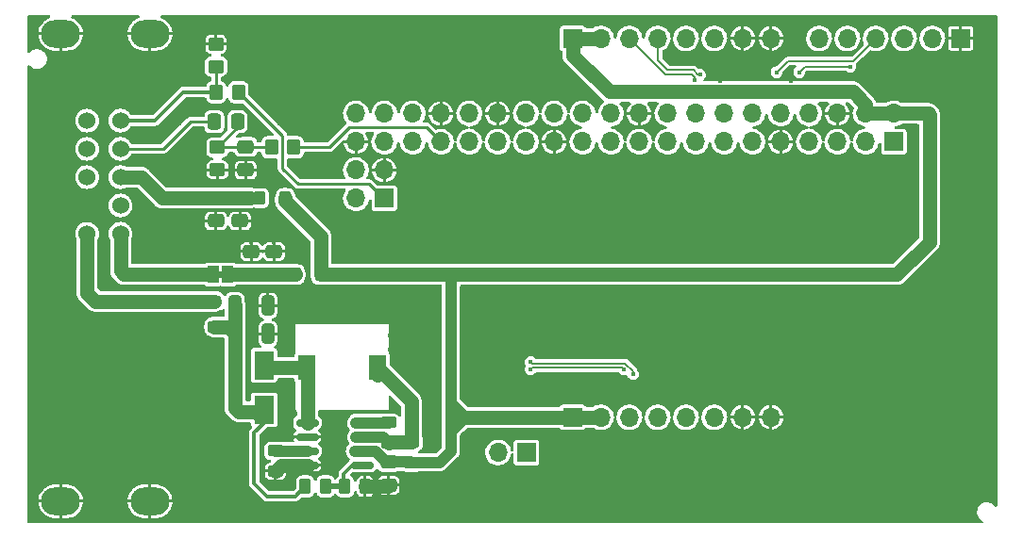
<source format=gbr>
%TF.GenerationSoftware,KiCad,Pcbnew,(6.0.4-0)*%
%TF.CreationDate,2022-10-27T23:32:18+02:00*%
%TF.ProjectId,NE2Pi,4e453250-692e-46b6-9963-61645f706362,rev?*%
%TF.SameCoordinates,Original*%
%TF.FileFunction,Copper,L1,Top*%
%TF.FilePolarity,Positive*%
%FSLAX46Y46*%
G04 Gerber Fmt 4.6, Leading zero omitted, Abs format (unit mm)*
G04 Created by KiCad (PCBNEW (6.0.4-0)) date 2022-10-27 23:32:18*
%MOMM*%
%LPD*%
G01*
G04 APERTURE LIST*
G04 Aperture macros list*
%AMRoundRect*
0 Rectangle with rounded corners*
0 $1 Rounding radius*
0 $2 $3 $4 $5 $6 $7 $8 $9 X,Y pos of 4 corners*
0 Add a 4 corners polygon primitive as box body*
4,1,4,$2,$3,$4,$5,$6,$7,$8,$9,$2,$3,0*
0 Add four circle primitives for the rounded corners*
1,1,$1+$1,$2,$3*
1,1,$1+$1,$4,$5*
1,1,$1+$1,$6,$7*
1,1,$1+$1,$8,$9*
0 Add four rect primitives between the rounded corners*
20,1,$1+$1,$2,$3,$4,$5,0*
20,1,$1+$1,$4,$5,$6,$7,0*
20,1,$1+$1,$6,$7,$8,$9,0*
20,1,$1+$1,$8,$9,$2,$3,0*%
G04 Aperture macros list end*
%TA.AperFunction,ComponentPad*%
%ADD10R,1.700000X1.700000*%
%TD*%
%TA.AperFunction,ComponentPad*%
%ADD11O,1.700000X1.700000*%
%TD*%
%TA.AperFunction,SMDPad,CuDef*%
%ADD12RoundRect,0.250000X-0.325000X-0.650000X0.325000X-0.650000X0.325000X0.650000X-0.325000X0.650000X0*%
%TD*%
%TA.AperFunction,SMDPad,CuDef*%
%ADD13RoundRect,0.250000X0.450000X-0.262500X0.450000X0.262500X-0.450000X0.262500X-0.450000X-0.262500X0*%
%TD*%
%TA.AperFunction,SMDPad,CuDef*%
%ADD14RoundRect,0.250000X-0.450000X0.350000X-0.450000X-0.350000X0.450000X-0.350000X0.450000X0.350000X0*%
%TD*%
%TA.AperFunction,SMDPad,CuDef*%
%ADD15RoundRect,0.250000X0.475000X-0.337500X0.475000X0.337500X-0.475000X0.337500X-0.475000X-0.337500X0*%
%TD*%
%TA.AperFunction,SMDPad,CuDef*%
%ADD16RoundRect,0.250000X0.262500X0.450000X-0.262500X0.450000X-0.262500X-0.450000X0.262500X-0.450000X0*%
%TD*%
%TA.AperFunction,SMDPad,CuDef*%
%ADD17R,1.000000X1.500000*%
%TD*%
%TA.AperFunction,SMDPad,CuDef*%
%ADD18R,1.500000X2.200000*%
%TD*%
%TA.AperFunction,SMDPad,CuDef*%
%ADD19RoundRect,0.250000X0.275000X0.350000X-0.275000X0.350000X-0.275000X-0.350000X0.275000X-0.350000X0*%
%TD*%
%TA.AperFunction,SMDPad,CuDef*%
%ADD20R,1.800000X2.500000*%
%TD*%
%TA.AperFunction,SMDPad,CuDef*%
%ADD21RoundRect,0.250000X-0.475000X0.337500X-0.475000X-0.337500X0.475000X-0.337500X0.475000X0.337500X0*%
%TD*%
%TA.AperFunction,SMDPad,CuDef*%
%ADD22RoundRect,0.250000X0.450000X-0.350000X0.450000X0.350000X-0.450000X0.350000X-0.450000X-0.350000X0*%
%TD*%
%TA.AperFunction,SMDPad,CuDef*%
%ADD23RoundRect,0.250000X-0.450000X0.262500X-0.450000X-0.262500X0.450000X-0.262500X0.450000X0.262500X0*%
%TD*%
%TA.AperFunction,ComponentPad*%
%ADD24C,1.524000*%
%TD*%
%TA.AperFunction,ComponentPad*%
%ADD25O,3.500000X2.500000*%
%TD*%
%TA.AperFunction,SMDPad,CuDef*%
%ADD26RoundRect,0.250000X0.337500X0.475000X-0.337500X0.475000X-0.337500X-0.475000X0.337500X-0.475000X0*%
%TD*%
%TA.AperFunction,SMDPad,CuDef*%
%ADD27RoundRect,0.250000X0.350000X0.450000X-0.350000X0.450000X-0.350000X-0.450000X0.350000X-0.450000X0*%
%TD*%
%TA.AperFunction,SMDPad,CuDef*%
%ADD28RoundRect,0.250000X0.350000X-0.275000X0.350000X0.275000X-0.350000X0.275000X-0.350000X-0.275000X0*%
%TD*%
%TA.AperFunction,SMDPad,CuDef*%
%ADD29RoundRect,0.150000X-0.825000X-0.150000X0.825000X-0.150000X0.825000X0.150000X-0.825000X0.150000X0*%
%TD*%
%TA.AperFunction,ViaPad*%
%ADD30C,0.450000*%
%TD*%
%TA.AperFunction,Conductor*%
%ADD31C,0.194717*%
%TD*%
%TA.AperFunction,Conductor*%
%ADD32C,0.127000*%
%TD*%
%TA.AperFunction,Conductor*%
%ADD33C,1.270000*%
%TD*%
%TA.AperFunction,Conductor*%
%ADD34C,1.000000*%
%TD*%
%TA.AperFunction,Conductor*%
%ADD35C,0.254000*%
%TD*%
%TA.AperFunction,Conductor*%
%ADD36C,0.350000*%
%TD*%
%TA.AperFunction,Conductor*%
%ADD37C,0.300000*%
%TD*%
%TA.AperFunction,Conductor*%
%ADD38C,0.500000*%
%TD*%
G04 APERTURE END LIST*
%TO.C,JP1*%
G36*
X117979000Y-36749000D02*
G01*
X117479000Y-36749000D01*
X117479000Y-36149000D01*
X117979000Y-36149000D01*
X117979000Y-36749000D01*
G37*
%TD*%
D10*
%TO.P,J5,1,Pin_1*%
%TO.N,+5V*%
X149352000Y-15240000D03*
D11*
%TO.P,J5,2,Pin_2*%
X151892000Y-15240000D03*
%TO.P,J5,3,Pin_3*%
%TO.N,/RPI_PASSTHRU_D+*%
X154432000Y-15240000D03*
%TO.P,J5,4,Pin_4*%
%TO.N,/RPI_PASSTHRU_D-*%
X156972000Y-15240000D03*
%TO.P,J5,5,Pin_5*%
%TO.N,unconnected-(J5-Pad5)*%
X159512000Y-15240000D03*
%TO.P,J5,6,Pin_6*%
%TO.N,unconnected-(J5-Pad6)*%
X162052000Y-15240000D03*
%TO.P,J5,7,Pin_7*%
%TO.N,GND*%
X164592000Y-15240000D03*
%TO.P,J5,8,Pin_8*%
X167132000Y-15240000D03*
%TD*%
D10*
%TO.P,J4,1,Pin_1*%
%TO.N,+5V*%
X149352000Y-49276000D03*
D11*
%TO.P,J4,2,Pin_2*%
X151892000Y-49276000D03*
%TO.P,J4,3,Pin_3*%
%TO.N,/RPI_D+*%
X154432000Y-49276000D03*
%TO.P,J4,4,Pin_4*%
%TO.N,/RPI_D-*%
X156972000Y-49276000D03*
%TO.P,J4,5,Pin_5*%
%TO.N,/RPI_PASSTHRU_D+*%
X159512000Y-49276000D03*
%TO.P,J4,6,Pin_6*%
%TO.N,/RPI_PASSTHRU_D-*%
X162052000Y-49276000D03*
%TO.P,J4,7,Pin_7*%
%TO.N,GND*%
X164592000Y-49276000D03*
%TO.P,J4,8,Pin_8*%
X167132000Y-49276000D03*
%TD*%
D12*
%TO.P,C10,2*%
%TO.N,GND*%
X121998000Y-39243000D03*
%TO.P,C10,1*%
%TO.N,Net-(C10-Pad1)*%
X119048000Y-39243000D03*
%TD*%
D13*
%TO.P,R6,2*%
%TO.N,Net-(L1-Pad2)*%
X134874000Y-51538500D03*
%TO.P,R6,1*%
%TO.N,+5V*%
X134874000Y-53363500D03*
%TD*%
D14*
%TO.P,R3,1*%
%TO.N,GND*%
X117348000Y-15764000D03*
%TO.P,R3,2*%
%TO.N,Net-(R2-Pad2)*%
X117348000Y-17764000D03*
%TD*%
D15*
%TO.P,C6,2*%
%TO.N,GND*%
X122555000Y-34395500D03*
%TO.P,C6,1*%
%TO.N,Net-(C6-Pad1)*%
X122555000Y-36470500D03*
%TD*%
D16*
%TO.P,R8,2*%
%TO.N,/SW_FEEDBACK*%
X128905000Y-55499000D03*
%TO.P,R8,1*%
%TO.N,GND*%
X130730000Y-55499000D03*
%TD*%
D17*
%TO.P,JP1,2,B*%
%TO.N,Net-(JP1-Pad2)*%
X117079000Y-36449000D03*
%TO.P,JP1,1,A*%
%TO.N,Net-(C6-Pad1)*%
X118379000Y-36449000D03*
%TD*%
D18*
%TO.P,L1,2,2*%
%TO.N,Net-(L1-Pad2)*%
X131851000Y-44831000D03*
%TO.P,L1,1,1*%
%TO.N,Net-(D1-Pad2)*%
X125451000Y-44831000D03*
%TD*%
D19*
%TO.P,FB1,2*%
%TO.N,Net-(C5-Pad1)*%
X121278000Y-29591000D03*
%TO.P,FB1,1*%
%TO.N,+5V*%
X123578000Y-29591000D03*
%TD*%
D10*
%TO.P,TP1,1,1*%
%TO.N,/RPI_D-*%
X145201000Y-52451000D03*
D11*
%TO.P,TP1,2,2*%
%TO.N,/RPI_D+*%
X142661000Y-52451000D03*
%TD*%
D13*
%TO.P,C4,2*%
%TO.N,Net-(C4-Pad2)*%
X122682000Y-52300500D03*
%TO.P,C4,1*%
%TO.N,GND*%
X122682000Y-54125500D03*
%TD*%
D10*
%TO.P,J3,1,Pin_1*%
%TO.N,GND*%
X184150000Y-15240000D03*
D11*
%TO.P,J3,2,Pin_2*%
%TO.N,unconnected-(J3-Pad2)*%
X181610000Y-15240000D03*
%TO.P,J3,3,Pin_3*%
%TO.N,unconnected-(J3-Pad3)*%
X179070000Y-15240000D03*
%TO.P,J3,4,Pin_4*%
%TO.N,/FTDI_TXD*%
X176530000Y-15240000D03*
%TO.P,J3,5,Pin_5*%
%TO.N,/FTDI_RXD*%
X173990000Y-15240000D03*
%TO.P,J3,6,Pin_6*%
%TO.N,unconnected-(J3-Pad6)*%
X171450000Y-15240000D03*
%TD*%
D20*
%TO.P,D1,2,A*%
%TO.N,Net-(D1-Pad2)*%
X121666000Y-44609000D03*
%TO.P,D1,1,K*%
%TO.N,Net-(C10-Pad1)*%
X121666000Y-48609000D03*
%TD*%
D15*
%TO.P,C8,2*%
%TO.N,GND*%
X120523000Y-34395500D03*
%TO.P,C8,1*%
%TO.N,Net-(C6-Pad1)*%
X120523000Y-36470500D03*
%TD*%
%TO.P,C3,2*%
%TO.N,+5V*%
X132842000Y-53318500D03*
%TO.P,C3,1*%
%TO.N,GND*%
X132842000Y-55393500D03*
%TD*%
D21*
%TO.P,C1,1*%
%TO.N,Net-(C1-Pad1)*%
X120015000Y-24997500D03*
%TO.P,C1,2*%
%TO.N,GND*%
X120015000Y-27072500D03*
%TD*%
D19*
%TO.P,FB2,2*%
%TO.N,Net-(C6-Pad1)*%
X124453000Y-36449000D03*
%TO.P,FB2,1*%
%TO.N,+5V*%
X126753000Y-36449000D03*
%TD*%
D22*
%TO.P,R4,1*%
%TO.N,GND*%
X117475000Y-27035000D03*
%TO.P,R4,2*%
%TO.N,Net-(C1-Pad1)*%
X117475000Y-25035000D03*
%TD*%
D10*
%TO.P,J1,1,Pin_1*%
%TO.N,unconnected-(J1-Pad1)*%
X178161000Y-24531000D03*
D11*
%TO.P,J1,2,Pin_2*%
%TO.N,+5V*%
X178161000Y-21991000D03*
%TO.P,J1,3,Pin_3*%
%TO.N,/RPI_SDA*%
X175621000Y-24531000D03*
%TO.P,J1,4,Pin_4*%
%TO.N,+5V*%
X175621000Y-21991000D03*
%TO.P,J1,5,Pin_5*%
%TO.N,/RPI_SCL*%
X173081000Y-24531000D03*
%TO.P,J1,6,Pin_6*%
%TO.N,GND*%
X173081000Y-21991000D03*
%TO.P,J1,7,Pin_7*%
%TO.N,unconnected-(J1-Pad7)*%
X170541000Y-24531000D03*
%TO.P,J1,8,Pin_8*%
%TO.N,/FTDI_RXD*%
X170541000Y-21991000D03*
%TO.P,J1,9,Pin_9*%
%TO.N,GND*%
X168001000Y-24531000D03*
%TO.P,J1,10,Pin_10*%
%TO.N,/FTDI_TXD*%
X168001000Y-21991000D03*
%TO.P,J1,11,Pin_11*%
%TO.N,unconnected-(J1-Pad11)*%
X165461000Y-24531000D03*
%TO.P,J1,12,Pin_12*%
%TO.N,unconnected-(J1-Pad12)*%
X165461000Y-21991000D03*
%TO.P,J1,13,Pin_13*%
%TO.N,unconnected-(J1-Pad13)*%
X162921000Y-24531000D03*
%TO.P,J1,14,Pin_14*%
%TO.N,unconnected-(J1-Pad14)*%
X162921000Y-21991000D03*
%TO.P,J1,15,Pin_15*%
%TO.N,unconnected-(J1-Pad15)*%
X160381000Y-24531000D03*
%TO.P,J1,16,Pin_16*%
%TO.N,unconnected-(J1-Pad16)*%
X160381000Y-21991000D03*
%TO.P,J1,17,Pin_17*%
%TO.N,unconnected-(J1-Pad17)*%
X157841000Y-24531000D03*
%TO.P,J1,18,Pin_18*%
%TO.N,unconnected-(J1-Pad18)*%
X157841000Y-21991000D03*
%TO.P,J1,19,Pin_19*%
%TO.N,unconnected-(J1-Pad19)*%
X155301000Y-24531000D03*
%TO.P,J1,20,Pin_20*%
%TO.N,GND*%
X155301000Y-21991000D03*
%TO.P,J1,21,Pin_21*%
%TO.N,unconnected-(J1-Pad21)*%
X152761000Y-24531000D03*
%TO.P,J1,22,Pin_22*%
%TO.N,unconnected-(J1-Pad22)*%
X152761000Y-21991000D03*
%TO.P,J1,23,Pin_23*%
%TO.N,unconnected-(J1-Pad23)*%
X150221000Y-24531000D03*
%TO.P,J1,24,Pin_24*%
%TO.N,unconnected-(J1-Pad24)*%
X150221000Y-21991000D03*
%TO.P,J1,25,Pin_25*%
%TO.N,GND*%
X147681000Y-24531000D03*
%TO.P,J1,26,Pin_26*%
%TO.N,unconnected-(J1-Pad26)*%
X147681000Y-21991000D03*
%TO.P,J1,27,Pin_27*%
%TO.N,unconnected-(J1-Pad27)*%
X145141000Y-24531000D03*
%TO.P,J1,28,Pin_28*%
%TO.N,unconnected-(J1-Pad28)*%
X145141000Y-21991000D03*
%TO.P,J1,29,Pin_29*%
%TO.N,unconnected-(J1-Pad29)*%
X142601000Y-24531000D03*
%TO.P,J1,30,Pin_30*%
%TO.N,GND*%
X142601000Y-21991000D03*
%TO.P,J1,31,Pin_31*%
%TO.N,unconnected-(J1-Pad31)*%
X140061000Y-24531000D03*
%TO.P,J1,32,Pin_32*%
%TO.N,unconnected-(J1-Pad32)*%
X140061000Y-21991000D03*
%TO.P,J1,33,Pin_33*%
%TO.N,/RPI_PWM1*%
X137521000Y-24531000D03*
%TO.P,J1,34,Pin_34*%
%TO.N,GND*%
X137521000Y-21991000D03*
%TO.P,J1,35,Pin_35*%
%TO.N,unconnected-(J1-Pad35)*%
X134981000Y-24531000D03*
%TO.P,J1,36,Pin_36*%
%TO.N,unconnected-(J1-Pad36)*%
X134981000Y-21991000D03*
%TO.P,J1,37,Pin_37*%
%TO.N,unconnected-(J1-Pad37)*%
X132441000Y-24531000D03*
%TO.P,J1,38,Pin_38*%
%TO.N,unconnected-(J1-Pad38)*%
X132441000Y-21991000D03*
%TO.P,J1,39,Pin_39*%
%TO.N,GND*%
X129901000Y-24531000D03*
%TO.P,J1,40,Pin_40*%
%TO.N,unconnected-(J1-Pad40)*%
X129901000Y-21991000D03*
%TD*%
D21*
%TO.P,C7,2*%
%TO.N,GND*%
X119507000Y-31644500D03*
%TO.P,C7,1*%
%TO.N,Net-(C5-Pad1)*%
X119507000Y-29569500D03*
%TD*%
D23*
%TO.P,R5,2*%
%TO.N,Net-(L1-Pad2)*%
X132842000Y-51585500D03*
%TO.P,R5,1*%
%TO.N,Net-(R5-Pad1)*%
X132842000Y-49760500D03*
%TD*%
D24*
%TO.P,U1,1,VIDEO_IN*%
%TO.N,Net-(R2-Pad2)*%
X108780000Y-22630000D03*
%TO.P,U1,2,AUDIO_IN*%
%TO.N,/AUDIO_IN*%
X108780000Y-25170000D03*
%TO.P,U1,3,MODULATOR_VCC*%
%TO.N,Net-(C5-Pad1)*%
X108780000Y-27710000D03*
%TO.P,U1,4*%
%TO.N,N/C*%
X108780000Y-30250000D03*
%TO.P,U1,5,BOOSTER_VCC*%
%TO.N,Net-(JP1-Pad2)*%
X108780000Y-32790000D03*
%TO.P,U1,6,SDA*%
%TO.N,/RPI_SDA*%
X105780000Y-22630000D03*
%TO.P,U1,7,SCL*%
%TO.N,/RPI_SCL*%
X105780000Y-25170000D03*
%TO.P,U1,8*%
%TO.N,N/C*%
X105780000Y-27710000D03*
%TO.P,U1,9,TUNING_VCC*%
%TO.N,+28V*%
X105780000Y-32790000D03*
D25*
%TO.P,U1,10,GND*%
%TO.N,GND*%
X111430000Y-14830000D03*
X103430000Y-56830000D03*
X103430000Y-14830000D03*
X111430000Y-56830000D03*
%TD*%
D26*
%TO.P,C2,1*%
%TO.N,Net-(C1-Pad1)*%
X119274500Y-22733000D03*
%TO.P,C2,2*%
%TO.N,/AUDIO_IN*%
X117199500Y-22733000D03*
%TD*%
D27*
%TO.P,R1,1*%
%TO.N,/RPI_PWM1*%
X124317000Y-25019000D03*
%TO.P,R1,2*%
%TO.N,Net-(C1-Pad1)*%
X122317000Y-25019000D03*
%TD*%
D21*
%TO.P,C5,2*%
%TO.N,GND*%
X117348000Y-31644500D03*
%TO.P,C5,1*%
%TO.N,Net-(C5-Pad1)*%
X117348000Y-29569500D03*
%TD*%
D10*
%TO.P,J2,1,Pin_1*%
%TO.N,/RPI_COMPOSITE_OUT*%
X132441000Y-29611000D03*
D11*
%TO.P,J2,2,Pin_2*%
%TO.N,GND*%
X132441000Y-27071000D03*
%TO.P,J2,3,Pin_3*%
%TO.N,unconnected-(J2-Pad3)*%
X129901000Y-29611000D03*
%TO.P,J2,4,Pin_4*%
%TO.N,unconnected-(J2-Pad4)*%
X129901000Y-27071000D03*
%TD*%
D28*
%TO.P,FB3,2*%
%TO.N,+28V*%
X117221000Y-38855000D03*
%TO.P,FB3,1*%
%TO.N,Net-(C10-Pad1)*%
X117221000Y-41155000D03*
%TD*%
D29*
%TO.P,U3,1,SwC*%
%TO.N,Net-(D1-Pad2)*%
X125541000Y-49784000D03*
%TO.P,U3,2,SwE*%
%TO.N,GND*%
X125541000Y-51054000D03*
%TO.P,U3,3,TC*%
%TO.N,Net-(C4-Pad2)*%
X125541000Y-52324000D03*
%TO.P,U3,4,GND*%
%TO.N,GND*%
X125541000Y-53594000D03*
%TO.P,U3,5,Vfb*%
%TO.N,/SW_FEEDBACK*%
X130491000Y-53594000D03*
%TO.P,U3,6,Vin*%
%TO.N,+5V*%
X130491000Y-52324000D03*
%TO.P,U3,7,Ipk*%
%TO.N,Net-(L1-Pad2)*%
X130491000Y-51054000D03*
%TO.P,U3,8,DC*%
%TO.N,Net-(R5-Pad1)*%
X130491000Y-49784000D03*
%TD*%
D27*
%TO.P,R2,1*%
%TO.N,/RPI_COMPOSITE_OUT*%
X119364000Y-20066000D03*
%TO.P,R2,2*%
%TO.N,Net-(R2-Pad2)*%
X117364000Y-20066000D03*
%TD*%
D12*
%TO.P,C9,2*%
%TO.N,GND*%
X121998000Y-41783000D03*
%TO.P,C9,1*%
%TO.N,Net-(C10-Pad1)*%
X119048000Y-41783000D03*
%TD*%
D16*
%TO.P,R7,2*%
%TO.N,Net-(C10-Pad1)*%
X125349000Y-55499000D03*
%TO.P,R7,1*%
%TO.N,/SW_FEEDBACK*%
X127174000Y-55499000D03*
%TD*%
D30*
%TO.N,/RPI_PASSTHRU_D+*%
X160298190Y-18954821D03*
%TO.N,/RPI_PASSTHRU_D-*%
X160757810Y-18495201D03*
%TO.N,/RPI_D+*%
X154762163Y-45411097D03*
%TO.N,/RPI_D-*%
X153924000Y-44962239D03*
%TO.N,/RPI_D+*%
X145562566Y-44312239D03*
%TO.N,/RPI_D-*%
X145562566Y-44962239D03*
%TO.N,/FTDI_RXD*%
X174244000Y-17780000D03*
X169672000Y-18288000D03*
%TO.N,/FTDI_TXD*%
X167640000Y-18288000D03*
%TO.N,GND*%
X168910000Y-19050000D03*
X162560000Y-19050000D03*
X107315000Y-26416000D03*
X112141000Y-23368000D03*
X110236000Y-23495000D03*
X110236000Y-21844000D03*
X112268000Y-21082000D03*
X113411000Y-22225000D03*
X114681000Y-20955000D03*
X114554000Y-19304000D03*
X116205000Y-19304000D03*
X116205000Y-20828000D03*
X122555000Y-26416000D03*
X124079000Y-26416000D03*
X123190000Y-28067000D03*
X124968000Y-29083000D03*
X125095000Y-27559000D03*
X126746000Y-27559000D03*
X126746000Y-29083000D03*
X128143000Y-29083000D03*
X128143000Y-27559000D03*
X174371000Y-25527000D03*
X171831000Y-25527000D03*
X119507000Y-24003000D03*
X117475000Y-24003000D03*
X121285000Y-25781000D03*
X121285000Y-24257000D03*
X127762000Y-23749000D03*
X128524000Y-25019000D03*
X125730000Y-25781000D03*
X125730000Y-24257000D03*
X120015000Y-28194000D03*
X117475000Y-28067000D03*
X116078000Y-23368000D03*
X114681000Y-24130000D03*
X113665000Y-25146000D03*
X112268000Y-25908000D03*
X110236000Y-25908000D03*
X112268000Y-24511000D03*
X113030000Y-23749000D03*
X114046000Y-22860000D03*
X115062000Y-22098000D03*
X116078000Y-22098000D03*
X120523000Y-20193000D03*
X121920000Y-21590000D03*
X123063000Y-22860000D03*
X123952000Y-23749000D03*
X121920000Y-23622000D03*
X120904000Y-22606000D03*
X119634000Y-21336000D03*
X128270000Y-26035000D03*
X124079000Y-43180000D03*
X124079000Y-41910000D03*
X132969000Y-43180000D03*
X132969000Y-41910000D03*
X132969000Y-40640000D03*
X131699000Y-40640000D03*
X130429000Y-40640000D03*
X129159000Y-40640000D03*
X127889000Y-40640000D03*
X126619000Y-40640000D03*
X125349000Y-40640000D03*
X124079000Y-40640000D03*
X116078000Y-15748000D03*
X118618000Y-15748000D03*
X117348000Y-14605000D03*
X132842000Y-56515000D03*
X133985000Y-55372000D03*
X127000000Y-53594000D03*
X124079000Y-53594000D03*
X124206000Y-51054000D03*
X127127000Y-51054000D03*
X123952000Y-46355000D03*
X120777000Y-41783000D03*
X120777000Y-39243000D03*
X123190000Y-41783000D03*
X123190000Y-39243000D03*
X122555000Y-33528000D03*
X120523000Y-33528000D03*
X115062000Y-31623000D03*
X121031000Y-31623000D03*
X116078000Y-27051000D03*
X121539000Y-27051000D03*
X110236000Y-24511000D03*
%TD*%
D31*
%TO.N,/RPI_PASSTHRU_D-*%
X160172738Y-18090641D02*
X160577298Y-18495201D01*
%TO.N,/RPI_PASSTHRU_D+*%
X157677359Y-18485359D02*
X160009240Y-18485359D01*
%TO.N,/RPI_PASSTHRU_D-*%
X160577298Y-18495201D02*
X160757810Y-18495201D01*
%TO.N,/RPI_PASSTHRU_D+*%
X154432000Y-15240000D02*
X157677359Y-18485359D01*
X160009240Y-18485359D02*
X160298190Y-18774309D01*
X160298190Y-18774309D02*
X160298190Y-18954821D01*
%TO.N,/RPI_PASSTHRU_D-*%
X156972000Y-15240000D02*
X156972000Y-17221785D01*
X157840856Y-18090641D02*
X160172738Y-18090641D01*
X156972000Y-17221785D02*
X157840856Y-18090641D01*
%TO.N,/RPI_D+*%
X154036439Y-44439880D02*
X145690207Y-44439880D01*
X154762163Y-45411097D02*
X154762163Y-45165604D01*
X154762163Y-45165604D02*
X154036439Y-44439880D01*
X145690207Y-44439880D02*
X145562566Y-44312239D01*
%TO.N,/RPI_D-*%
X153796359Y-44834598D02*
X153924000Y-44962239D01*
X145690207Y-44834598D02*
X153796359Y-44834598D01*
X145562566Y-44962239D02*
X145690207Y-44834598D01*
D32*
%TO.N,/FTDI_RXD*%
X170180000Y-17780000D02*
X169672000Y-18288000D01*
X174244000Y-17780000D02*
X170688000Y-17780000D01*
X170688000Y-17780000D02*
X170180000Y-17780000D01*
%TO.N,/FTDI_TXD*%
X167640000Y-18288000D02*
X168656000Y-17272000D01*
X168656000Y-17272000D02*
X174498000Y-17272000D01*
X174498000Y-17272000D02*
X176530000Y-15240000D01*
D33*
%TO.N,+5V*%
X149352000Y-15240000D02*
X149352000Y-16764000D01*
X149352000Y-16764000D02*
X152624511Y-20036511D01*
X152624511Y-20036511D02*
X174468511Y-20036511D01*
X175621000Y-21189000D02*
X175621000Y-21991000D01*
X174468511Y-20036511D02*
X175621000Y-21189000D01*
X149352000Y-15240000D02*
X151892000Y-15240000D01*
D34*
X138430000Y-50038000D02*
X138430000Y-50546000D01*
X138938000Y-50038000D02*
X138430000Y-50546000D01*
X138430000Y-50546000D02*
X138430000Y-52324000D01*
X138430000Y-49530000D02*
X138430000Y-50038000D01*
X139700000Y-49276000D02*
X138938000Y-50038000D01*
X138938000Y-50038000D02*
X138430000Y-50038000D01*
X138430000Y-48006000D02*
X138430000Y-49530000D01*
X139700000Y-49276000D02*
X138684000Y-49276000D01*
X138684000Y-49276000D02*
X138430000Y-49530000D01*
X138430000Y-36449000D02*
X138430000Y-48006000D01*
X138430000Y-48006000D02*
X139700000Y-49276000D01*
X135001086Y-53363500D02*
X134874000Y-53363500D01*
X138430000Y-52324000D02*
X137414000Y-53340000D01*
X137414000Y-53340000D02*
X135024586Y-53340000D01*
X135024586Y-53340000D02*
X135001086Y-53363500D01*
D33*
X151892000Y-49276000D02*
X139700000Y-49276000D01*
D35*
%TO.N,Net-(C1-Pad1)*%
X117475000Y-25035000D02*
X119274500Y-23235500D01*
X119274500Y-23235500D02*
X119274500Y-22733000D01*
%TO.N,/AUDIO_IN*%
X108780000Y-25170000D02*
X112625000Y-25170000D01*
X112625000Y-25170000D02*
X115062000Y-22733000D01*
X115062000Y-22733000D02*
X117199500Y-22733000D01*
%TO.N,/RPI_COMPOSITE_OUT*%
X132441000Y-29611000D02*
X132354000Y-29611000D01*
X132354000Y-29611000D02*
X131064000Y-28321000D01*
X123317000Y-26924000D02*
X123317000Y-24003000D01*
X131064000Y-28321000D02*
X124714000Y-28321000D01*
X123317000Y-24003000D02*
X119380000Y-20066000D01*
X124714000Y-28321000D02*
X123317000Y-26924000D01*
X119380000Y-20066000D02*
X119364000Y-20066000D01*
X132227000Y-29611000D02*
X132441000Y-29611000D01*
D36*
%TO.N,Net-(R2-Pad2)*%
X108780000Y-22630000D02*
X111863000Y-22630000D01*
X111863000Y-22630000D02*
X114427000Y-20066000D01*
X114427000Y-20066000D02*
X117364000Y-20066000D01*
D33*
%TO.N,+28V*%
X105780000Y-32790000D02*
X105780000Y-38089000D01*
X105780000Y-38089000D02*
X106546000Y-38855000D01*
X106546000Y-38855000D02*
X117221000Y-38855000D01*
%TO.N,Net-(JP1-Pad2)*%
X108780000Y-32790000D02*
X108780000Y-36136000D01*
X108780000Y-36136000D02*
X109093000Y-36449000D01*
X109093000Y-36449000D02*
X116982480Y-36449000D01*
%TO.N,GND*%
X124079000Y-53594000D02*
X125541000Y-53594000D01*
%TO.N,Net-(C10-Pad1)*%
X119048000Y-48436000D02*
X119380000Y-48768000D01*
X119048000Y-41783000D02*
X119048000Y-48436000D01*
X119380000Y-48768000D02*
X121507000Y-48768000D01*
X121507000Y-48768000D02*
X121666000Y-48609000D01*
%TO.N,+5V*%
X138430000Y-36449000D02*
X126753000Y-36449000D01*
X178435000Y-36449000D02*
X138430000Y-36449000D01*
X123578000Y-29591000D02*
X123578000Y-29852000D01*
X123578000Y-29852000D02*
X126753000Y-33027000D01*
X126753000Y-33027000D02*
X126753000Y-36449000D01*
%TO.N,Net-(C5-Pad1)*%
X112522000Y-29591000D02*
X120389000Y-29591000D01*
X110641000Y-27710000D02*
X112522000Y-29591000D01*
X108780000Y-27710000D02*
X110641000Y-27710000D01*
%TO.N,+5V*%
X175621000Y-21991000D02*
X181249000Y-21991000D01*
X181249000Y-21991000D02*
X181356000Y-22098000D01*
X181356000Y-22098000D02*
X181356000Y-33528000D01*
X181356000Y-33528000D02*
X178435000Y-36449000D01*
%TO.N,Net-(C6-Pad1)*%
X124453000Y-36449000D02*
X118379000Y-36449000D01*
%TO.N,Net-(C10-Pad1)*%
X119048000Y-41783000D02*
X119048000Y-39243000D01*
X117221000Y-41155000D02*
X118420000Y-41155000D01*
X118420000Y-41155000D02*
X119048000Y-41783000D01*
D34*
X121126000Y-49149000D02*
X121666000Y-48609000D01*
D35*
%TO.N,Net-(R2-Pad2)*%
X117348000Y-17764000D02*
X117348000Y-20050000D01*
X117348000Y-20050000D02*
X117364000Y-20066000D01*
%TO.N,/RPI_PWM1*%
X124317000Y-25019000D02*
X127508000Y-25019000D01*
X127508000Y-25019000D02*
X129286000Y-23241000D01*
X129286000Y-23241000D02*
X136231000Y-23241000D01*
X136231000Y-23241000D02*
X137521000Y-24531000D01*
%TO.N,Net-(C1-Pad1)*%
X117475000Y-25035000D02*
X122301000Y-25035000D01*
X122301000Y-25035000D02*
X122317000Y-25019000D01*
D33*
%TO.N,GND*%
X132736500Y-55499000D02*
X132842000Y-55393500D01*
X130730000Y-55499000D02*
X132736500Y-55499000D01*
X123213500Y-53594000D02*
X124079000Y-53594000D01*
X122682000Y-54125500D02*
X123213500Y-53594000D01*
D34*
%TO.N,+5V*%
X129794000Y-52324000D02*
X130491000Y-52324000D01*
X131628414Y-52324000D02*
X132622914Y-53318500D01*
X134829000Y-53318500D02*
X134874000Y-53363500D01*
X132622914Y-53318500D02*
X132842000Y-53318500D01*
X132842000Y-53318500D02*
X134829000Y-53318500D01*
X130491000Y-52324000D02*
X131628414Y-52324000D01*
%TO.N,Net-(C4-Pad2)*%
X122705500Y-52324000D02*
X122682000Y-52300500D01*
X125541000Y-52324000D02*
X122705500Y-52324000D01*
D37*
%TO.N,Net-(C10-Pad1)*%
X121666000Y-48609000D02*
X121666000Y-49784000D01*
X121920000Y-56388000D02*
X124460000Y-56388000D01*
X120777000Y-50673000D02*
X120777000Y-55245000D01*
X121666000Y-49784000D02*
X120777000Y-50673000D01*
X120777000Y-55245000D02*
X121920000Y-56388000D01*
X124460000Y-56388000D02*
X125349000Y-55499000D01*
D33*
%TO.N,Net-(D1-Pad2)*%
X125451000Y-44831000D02*
X121888000Y-44831000D01*
X125541000Y-49784000D02*
X125541000Y-44921000D01*
X125541000Y-44921000D02*
X125451000Y-44831000D01*
X121888000Y-44831000D02*
X121666000Y-44609000D01*
%TO.N,Net-(L1-Pad2)*%
X134874000Y-51538500D02*
X132889000Y-51538500D01*
D34*
X132842000Y-51585500D02*
X132969086Y-51585500D01*
X132310500Y-51054000D02*
X130491000Y-51054000D01*
X129921000Y-51054000D02*
X130491000Y-51054000D01*
D33*
X134874000Y-51538500D02*
X134874000Y-47854000D01*
X134874000Y-47854000D02*
X131851000Y-44831000D01*
X131851000Y-44831000D02*
X131851000Y-45453586D01*
X132889000Y-51538500D02*
X132842000Y-51585500D01*
D34*
X132842000Y-51585500D02*
X132310500Y-51054000D01*
%TO.N,Net-(R5-Pad1)*%
X130491000Y-49784000D02*
X129901000Y-49784000D01*
X132818500Y-49784000D02*
X132842000Y-49760500D01*
X130491000Y-49784000D02*
X132818500Y-49784000D01*
D37*
%TO.N,/SW_FEEDBACK*%
X128778000Y-55372000D02*
X128905000Y-55499000D01*
X130491000Y-53594000D02*
X129540000Y-53594000D01*
X129540000Y-53594000D02*
X128778000Y-54356000D01*
X128778000Y-54356000D02*
X128778000Y-55372000D01*
D38*
X128905000Y-55499000D02*
X127174000Y-55499000D01*
%TD*%
%TA.AperFunction,Conductor*%
%TO.N,GND*%
G36*
X102439070Y-13190502D02*
G01*
X102485563Y-13244158D01*
X102495667Y-13314432D01*
X102466173Y-13379012D01*
X102420181Y-13412484D01*
X102235593Y-13490837D01*
X102226656Y-13495509D01*
X102030412Y-13619090D01*
X102022345Y-13625125D01*
X101848386Y-13778491D01*
X101841383Y-13785743D01*
X101694186Y-13964944D01*
X101688432Y-13973222D01*
X101571773Y-14173661D01*
X101567418Y-14182752D01*
X101484311Y-14399253D01*
X101481463Y-14408930D01*
X101434040Y-14635934D01*
X101432775Y-14645940D01*
X101431006Y-14684902D01*
X101434785Y-14700331D01*
X101435012Y-14700546D01*
X101445178Y-14703000D01*
X105411257Y-14703000D01*
X105425343Y-14698864D01*
X105427392Y-14685886D01*
X105410738Y-14541954D01*
X105408776Y-14532043D01*
X105345636Y-14308911D01*
X105342122Y-14299460D01*
X105244111Y-14089276D01*
X105239132Y-14080511D01*
X105108787Y-13888715D01*
X105102456Y-13880839D01*
X104943125Y-13712353D01*
X104935626Y-13705601D01*
X104751396Y-13564746D01*
X104742921Y-13559284D01*
X104538547Y-13449700D01*
X104529298Y-13445659D01*
X104442101Y-13415635D01*
X104384204Y-13374545D01*
X104357713Y-13308676D01*
X104371038Y-13238941D01*
X104419950Y-13187481D01*
X104483123Y-13170500D01*
X110370949Y-13170500D01*
X110439070Y-13190502D01*
X110485563Y-13244158D01*
X110495667Y-13314432D01*
X110466173Y-13379012D01*
X110420181Y-13412484D01*
X110235593Y-13490837D01*
X110226656Y-13495509D01*
X110030412Y-13619090D01*
X110022345Y-13625125D01*
X109848386Y-13778491D01*
X109841383Y-13785743D01*
X109694186Y-13964944D01*
X109688432Y-13973222D01*
X109571773Y-14173661D01*
X109567418Y-14182752D01*
X109484311Y-14399253D01*
X109481463Y-14408930D01*
X109434040Y-14635934D01*
X109432775Y-14645940D01*
X109431006Y-14684902D01*
X109434785Y-14700331D01*
X109435012Y-14700546D01*
X109445178Y-14703000D01*
X113411257Y-14703000D01*
X113425343Y-14698864D01*
X113427392Y-14685886D01*
X113410738Y-14541954D01*
X113408776Y-14532043D01*
X113345636Y-14308911D01*
X113342122Y-14299460D01*
X113244111Y-14089276D01*
X113239132Y-14080511D01*
X113108787Y-13888715D01*
X113102456Y-13880839D01*
X112943125Y-13712353D01*
X112935626Y-13705601D01*
X112751396Y-13564746D01*
X112742921Y-13559284D01*
X112538547Y-13449700D01*
X112529298Y-13445659D01*
X112442101Y-13415635D01*
X112384204Y-13374545D01*
X112357713Y-13308676D01*
X112371038Y-13238941D01*
X112419950Y-13187481D01*
X112483123Y-13170500D01*
X187312700Y-13170500D01*
X187380821Y-13190502D01*
X187427314Y-13244158D01*
X187438700Y-13296500D01*
X187438700Y-57208522D01*
X187418698Y-57276643D01*
X187365042Y-57323136D01*
X187294768Y-57333240D01*
X187230188Y-57303746D01*
X187216462Y-57289850D01*
X187112420Y-57166734D01*
X187108015Y-57161521D01*
X187064116Y-57127957D01*
X186962151Y-57049999D01*
X186962150Y-57049998D01*
X186956728Y-57045853D01*
X186950545Y-57042970D01*
X186950542Y-57042968D01*
X186805029Y-56975115D01*
X186784131Y-56965370D01*
X186598279Y-56923827D01*
X186592431Y-56923500D01*
X186452427Y-56923500D01*
X186310675Y-56938899D01*
X186304212Y-56941074D01*
X186304208Y-56941075D01*
X186136654Y-56997464D01*
X186136652Y-56997465D01*
X186130183Y-56999642D01*
X185966944Y-57097725D01*
X185961986Y-57102413D01*
X185961984Y-57102415D01*
X185893969Y-57166734D01*
X185828576Y-57228573D01*
X185721533Y-57386082D01*
X185719000Y-57392416D01*
X185718998Y-57392419D01*
X185653344Y-57556565D01*
X185653343Y-57556570D01*
X185650810Y-57562902D01*
X185648064Y-57579489D01*
X185628933Y-57695056D01*
X185619707Y-57750784D01*
X185629674Y-57940962D01*
X185680246Y-58124564D01*
X185769064Y-58293022D01*
X185773469Y-58298235D01*
X185773472Y-58298239D01*
X185839284Y-58376116D01*
X185891985Y-58438479D01*
X186043272Y-58554147D01*
X186049454Y-58557030D01*
X186049461Y-58557034D01*
X186097223Y-58579305D01*
X186150509Y-58626222D01*
X186169970Y-58694499D01*
X186149428Y-58762459D01*
X186095406Y-58808525D01*
X186043974Y-58819500D01*
X100535700Y-58819500D01*
X100467579Y-58799498D01*
X100421086Y-58745842D01*
X100409700Y-58693500D01*
X100409700Y-56974114D01*
X101432608Y-56974114D01*
X101449262Y-57118046D01*
X101451224Y-57127957D01*
X101514364Y-57351089D01*
X101517878Y-57360540D01*
X101615889Y-57570724D01*
X101620868Y-57579489D01*
X101751213Y-57771285D01*
X101757544Y-57779161D01*
X101916875Y-57947647D01*
X101924374Y-57954399D01*
X102108604Y-58095254D01*
X102117079Y-58100716D01*
X102321453Y-58210300D01*
X102330705Y-58214342D01*
X102549966Y-58289839D01*
X102559742Y-58292350D01*
X102789338Y-58332008D01*
X102797205Y-58332863D01*
X102820829Y-58333936D01*
X102823662Y-58334000D01*
X103284885Y-58334000D01*
X103300124Y-58329525D01*
X103301329Y-58328135D01*
X103303000Y-58320452D01*
X103303000Y-58315885D01*
X103557000Y-58315885D01*
X103561475Y-58331124D01*
X103562865Y-58332329D01*
X103570548Y-58334000D01*
X103988295Y-58334000D01*
X103993327Y-58333798D01*
X104166203Y-58319889D01*
X104176155Y-58318277D01*
X104401367Y-58262959D01*
X104410937Y-58259776D01*
X104624407Y-58169163D01*
X104633344Y-58164491D01*
X104829588Y-58040910D01*
X104837655Y-58034875D01*
X105011614Y-57881509D01*
X105018617Y-57874257D01*
X105165814Y-57695056D01*
X105171568Y-57686778D01*
X105288227Y-57486339D01*
X105292582Y-57477248D01*
X105375689Y-57260747D01*
X105378537Y-57251070D01*
X105425960Y-57024066D01*
X105427225Y-57014060D01*
X105428994Y-56975098D01*
X105428753Y-56974114D01*
X109432608Y-56974114D01*
X109449262Y-57118046D01*
X109451224Y-57127957D01*
X109514364Y-57351089D01*
X109517878Y-57360540D01*
X109615889Y-57570724D01*
X109620868Y-57579489D01*
X109751213Y-57771285D01*
X109757544Y-57779161D01*
X109916875Y-57947647D01*
X109924374Y-57954399D01*
X110108604Y-58095254D01*
X110117079Y-58100716D01*
X110321453Y-58210300D01*
X110330705Y-58214342D01*
X110549966Y-58289839D01*
X110559742Y-58292350D01*
X110789338Y-58332008D01*
X110797205Y-58332863D01*
X110820829Y-58333936D01*
X110823662Y-58334000D01*
X111284885Y-58334000D01*
X111300124Y-58329525D01*
X111301329Y-58328135D01*
X111303000Y-58320452D01*
X111303000Y-58315885D01*
X111557000Y-58315885D01*
X111561475Y-58331124D01*
X111562865Y-58332329D01*
X111570548Y-58334000D01*
X111988295Y-58334000D01*
X111993327Y-58333798D01*
X112166203Y-58319889D01*
X112176155Y-58318277D01*
X112401367Y-58262959D01*
X112410937Y-58259776D01*
X112624407Y-58169163D01*
X112633344Y-58164491D01*
X112829588Y-58040910D01*
X112837655Y-58034875D01*
X113011614Y-57881509D01*
X113018617Y-57874257D01*
X113165814Y-57695056D01*
X113171568Y-57686778D01*
X113288227Y-57486339D01*
X113292582Y-57477248D01*
X113375689Y-57260747D01*
X113378537Y-57251070D01*
X113425960Y-57024066D01*
X113427225Y-57014060D01*
X113428994Y-56975098D01*
X113425215Y-56959669D01*
X113424988Y-56959454D01*
X113414822Y-56957000D01*
X111575115Y-56957000D01*
X111559876Y-56961475D01*
X111558671Y-56962865D01*
X111557000Y-56970548D01*
X111557000Y-58315885D01*
X111303000Y-58315885D01*
X111303000Y-56975115D01*
X111298525Y-56959876D01*
X111297135Y-56958671D01*
X111289452Y-56957000D01*
X109448743Y-56957000D01*
X109434657Y-56961136D01*
X109432608Y-56974114D01*
X105428753Y-56974114D01*
X105425215Y-56959669D01*
X105424988Y-56959454D01*
X105414822Y-56957000D01*
X103575115Y-56957000D01*
X103559876Y-56961475D01*
X103558671Y-56962865D01*
X103557000Y-56970548D01*
X103557000Y-58315885D01*
X103303000Y-58315885D01*
X103303000Y-56975115D01*
X103298525Y-56959876D01*
X103297135Y-56958671D01*
X103289452Y-56957000D01*
X101448743Y-56957000D01*
X101434657Y-56961136D01*
X101432608Y-56974114D01*
X100409700Y-56974114D01*
X100409700Y-56684902D01*
X101431006Y-56684902D01*
X101434785Y-56700331D01*
X101435012Y-56700546D01*
X101445178Y-56703000D01*
X103284885Y-56703000D01*
X103300124Y-56698525D01*
X103301329Y-56697135D01*
X103303000Y-56689452D01*
X103303000Y-56684885D01*
X103557000Y-56684885D01*
X103561475Y-56700124D01*
X103562865Y-56701329D01*
X103570548Y-56703000D01*
X105411257Y-56703000D01*
X105425343Y-56698864D01*
X105427392Y-56685886D01*
X105427278Y-56684902D01*
X109431006Y-56684902D01*
X109434785Y-56700331D01*
X109435012Y-56700546D01*
X109445178Y-56703000D01*
X111284885Y-56703000D01*
X111300124Y-56698525D01*
X111301329Y-56697135D01*
X111303000Y-56689452D01*
X111303000Y-56684885D01*
X111557000Y-56684885D01*
X111561475Y-56700124D01*
X111562865Y-56701329D01*
X111570548Y-56703000D01*
X113411257Y-56703000D01*
X113425343Y-56698864D01*
X113427392Y-56685886D01*
X113410738Y-56541954D01*
X113408776Y-56532043D01*
X113345636Y-56308911D01*
X113342122Y-56299460D01*
X113244111Y-56089276D01*
X113239132Y-56080511D01*
X113108787Y-55888715D01*
X113102456Y-55880839D01*
X112943125Y-55712353D01*
X112935626Y-55705601D01*
X112751396Y-55564746D01*
X112742921Y-55559284D01*
X112538547Y-55449700D01*
X112529295Y-55445658D01*
X112310034Y-55370161D01*
X112300258Y-55367650D01*
X112070662Y-55327992D01*
X112062795Y-55327137D01*
X112039171Y-55326064D01*
X112036338Y-55326000D01*
X111575115Y-55326000D01*
X111559876Y-55330475D01*
X111558671Y-55331865D01*
X111557000Y-55339548D01*
X111557000Y-56684885D01*
X111303000Y-56684885D01*
X111303000Y-55344115D01*
X111298525Y-55328876D01*
X111297135Y-55327671D01*
X111289452Y-55326000D01*
X110871705Y-55326000D01*
X110866673Y-55326202D01*
X110693797Y-55340111D01*
X110683845Y-55341723D01*
X110458633Y-55397041D01*
X110449063Y-55400224D01*
X110235593Y-55490837D01*
X110226656Y-55495509D01*
X110030412Y-55619090D01*
X110022345Y-55625125D01*
X109848386Y-55778491D01*
X109841383Y-55785743D01*
X109694186Y-55964944D01*
X109688432Y-55973222D01*
X109571773Y-56173661D01*
X109567418Y-56182752D01*
X109484311Y-56399253D01*
X109481463Y-56408930D01*
X109434040Y-56635934D01*
X109432775Y-56645940D01*
X109431006Y-56684902D01*
X105427278Y-56684902D01*
X105410738Y-56541954D01*
X105408776Y-56532043D01*
X105345636Y-56308911D01*
X105342122Y-56299460D01*
X105244111Y-56089276D01*
X105239132Y-56080511D01*
X105108787Y-55888715D01*
X105102456Y-55880839D01*
X104943125Y-55712353D01*
X104935626Y-55705601D01*
X104751396Y-55564746D01*
X104742921Y-55559284D01*
X104538547Y-55449700D01*
X104529295Y-55445658D01*
X104310034Y-55370161D01*
X104300258Y-55367650D01*
X104070662Y-55327992D01*
X104062795Y-55327137D01*
X104039171Y-55326064D01*
X104036338Y-55326000D01*
X103575115Y-55326000D01*
X103559876Y-55330475D01*
X103558671Y-55331865D01*
X103557000Y-55339548D01*
X103557000Y-56684885D01*
X103303000Y-56684885D01*
X103303000Y-55344115D01*
X103298525Y-55328876D01*
X103297135Y-55327671D01*
X103289452Y-55326000D01*
X102871705Y-55326000D01*
X102866673Y-55326202D01*
X102693797Y-55340111D01*
X102683845Y-55341723D01*
X102458633Y-55397041D01*
X102449063Y-55400224D01*
X102235593Y-55490837D01*
X102226656Y-55495509D01*
X102030412Y-55619090D01*
X102022345Y-55625125D01*
X101848386Y-55778491D01*
X101841383Y-55785743D01*
X101694186Y-55964944D01*
X101688432Y-55973222D01*
X101571773Y-56173661D01*
X101567418Y-56182752D01*
X101484311Y-56399253D01*
X101481463Y-56408930D01*
X101434040Y-56635934D01*
X101432775Y-56645940D01*
X101431006Y-56684902D01*
X100409700Y-56684902D01*
X100409700Y-32775093D01*
X104712463Y-32775093D01*
X104712979Y-32781237D01*
X104729225Y-32974700D01*
X104729899Y-32982730D01*
X104787333Y-33183025D01*
X104830567Y-33267149D01*
X104844500Y-33324741D01*
X104844500Y-38005456D01*
X104842949Y-38025166D01*
X104840636Y-38039771D01*
X104840981Y-38046358D01*
X104840981Y-38046363D01*
X104844327Y-38110198D01*
X104844500Y-38116792D01*
X104844500Y-38138026D01*
X104844844Y-38141297D01*
X104844844Y-38141300D01*
X104846720Y-38159153D01*
X104847237Y-38165727D01*
X104849396Y-38206913D01*
X104850928Y-38236150D01*
X104852637Y-38242527D01*
X104854755Y-38250434D01*
X104858356Y-38269866D01*
X104859211Y-38278000D01*
X104859213Y-38278010D01*
X104859903Y-38284573D01*
X104881699Y-38351655D01*
X104883566Y-38357956D01*
X104901825Y-38426100D01*
X104908536Y-38439270D01*
X104916102Y-38457537D01*
X104918628Y-38465311D01*
X104920671Y-38471598D01*
X104923974Y-38477320D01*
X104923975Y-38477321D01*
X104955930Y-38532669D01*
X104959078Y-38538466D01*
X104991102Y-38601316D01*
X104995257Y-38606447D01*
X105000406Y-38612806D01*
X105011599Y-38629091D01*
X105018996Y-38641902D01*
X105023413Y-38646807D01*
X105066195Y-38694321D01*
X105070450Y-38699303D01*
X105083835Y-38715832D01*
X105098848Y-38730845D01*
X105103389Y-38735630D01*
X105150580Y-38788041D01*
X105155922Y-38791922D01*
X105155924Y-38791924D01*
X105162541Y-38796732D01*
X105177575Y-38809572D01*
X105825427Y-39457423D01*
X105838269Y-39472459D01*
X105846959Y-39484420D01*
X105851869Y-39488841D01*
X105851870Y-39488842D01*
X105899380Y-39531620D01*
X105904165Y-39536161D01*
X105919169Y-39551165D01*
X105921728Y-39553237D01*
X105921731Y-39553240D01*
X105935672Y-39564529D01*
X105940687Y-39568813D01*
X105993098Y-39616004D01*
X105998816Y-39619305D01*
X105998817Y-39619306D01*
X106005898Y-39623394D01*
X106022195Y-39634595D01*
X106033684Y-39643898D01*
X106039562Y-39646893D01*
X106096524Y-39675916D01*
X106102321Y-39679064D01*
X106157679Y-39711025D01*
X106163402Y-39714329D01*
X106169686Y-39716371D01*
X106169691Y-39716373D01*
X106177465Y-39718899D01*
X106195727Y-39726463D01*
X106202929Y-39730132D01*
X106208901Y-39733175D01*
X106277041Y-39751433D01*
X106283342Y-39753300D01*
X106350427Y-39775097D01*
X106356990Y-39775787D01*
X106357000Y-39775789D01*
X106365134Y-39776644D01*
X106384566Y-39780245D01*
X106387618Y-39781062D01*
X106398850Y-39784072D01*
X106405441Y-39784417D01*
X106405445Y-39784418D01*
X106469273Y-39787763D01*
X106475847Y-39788280D01*
X106493700Y-39790156D01*
X106493703Y-39790156D01*
X106496974Y-39790500D01*
X106518209Y-39790500D01*
X106524803Y-39790673D01*
X106588638Y-39794019D01*
X106588643Y-39794019D01*
X106595230Y-39794364D01*
X106601745Y-39793332D01*
X106601748Y-39793332D01*
X106609835Y-39792051D01*
X106629545Y-39790500D01*
X117270026Y-39790500D01*
X117386929Y-39778213D01*
X117410009Y-39775787D01*
X117410010Y-39775787D01*
X117416573Y-39775097D01*
X117422851Y-39773057D01*
X117422852Y-39773057D01*
X117597313Y-39716371D01*
X117597312Y-39716371D01*
X117603598Y-39714329D01*
X117652735Y-39685960D01*
X117688070Y-39674169D01*
X117687671Y-39672600D01*
X117695513Y-39670608D01*
X117703547Y-39669636D01*
X117843783Y-39614113D01*
X117850625Y-39608920D01*
X117850628Y-39608918D01*
X117910320Y-39563609D01*
X117976673Y-39538355D01*
X118046146Y-39552983D01*
X118096682Y-39602849D01*
X118112500Y-39663971D01*
X118112500Y-40093500D01*
X118092498Y-40161621D01*
X118038842Y-40208114D01*
X117986500Y-40219500D01*
X117171974Y-40219500D01*
X117055071Y-40231787D01*
X117031991Y-40234213D01*
X117031990Y-40234213D01*
X117025427Y-40234903D01*
X117019149Y-40236943D01*
X117019148Y-40236943D01*
X116991683Y-40245867D01*
X116838402Y-40295671D01*
X116789265Y-40324040D01*
X116753930Y-40335831D01*
X116754329Y-40337400D01*
X116746487Y-40339392D01*
X116738453Y-40340364D01*
X116598217Y-40395887D01*
X116478078Y-40487078D01*
X116386887Y-40607217D01*
X116331364Y-40747453D01*
X116320500Y-40837228D01*
X116320500Y-40878768D01*
X116317747Y-40904965D01*
X116294091Y-41016259D01*
X116285500Y-41056675D01*
X116285500Y-41253325D01*
X116286872Y-41259778D01*
X116286872Y-41259782D01*
X116317747Y-41405035D01*
X116320500Y-41431232D01*
X116320500Y-41472772D01*
X116331364Y-41562547D01*
X116386887Y-41702783D01*
X116478078Y-41822922D01*
X116598217Y-41914113D01*
X116738453Y-41969636D01*
X116746487Y-41970608D01*
X116754329Y-41972600D01*
X116753930Y-41974169D01*
X116789265Y-41985960D01*
X116838402Y-42014329D01*
X116844688Y-42016371D01*
X116844687Y-42016371D01*
X117019148Y-42073057D01*
X117019149Y-42073057D01*
X117025427Y-42075097D01*
X117031990Y-42075787D01*
X117031991Y-42075787D01*
X117055071Y-42078213D01*
X117171974Y-42090500D01*
X117980313Y-42090500D01*
X118048434Y-42110502D01*
X118069408Y-42127405D01*
X118075595Y-42133592D01*
X118109621Y-42195904D01*
X118112500Y-42222687D01*
X118112500Y-48352456D01*
X118110949Y-48372166D01*
X118108636Y-48386771D01*
X118108981Y-48393358D01*
X118108981Y-48393363D01*
X118112327Y-48457198D01*
X118112500Y-48463792D01*
X118112500Y-48485026D01*
X118112844Y-48488297D01*
X118112844Y-48488300D01*
X118114720Y-48506153D01*
X118115237Y-48512727D01*
X118116601Y-48538739D01*
X118118928Y-48583150D01*
X118120637Y-48589527D01*
X118122755Y-48597434D01*
X118126356Y-48616866D01*
X118127211Y-48625000D01*
X118127213Y-48625010D01*
X118127903Y-48631573D01*
X118149699Y-48698655D01*
X118151566Y-48704956D01*
X118169825Y-48773100D01*
X118176536Y-48786270D01*
X118184102Y-48804537D01*
X118186628Y-48812311D01*
X118188671Y-48818598D01*
X118191974Y-48824320D01*
X118191975Y-48824321D01*
X118223930Y-48879669D01*
X118227078Y-48885466D01*
X118259102Y-48948316D01*
X118267178Y-48958289D01*
X118268406Y-48959806D01*
X118279599Y-48976091D01*
X118286996Y-48988902D01*
X118332976Y-49039967D01*
X118334195Y-49041321D01*
X118338450Y-49046303D01*
X118351835Y-49062832D01*
X118366848Y-49077845D01*
X118371389Y-49082630D01*
X118418580Y-49135041D01*
X118428818Y-49142479D01*
X118430542Y-49143732D01*
X118445576Y-49156573D01*
X118659427Y-49370424D01*
X118672268Y-49385458D01*
X118680959Y-49397420D01*
X118685869Y-49401841D01*
X118685870Y-49401842D01*
X118733370Y-49444611D01*
X118738155Y-49449152D01*
X118753168Y-49464165D01*
X118769697Y-49477550D01*
X118774668Y-49481796D01*
X118827098Y-49529004D01*
X118839909Y-49536401D01*
X118856194Y-49547594D01*
X118867684Y-49556898D01*
X118904346Y-49575578D01*
X118930534Y-49588922D01*
X118936331Y-49592070D01*
X118984361Y-49619800D01*
X118997402Y-49627329D01*
X119003686Y-49629371D01*
X119003689Y-49629372D01*
X119011463Y-49631898D01*
X119029727Y-49639463D01*
X119042900Y-49646175D01*
X119111044Y-49664434D01*
X119117345Y-49666301D01*
X119184427Y-49688097D01*
X119190990Y-49688787D01*
X119191000Y-49688789D01*
X119199134Y-49689644D01*
X119218566Y-49693245D01*
X119221618Y-49694062D01*
X119232850Y-49697072D01*
X119239441Y-49697417D01*
X119239445Y-49697418D01*
X119303273Y-49700763D01*
X119309847Y-49701280D01*
X119327700Y-49703156D01*
X119327703Y-49703156D01*
X119330974Y-49703500D01*
X119352209Y-49703500D01*
X119358803Y-49703673D01*
X119422638Y-49707019D01*
X119422643Y-49707019D01*
X119429230Y-49707364D01*
X119435745Y-49706332D01*
X119435748Y-49706332D01*
X119443835Y-49705051D01*
X119463545Y-49703500D01*
X120339500Y-49703500D01*
X120407621Y-49723502D01*
X120454114Y-49777158D01*
X120465500Y-49829500D01*
X120465500Y-49903646D01*
X120468618Y-49929846D01*
X120472456Y-49938486D01*
X120472456Y-49938487D01*
X120509140Y-50021074D01*
X120514061Y-50032153D01*
X120558269Y-50076284D01*
X120592348Y-50138564D01*
X120587345Y-50209384D01*
X120558346Y-50254551D01*
X120482650Y-50330247D01*
X120471561Y-50340101D01*
X120452291Y-50355293D01*
X120452289Y-50355295D01*
X120444890Y-50361128D01*
X120439535Y-50368875D01*
X120439534Y-50368877D01*
X120430797Y-50381519D01*
X120415726Y-50403326D01*
X120411545Y-50409375D01*
X120409250Y-50412587D01*
X120374366Y-50459816D01*
X120371973Y-50466632D01*
X120367869Y-50472569D01*
X120352446Y-50521337D01*
X120350182Y-50528495D01*
X120348929Y-50532250D01*
X120338259Y-50562636D01*
X120329481Y-50587631D01*
X120329199Y-50594819D01*
X120329188Y-50594878D01*
X120327020Y-50601730D01*
X120326500Y-50608337D01*
X120326500Y-50661016D01*
X120326403Y-50665962D01*
X120324162Y-50722994D01*
X120326046Y-50730100D01*
X120326500Y-50738347D01*
X120326500Y-55210780D01*
X120325627Y-55225589D01*
X120321636Y-55259310D01*
X120323328Y-55268574D01*
X120323328Y-55268575D01*
X120332172Y-55317001D01*
X120332822Y-55320904D01*
X120339623Y-55366135D01*
X120341551Y-55378962D01*
X120344679Y-55385475D01*
X120345975Y-55392573D01*
X120373025Y-55444647D01*
X120374768Y-55448137D01*
X120400191Y-55501079D01*
X120405077Y-55506365D01*
X120405110Y-55506413D01*
X120408421Y-55512788D01*
X120412725Y-55517828D01*
X120449952Y-55555055D01*
X120453381Y-55558620D01*
X120492146Y-55600556D01*
X120498505Y-55604249D01*
X120504663Y-55609766D01*
X121577247Y-56682350D01*
X121587101Y-56693439D01*
X121594639Y-56703000D01*
X121608128Y-56720110D01*
X121615875Y-56725465D01*
X121615877Y-56725466D01*
X121641386Y-56743096D01*
X121654668Y-56752275D01*
X121656375Y-56753455D01*
X121659587Y-56755750D01*
X121706816Y-56790634D01*
X121713632Y-56793027D01*
X121719569Y-56797131D01*
X121728549Y-56799971D01*
X121728551Y-56799972D01*
X121748717Y-56806350D01*
X121775519Y-56814826D01*
X121779250Y-56816071D01*
X121825737Y-56832396D01*
X121825739Y-56832396D01*
X121834631Y-56835519D01*
X121841819Y-56835801D01*
X121841878Y-56835812D01*
X121848730Y-56837980D01*
X121855337Y-56838500D01*
X121908016Y-56838500D01*
X121912962Y-56838597D01*
X121969994Y-56840838D01*
X121977100Y-56838954D01*
X121985347Y-56838500D01*
X124425780Y-56838500D01*
X124440589Y-56839373D01*
X124474310Y-56843364D01*
X124483574Y-56841672D01*
X124483575Y-56841672D01*
X124532001Y-56832828D01*
X124535904Y-56832178D01*
X124584645Y-56824850D01*
X124584646Y-56824850D01*
X124593962Y-56823449D01*
X124600475Y-56820321D01*
X124607573Y-56819025D01*
X124659647Y-56791975D01*
X124663137Y-56790232D01*
X124716079Y-56764809D01*
X124721365Y-56759923D01*
X124721413Y-56759890D01*
X124727788Y-56756579D01*
X124732828Y-56752275D01*
X124770055Y-56715048D01*
X124773621Y-56711618D01*
X124808641Y-56679246D01*
X124815556Y-56672854D01*
X124819249Y-56666495D01*
X124824766Y-56660337D01*
X124949036Y-56536067D01*
X125011348Y-56502041D01*
X125043728Y-56499545D01*
X125043728Y-56499500D01*
X125654272Y-56499500D01*
X125744047Y-56488636D01*
X125751575Y-56485656D01*
X125751577Y-56485655D01*
X125845356Y-56448525D01*
X125884283Y-56433113D01*
X126004422Y-56341922D01*
X126095613Y-56221783D01*
X126144349Y-56098690D01*
X126188022Y-56042718D01*
X126255025Y-56019241D01*
X126324084Y-56035717D01*
X126373273Y-56086912D01*
X126378650Y-56098687D01*
X126427387Y-56221783D01*
X126518578Y-56341922D01*
X126638717Y-56433113D01*
X126677644Y-56448525D01*
X126771423Y-56485655D01*
X126771425Y-56485656D01*
X126778953Y-56488636D01*
X126868728Y-56499500D01*
X127479272Y-56499500D01*
X127569047Y-56488636D01*
X127576575Y-56485656D01*
X127576577Y-56485655D01*
X127670356Y-56448525D01*
X127709283Y-56433113D01*
X127829422Y-56341922D01*
X127920613Y-56221783D01*
X127923775Y-56213796D01*
X127927991Y-56206314D01*
X127930080Y-56207491D01*
X127966023Y-56161426D01*
X128033027Y-56137950D01*
X128102085Y-56154426D01*
X128151273Y-56205622D01*
X128154069Y-56211745D01*
X128155225Y-56213796D01*
X128158387Y-56221783D01*
X128249578Y-56341922D01*
X128369717Y-56433113D01*
X128408644Y-56448525D01*
X128502423Y-56485655D01*
X128502425Y-56485656D01*
X128509953Y-56488636D01*
X128599728Y-56499500D01*
X129210272Y-56499500D01*
X129300047Y-56488636D01*
X129307575Y-56485656D01*
X129307577Y-56485655D01*
X129401356Y-56448525D01*
X129440283Y-56433113D01*
X129560422Y-56341922D01*
X129651613Y-56221783D01*
X129684805Y-56137950D01*
X129704155Y-56089077D01*
X129704156Y-56089075D01*
X129707136Y-56081547D01*
X129715250Y-56014499D01*
X129743291Y-55949275D01*
X129802144Y-55909565D01*
X129873123Y-55907977D01*
X129933692Y-55945016D01*
X129965600Y-56016033D01*
X129969341Y-56050481D01*
X129972970Y-56065741D01*
X130017722Y-56185118D01*
X130026254Y-56200704D01*
X130102072Y-56301867D01*
X130114633Y-56314428D01*
X130215796Y-56390246D01*
X130231382Y-56398778D01*
X130350765Y-56443533D01*
X130366010Y-56447158D01*
X130416392Y-56452631D01*
X130423206Y-56453000D01*
X130584885Y-56453000D01*
X130600124Y-56448525D01*
X130601329Y-56447135D01*
X130603000Y-56439452D01*
X130603000Y-56434884D01*
X130857000Y-56434884D01*
X130861475Y-56450123D01*
X130862865Y-56451328D01*
X130870548Y-56452999D01*
X131036792Y-56452999D01*
X131043610Y-56452630D01*
X131093982Y-56447159D01*
X131109241Y-56443530D01*
X131228618Y-56398778D01*
X131244204Y-56390246D01*
X131345367Y-56314428D01*
X131357928Y-56301867D01*
X131433746Y-56200704D01*
X131442278Y-56185118D01*
X131487033Y-56065735D01*
X131490658Y-56050490D01*
X131496131Y-56000108D01*
X131496500Y-55993294D01*
X131496500Y-55775292D01*
X131863001Y-55775292D01*
X131863370Y-55782110D01*
X131868841Y-55832482D01*
X131872470Y-55847741D01*
X131917222Y-55967118D01*
X131925754Y-55982704D01*
X132001572Y-56083867D01*
X132014133Y-56096428D01*
X132115296Y-56172246D01*
X132130882Y-56180778D01*
X132250265Y-56225533D01*
X132265510Y-56229158D01*
X132315892Y-56234631D01*
X132322706Y-56235000D01*
X132696885Y-56235000D01*
X132712124Y-56230525D01*
X132713329Y-56229135D01*
X132715000Y-56221452D01*
X132715000Y-56216884D01*
X132969000Y-56216884D01*
X132973475Y-56232123D01*
X132974865Y-56233328D01*
X132982548Y-56234999D01*
X133361292Y-56234999D01*
X133368110Y-56234630D01*
X133418482Y-56229159D01*
X133433741Y-56225530D01*
X133553118Y-56180778D01*
X133568704Y-56172246D01*
X133669867Y-56096428D01*
X133682428Y-56083867D01*
X133758246Y-55982704D01*
X133766778Y-55967118D01*
X133811533Y-55847735D01*
X133815158Y-55832490D01*
X133820631Y-55782108D01*
X133821000Y-55775294D01*
X133821000Y-55538615D01*
X133816525Y-55523376D01*
X133815135Y-55522171D01*
X133807452Y-55520500D01*
X132987115Y-55520500D01*
X132971876Y-55524975D01*
X132970671Y-55526365D01*
X132969000Y-55534048D01*
X132969000Y-56216884D01*
X132715000Y-56216884D01*
X132715000Y-55538615D01*
X132710525Y-55523376D01*
X132709135Y-55522171D01*
X132701452Y-55520500D01*
X131881116Y-55520500D01*
X131865877Y-55524975D01*
X131864672Y-55526365D01*
X131863001Y-55534048D01*
X131863001Y-55775292D01*
X131496500Y-55775292D01*
X131496500Y-55644115D01*
X131492025Y-55628876D01*
X131490635Y-55627671D01*
X131482952Y-55626000D01*
X130875115Y-55626000D01*
X130859876Y-55630475D01*
X130858671Y-55631865D01*
X130857000Y-55639548D01*
X130857000Y-56434884D01*
X130603000Y-56434884D01*
X130603000Y-55353885D01*
X130857000Y-55353885D01*
X130861475Y-55369124D01*
X130862865Y-55370329D01*
X130870548Y-55372000D01*
X131478384Y-55372000D01*
X131493623Y-55367525D01*
X131494828Y-55366135D01*
X131496499Y-55358452D01*
X131496499Y-55248385D01*
X131863000Y-55248385D01*
X131867475Y-55263624D01*
X131868865Y-55264829D01*
X131876548Y-55266500D01*
X132696885Y-55266500D01*
X132712124Y-55262025D01*
X132713329Y-55260635D01*
X132715000Y-55252952D01*
X132715000Y-55248385D01*
X132969000Y-55248385D01*
X132973475Y-55263624D01*
X132974865Y-55264829D01*
X132982548Y-55266500D01*
X133802884Y-55266500D01*
X133818123Y-55262025D01*
X133819328Y-55260635D01*
X133820999Y-55252952D01*
X133820999Y-55011708D01*
X133820630Y-55004890D01*
X133815159Y-54954518D01*
X133811530Y-54939259D01*
X133766778Y-54819882D01*
X133758246Y-54804296D01*
X133682428Y-54703133D01*
X133669867Y-54690572D01*
X133568704Y-54614754D01*
X133553118Y-54606222D01*
X133433735Y-54561467D01*
X133418490Y-54557842D01*
X133368108Y-54552369D01*
X133361294Y-54552000D01*
X132987115Y-54552000D01*
X132971876Y-54556475D01*
X132970671Y-54557865D01*
X132969000Y-54565548D01*
X132969000Y-55248385D01*
X132715000Y-55248385D01*
X132715000Y-54570116D01*
X132710525Y-54554877D01*
X132709135Y-54553672D01*
X132701452Y-54552001D01*
X132322708Y-54552001D01*
X132315890Y-54552370D01*
X132265518Y-54557841D01*
X132250259Y-54561470D01*
X132130882Y-54606222D01*
X132115296Y-54614754D01*
X132014133Y-54690572D01*
X132001572Y-54703133D01*
X131925754Y-54804296D01*
X131917222Y-54819882D01*
X131872467Y-54939265D01*
X131868842Y-54954510D01*
X131863369Y-55004892D01*
X131863000Y-55011706D01*
X131863000Y-55248385D01*
X131496499Y-55248385D01*
X131496499Y-55004708D01*
X131496130Y-54997890D01*
X131490659Y-54947518D01*
X131487030Y-54932259D01*
X131442278Y-54812882D01*
X131433746Y-54797296D01*
X131357928Y-54696133D01*
X131345367Y-54683572D01*
X131244204Y-54607754D01*
X131228618Y-54599222D01*
X131109235Y-54554467D01*
X131093990Y-54550842D01*
X131043608Y-54545369D01*
X131036794Y-54545000D01*
X130875115Y-54545000D01*
X130859876Y-54549475D01*
X130858671Y-54550865D01*
X130857000Y-54558548D01*
X130857000Y-55353885D01*
X130603000Y-55353885D01*
X130603000Y-54563116D01*
X130598525Y-54547877D01*
X130597135Y-54546672D01*
X130589452Y-54545001D01*
X130423208Y-54545001D01*
X130416390Y-54545370D01*
X130366018Y-54550841D01*
X130350759Y-54554470D01*
X130231382Y-54599222D01*
X130215796Y-54607754D01*
X130114633Y-54683572D01*
X130102072Y-54696133D01*
X130026254Y-54797296D01*
X130017722Y-54812882D01*
X129972967Y-54932265D01*
X129969342Y-54947510D01*
X129965599Y-54981967D01*
X129938357Y-55047529D01*
X129879994Y-55087955D01*
X129809040Y-55090410D01*
X129748022Y-55054115D01*
X129715249Y-54983496D01*
X129709897Y-54939265D01*
X129707136Y-54916453D01*
X129700349Y-54899309D01*
X129675510Y-54836574D01*
X129651613Y-54776217D01*
X129560422Y-54656078D01*
X129489844Y-54602506D01*
X129447126Y-54570081D01*
X129447125Y-54570081D01*
X129440283Y-54564887D01*
X129433796Y-54562319D01*
X129384810Y-54512011D01*
X129370643Y-54442442D01*
X129396336Y-54376258D01*
X129407096Y-54364007D01*
X129539698Y-54231405D01*
X129602010Y-54197379D01*
X129628793Y-54194500D01*
X131369834Y-54194500D01*
X131389352Y-54192655D01*
X131393722Y-54192242D01*
X131393723Y-54192242D01*
X131401369Y-54191519D01*
X131529184Y-54146634D01*
X131536754Y-54141042D01*
X131536757Y-54141041D01*
X131630579Y-54071742D01*
X131638150Y-54066150D01*
X131658726Y-54038293D01*
X131710297Y-53968472D01*
X131766859Y-53925561D01*
X131837640Y-53920042D01*
X131900170Y-53953666D01*
X131912010Y-53967151D01*
X131974078Y-54048922D01*
X132094217Y-54140113D01*
X132155941Y-54164551D01*
X132226923Y-54192655D01*
X132226925Y-54192656D01*
X132234453Y-54195636D01*
X132324228Y-54206500D01*
X133359772Y-54206500D01*
X133449547Y-54195636D01*
X133457075Y-54192656D01*
X133457077Y-54192655D01*
X133581795Y-54143276D01*
X133581797Y-54143275D01*
X133589783Y-54140113D01*
X133596294Y-54135170D01*
X133657933Y-54119000D01*
X134149628Y-54119000D01*
X134196009Y-54127848D01*
X134250314Y-54149348D01*
X134283924Y-54162655D01*
X134291453Y-54165636D01*
X134381228Y-54176500D01*
X135366772Y-54176500D01*
X135456547Y-54165636D01*
X135464075Y-54162656D01*
X135464077Y-54162655D01*
X135497686Y-54149348D01*
X135544069Y-54140500D01*
X137404917Y-54140500D01*
X137406238Y-54140507D01*
X137495407Y-54141441D01*
X137537296Y-54132384D01*
X137549870Y-54130325D01*
X137566003Y-54128515D01*
X137585476Y-54126331D01*
X137585478Y-54126330D01*
X137592472Y-54125546D01*
X137623759Y-54114650D01*
X137638564Y-54110489D01*
X137664061Y-54104977D01*
X137664064Y-54104976D01*
X137670942Y-54103489D01*
X137709799Y-54085370D01*
X137721582Y-54080586D01*
X137762073Y-54066485D01*
X137790167Y-54048930D01*
X137803682Y-54041592D01*
X137833707Y-54027591D01*
X137867567Y-54001326D01*
X137878024Y-53994031D01*
X137908400Y-53975050D01*
X137908403Y-53975048D01*
X137914375Y-53971316D01*
X137942893Y-53942997D01*
X137943515Y-53942415D01*
X137944177Y-53941901D01*
X137970037Y-53916041D01*
X138041807Y-53844770D01*
X138042459Y-53843743D01*
X138043543Y-53842535D01*
X138989559Y-52896519D01*
X138990497Y-52895590D01*
X139010730Y-52875776D01*
X139054268Y-52833141D01*
X139058083Y-52827221D01*
X139058088Y-52827215D01*
X139077490Y-52797109D01*
X139084930Y-52786755D01*
X139107267Y-52758774D01*
X139111664Y-52753266D01*
X139126082Y-52723441D01*
X139133611Y-52710025D01*
X139147735Y-52688109D01*
X139151554Y-52682183D01*
X139166213Y-52641909D01*
X139171172Y-52630169D01*
X139186763Y-52597916D01*
X139189827Y-52591578D01*
X139197279Y-52559302D01*
X139201648Y-52544554D01*
X139210568Y-52520045D01*
X139210569Y-52520041D01*
X139212978Y-52513422D01*
X139218352Y-52470882D01*
X139220582Y-52458363D01*
X139229264Y-52420754D01*
X141505967Y-52420754D01*
X141519796Y-52631749D01*
X141521217Y-52637345D01*
X141521218Y-52637350D01*
X141562969Y-52801742D01*
X141571845Y-52836690D01*
X141574262Y-52841933D01*
X141627427Y-52957257D01*
X141660369Y-53028714D01*
X141782405Y-53201391D01*
X141851519Y-53268719D01*
X141926727Y-53341983D01*
X141933865Y-53348937D01*
X141938661Y-53352142D01*
X141938664Y-53352144D01*
X142030074Y-53413222D01*
X142109677Y-53466411D01*
X142114985Y-53468692D01*
X142114986Y-53468692D01*
X142298650Y-53547600D01*
X142298653Y-53547601D01*
X142303953Y-53549878D01*
X142309582Y-53551152D01*
X142309583Y-53551152D01*
X142504550Y-53595269D01*
X142504553Y-53595269D01*
X142510186Y-53596544D01*
X142515957Y-53596771D01*
X142515959Y-53596771D01*
X142577989Y-53599208D01*
X142721470Y-53604846D01*
X142727179Y-53604018D01*
X142727183Y-53604018D01*
X142925015Y-53575333D01*
X142925019Y-53575332D01*
X142930730Y-53574504D01*
X143017579Y-53545023D01*
X143125483Y-53508395D01*
X143125488Y-53508393D01*
X143130955Y-53506537D01*
X143135998Y-53503713D01*
X143310395Y-53406046D01*
X143310399Y-53406043D01*
X143315442Y-53403219D01*
X143478012Y-53268012D01*
X143613219Y-53105442D01*
X143616043Y-53100399D01*
X143616046Y-53100395D01*
X143713713Y-52925998D01*
X143713714Y-52925996D01*
X143716537Y-52920955D01*
X143718393Y-52915488D01*
X143718395Y-52915483D01*
X143771590Y-52758774D01*
X143784504Y-52720730D01*
X143787064Y-52703077D01*
X143799804Y-52615211D01*
X143829374Y-52550665D01*
X143889146Y-52512353D01*
X143960143Y-52512437D01*
X144019823Y-52550892D01*
X144049239Y-52615508D01*
X144050500Y-52633291D01*
X144050500Y-53345646D01*
X144053618Y-53371846D01*
X144057456Y-53380486D01*
X144057456Y-53380487D01*
X144073745Y-53417158D01*
X144099061Y-53474153D01*
X144107294Y-53482372D01*
X144107295Y-53482373D01*
X144133363Y-53508395D01*
X144178287Y-53553241D01*
X144188924Y-53557944D01*
X144188926Y-53557945D01*
X144226382Y-53574504D01*
X144280673Y-53598506D01*
X144306354Y-53601500D01*
X146095646Y-53601500D01*
X146099350Y-53601059D01*
X146099353Y-53601059D01*
X146106746Y-53600179D01*
X146121846Y-53598382D01*
X146131343Y-53594164D01*
X146213518Y-53557663D01*
X146224153Y-53552939D01*
X146303241Y-53473713D01*
X146308188Y-53462525D01*
X146334265Y-53403538D01*
X146348506Y-53371327D01*
X146351500Y-53345646D01*
X146351500Y-51556354D01*
X146350739Y-51549955D01*
X146349499Y-51539541D01*
X146348382Y-51530154D01*
X146334262Y-51498364D01*
X146307663Y-51438482D01*
X146302939Y-51427847D01*
X146294444Y-51419366D01*
X146231945Y-51356977D01*
X146223713Y-51348759D01*
X146213076Y-51344056D01*
X146213074Y-51344055D01*
X146153538Y-51317735D01*
X146121327Y-51303494D01*
X146095646Y-51300500D01*
X144306354Y-51300500D01*
X144302650Y-51300941D01*
X144302647Y-51300941D01*
X144295254Y-51301821D01*
X144280154Y-51303618D01*
X144271514Y-51307456D01*
X144271513Y-51307456D01*
X144205131Y-51336942D01*
X144177847Y-51349061D01*
X144098759Y-51428287D01*
X144094056Y-51438924D01*
X144094055Y-51438926D01*
X144077726Y-51475861D01*
X144053494Y-51530673D01*
X144050500Y-51556354D01*
X144050500Y-52250111D01*
X144030498Y-52318232D01*
X143976842Y-52364725D01*
X143906568Y-52374829D01*
X143841988Y-52345335D01*
X143803604Y-52285609D01*
X143799029Y-52261640D01*
X143797610Y-52246197D01*
X143797081Y-52240440D01*
X143739686Y-52036931D01*
X143735937Y-52029327D01*
X143648719Y-51852469D01*
X143646165Y-51847290D01*
X143519651Y-51677867D01*
X143392236Y-51560086D01*
X143368622Y-51538257D01*
X143368620Y-51538255D01*
X143364381Y-51534337D01*
X143354189Y-51527906D01*
X143190434Y-51424584D01*
X143190433Y-51424584D01*
X143185554Y-51421505D01*
X142989160Y-51343152D01*
X142983503Y-51342027D01*
X142983497Y-51342025D01*
X142787442Y-51303028D01*
X142787440Y-51303028D01*
X142781775Y-51301901D01*
X142776000Y-51301825D01*
X142775996Y-51301825D01*
X142669976Y-51300437D01*
X142570346Y-51299133D01*
X142564649Y-51300112D01*
X142564648Y-51300112D01*
X142367650Y-51333962D01*
X142367649Y-51333962D01*
X142361953Y-51334941D01*
X142163575Y-51408127D01*
X142158614Y-51411079D01*
X142158613Y-51411079D01*
X142011900Y-51498364D01*
X141981856Y-51516238D01*
X141822881Y-51655655D01*
X141691976Y-51821708D01*
X141689287Y-51826819D01*
X141689285Y-51826822D01*
X141643685Y-51913494D01*
X141593523Y-52008836D01*
X141530820Y-52210773D01*
X141505967Y-52420754D01*
X139229264Y-52420754D01*
X139230226Y-52416589D01*
X139230367Y-52376418D01*
X139230396Y-52375545D01*
X139230500Y-52374717D01*
X139230500Y-52338108D01*
X139230853Y-52237000D01*
X139230587Y-52235812D01*
X139230500Y-52234200D01*
X139230500Y-50929768D01*
X139250502Y-50861647D01*
X139267405Y-50840673D01*
X139494037Y-50614041D01*
X139525297Y-50582998D01*
X139565807Y-50542770D01*
X139566459Y-50541743D01*
X139567543Y-50540535D01*
X139859673Y-50248405D01*
X139921985Y-50214379D01*
X139948768Y-50211500D01*
X148129224Y-50211500D01*
X148197345Y-50231502D01*
X148238288Y-50279253D01*
X148238751Y-50278935D01*
X148241722Y-50283257D01*
X148244375Y-50286352D01*
X148250061Y-50299153D01*
X148258294Y-50307372D01*
X148258295Y-50307373D01*
X148282705Y-50331740D01*
X148329287Y-50378241D01*
X148339924Y-50382944D01*
X148339926Y-50382945D01*
X148386027Y-50403326D01*
X148431673Y-50423506D01*
X148457354Y-50426500D01*
X150246646Y-50426500D01*
X150250350Y-50426059D01*
X150250353Y-50426059D01*
X150257746Y-50425179D01*
X150272846Y-50423382D01*
X150300691Y-50411014D01*
X150364518Y-50382663D01*
X150375153Y-50377939D01*
X150384200Y-50368877D01*
X150419705Y-50333309D01*
X150454241Y-50298713D01*
X150459617Y-50286552D01*
X150461559Y-50284256D01*
X150465517Y-50278475D01*
X150466105Y-50278878D01*
X150505452Y-50232338D01*
X150574857Y-50211500D01*
X151182860Y-50211500D01*
X151252862Y-50232735D01*
X151285512Y-50254551D01*
X151340677Y-50291411D01*
X151345985Y-50293692D01*
X151345986Y-50293692D01*
X151529650Y-50372600D01*
X151529653Y-50372601D01*
X151534953Y-50374878D01*
X151540582Y-50376152D01*
X151540583Y-50376152D01*
X151735550Y-50420269D01*
X151735553Y-50420269D01*
X151741186Y-50421544D01*
X151746957Y-50421771D01*
X151746959Y-50421771D01*
X151808989Y-50424208D01*
X151952470Y-50429846D01*
X151958179Y-50429018D01*
X151958183Y-50429018D01*
X152156015Y-50400333D01*
X152156019Y-50400332D01*
X152161730Y-50399504D01*
X152234338Y-50374857D01*
X152356483Y-50333395D01*
X152356488Y-50333393D01*
X152361955Y-50331537D01*
X152366998Y-50328713D01*
X152541395Y-50231046D01*
X152541399Y-50231043D01*
X152546442Y-50228219D01*
X152709012Y-50093012D01*
X152844219Y-49930442D01*
X152847043Y-49925399D01*
X152847046Y-49925395D01*
X152944713Y-49750998D01*
X152944714Y-49750996D01*
X152947537Y-49745955D01*
X152949393Y-49740488D01*
X152949395Y-49740483D01*
X152997065Y-49600049D01*
X153015504Y-49545730D01*
X153017451Y-49532303D01*
X153037090Y-49396860D01*
X153066660Y-49332315D01*
X153126432Y-49294003D01*
X153197429Y-49294087D01*
X153257109Y-49332542D01*
X153286525Y-49397158D01*
X153287515Y-49406695D01*
X153290796Y-49456749D01*
X153292217Y-49462345D01*
X153292218Y-49462350D01*
X153325505Y-49593414D01*
X153342845Y-49661690D01*
X153431369Y-49853714D01*
X153553405Y-50026391D01*
X153608823Y-50080377D01*
X153682905Y-50152544D01*
X153704865Y-50173937D01*
X153709661Y-50177142D01*
X153709664Y-50177144D01*
X153791017Y-50231502D01*
X153880677Y-50291411D01*
X153885985Y-50293692D01*
X153885986Y-50293692D01*
X154069650Y-50372600D01*
X154069653Y-50372601D01*
X154074953Y-50374878D01*
X154080582Y-50376152D01*
X154080583Y-50376152D01*
X154275550Y-50420269D01*
X154275553Y-50420269D01*
X154281186Y-50421544D01*
X154286957Y-50421771D01*
X154286959Y-50421771D01*
X154348989Y-50424208D01*
X154492470Y-50429846D01*
X154498179Y-50429018D01*
X154498183Y-50429018D01*
X154696015Y-50400333D01*
X154696019Y-50400332D01*
X154701730Y-50399504D01*
X154774338Y-50374857D01*
X154896483Y-50333395D01*
X154896488Y-50333393D01*
X154901955Y-50331537D01*
X154906998Y-50328713D01*
X155081395Y-50231046D01*
X155081399Y-50231043D01*
X155086442Y-50228219D01*
X155249012Y-50093012D01*
X155384219Y-49930442D01*
X155387043Y-49925399D01*
X155387046Y-49925395D01*
X155484713Y-49750998D01*
X155484714Y-49750996D01*
X155487537Y-49745955D01*
X155489393Y-49740488D01*
X155489395Y-49740483D01*
X155537065Y-49600049D01*
X155555504Y-49545730D01*
X155557451Y-49532303D01*
X155577090Y-49396860D01*
X155606660Y-49332315D01*
X155666432Y-49294003D01*
X155737429Y-49294087D01*
X155797109Y-49332542D01*
X155826525Y-49397158D01*
X155827515Y-49406695D01*
X155830796Y-49456749D01*
X155832217Y-49462345D01*
X155832218Y-49462350D01*
X155865505Y-49593414D01*
X155882845Y-49661690D01*
X155971369Y-49853714D01*
X156093405Y-50026391D01*
X156148823Y-50080377D01*
X156222905Y-50152544D01*
X156244865Y-50173937D01*
X156249661Y-50177142D01*
X156249664Y-50177144D01*
X156331017Y-50231502D01*
X156420677Y-50291411D01*
X156425985Y-50293692D01*
X156425986Y-50293692D01*
X156609650Y-50372600D01*
X156609653Y-50372601D01*
X156614953Y-50374878D01*
X156620582Y-50376152D01*
X156620583Y-50376152D01*
X156815550Y-50420269D01*
X156815553Y-50420269D01*
X156821186Y-50421544D01*
X156826957Y-50421771D01*
X156826959Y-50421771D01*
X156888989Y-50424208D01*
X157032470Y-50429846D01*
X157038179Y-50429018D01*
X157038183Y-50429018D01*
X157236015Y-50400333D01*
X157236019Y-50400332D01*
X157241730Y-50399504D01*
X157314338Y-50374857D01*
X157436483Y-50333395D01*
X157436488Y-50333393D01*
X157441955Y-50331537D01*
X157446998Y-50328713D01*
X157621395Y-50231046D01*
X157621399Y-50231043D01*
X157626442Y-50228219D01*
X157789012Y-50093012D01*
X157924219Y-49930442D01*
X157927043Y-49925399D01*
X157927046Y-49925395D01*
X158024713Y-49750998D01*
X158024714Y-49750996D01*
X158027537Y-49745955D01*
X158029393Y-49740488D01*
X158029395Y-49740483D01*
X158077065Y-49600049D01*
X158095504Y-49545730D01*
X158097451Y-49532303D01*
X158117090Y-49396860D01*
X158146660Y-49332315D01*
X158206432Y-49294003D01*
X158277429Y-49294087D01*
X158337109Y-49332542D01*
X158366525Y-49397158D01*
X158367515Y-49406695D01*
X158370796Y-49456749D01*
X158372217Y-49462345D01*
X158372218Y-49462350D01*
X158405505Y-49593414D01*
X158422845Y-49661690D01*
X158511369Y-49853714D01*
X158633405Y-50026391D01*
X158688823Y-50080377D01*
X158762905Y-50152544D01*
X158784865Y-50173937D01*
X158789661Y-50177142D01*
X158789664Y-50177144D01*
X158871017Y-50231502D01*
X158960677Y-50291411D01*
X158965985Y-50293692D01*
X158965986Y-50293692D01*
X159149650Y-50372600D01*
X159149653Y-50372601D01*
X159154953Y-50374878D01*
X159160582Y-50376152D01*
X159160583Y-50376152D01*
X159355550Y-50420269D01*
X159355553Y-50420269D01*
X159361186Y-50421544D01*
X159366957Y-50421771D01*
X159366959Y-50421771D01*
X159428989Y-50424208D01*
X159572470Y-50429846D01*
X159578179Y-50429018D01*
X159578183Y-50429018D01*
X159776015Y-50400333D01*
X159776019Y-50400332D01*
X159781730Y-50399504D01*
X159854338Y-50374857D01*
X159976483Y-50333395D01*
X159976488Y-50333393D01*
X159981955Y-50331537D01*
X159986998Y-50328713D01*
X160161395Y-50231046D01*
X160161399Y-50231043D01*
X160166442Y-50228219D01*
X160329012Y-50093012D01*
X160464219Y-49930442D01*
X160467043Y-49925399D01*
X160467046Y-49925395D01*
X160564713Y-49750998D01*
X160564714Y-49750996D01*
X160567537Y-49745955D01*
X160569393Y-49740488D01*
X160569395Y-49740483D01*
X160617065Y-49600049D01*
X160635504Y-49545730D01*
X160637451Y-49532303D01*
X160657090Y-49396860D01*
X160686660Y-49332315D01*
X160746432Y-49294003D01*
X160817429Y-49294087D01*
X160877109Y-49332542D01*
X160906525Y-49397158D01*
X160907515Y-49406695D01*
X160910796Y-49456749D01*
X160912217Y-49462345D01*
X160912218Y-49462350D01*
X160945505Y-49593414D01*
X160962845Y-49661690D01*
X161051369Y-49853714D01*
X161173405Y-50026391D01*
X161228823Y-50080377D01*
X161302905Y-50152544D01*
X161324865Y-50173937D01*
X161329661Y-50177142D01*
X161329664Y-50177144D01*
X161411017Y-50231502D01*
X161500677Y-50291411D01*
X161505985Y-50293692D01*
X161505986Y-50293692D01*
X161689650Y-50372600D01*
X161689653Y-50372601D01*
X161694953Y-50374878D01*
X161700582Y-50376152D01*
X161700583Y-50376152D01*
X161895550Y-50420269D01*
X161895553Y-50420269D01*
X161901186Y-50421544D01*
X161906957Y-50421771D01*
X161906959Y-50421771D01*
X161968989Y-50424208D01*
X162112470Y-50429846D01*
X162118179Y-50429018D01*
X162118183Y-50429018D01*
X162316015Y-50400333D01*
X162316019Y-50400332D01*
X162321730Y-50399504D01*
X162394338Y-50374857D01*
X162516483Y-50333395D01*
X162516488Y-50333393D01*
X162521955Y-50331537D01*
X162526998Y-50328713D01*
X162701395Y-50231046D01*
X162701399Y-50231043D01*
X162706442Y-50228219D01*
X162869012Y-50093012D01*
X163004219Y-49930442D01*
X163007043Y-49925399D01*
X163007046Y-49925395D01*
X163104713Y-49750998D01*
X163104714Y-49750996D01*
X163107537Y-49745955D01*
X163109393Y-49740488D01*
X163109395Y-49740483D01*
X163157065Y-49600049D01*
X163175504Y-49545730D01*
X163177915Y-49529106D01*
X163193937Y-49418602D01*
X163494899Y-49418602D01*
X163496542Y-49443676D01*
X163498343Y-49455046D01*
X163545443Y-49640502D01*
X163549284Y-49651348D01*
X163629394Y-49825120D01*
X163635145Y-49835081D01*
X163745579Y-49991343D01*
X163753057Y-50000098D01*
X163890114Y-50133612D01*
X163899058Y-50140855D01*
X164058156Y-50247161D01*
X164068266Y-50252651D01*
X164244077Y-50328185D01*
X164255020Y-50331740D01*
X164441647Y-50373970D01*
X164448383Y-50374857D01*
X164462302Y-50371357D01*
X164462658Y-50370978D01*
X164465000Y-50361144D01*
X164465000Y-50355095D01*
X164719000Y-50355095D01*
X164722966Y-50368601D01*
X164736966Y-50370605D01*
X164845106Y-50354926D01*
X164856302Y-50352238D01*
X165037497Y-50290730D01*
X165047994Y-50286056D01*
X165214958Y-50192552D01*
X165224430Y-50186042D01*
X165371553Y-50063682D01*
X165379682Y-50055553D01*
X165502042Y-49908430D01*
X165508552Y-49898958D01*
X165602056Y-49731994D01*
X165606730Y-49721497D01*
X165668238Y-49540302D01*
X165670926Y-49529106D01*
X165686610Y-49420929D01*
X165686278Y-49418602D01*
X166034899Y-49418602D01*
X166036542Y-49443676D01*
X166038343Y-49455046D01*
X166085443Y-49640502D01*
X166089284Y-49651348D01*
X166169394Y-49825120D01*
X166175145Y-49835081D01*
X166285579Y-49991343D01*
X166293057Y-50000098D01*
X166430114Y-50133612D01*
X166439058Y-50140855D01*
X166598156Y-50247161D01*
X166608266Y-50252651D01*
X166784077Y-50328185D01*
X166795020Y-50331740D01*
X166981647Y-50373970D01*
X166988383Y-50374857D01*
X167002302Y-50371357D01*
X167002658Y-50370978D01*
X167005000Y-50361144D01*
X167005000Y-50355095D01*
X167259000Y-50355095D01*
X167262966Y-50368601D01*
X167276966Y-50370605D01*
X167385106Y-50354926D01*
X167396302Y-50352238D01*
X167577497Y-50290730D01*
X167587994Y-50286056D01*
X167754958Y-50192552D01*
X167764430Y-50186042D01*
X167911553Y-50063682D01*
X167919682Y-50055553D01*
X168042042Y-49908430D01*
X168048552Y-49898958D01*
X168142056Y-49731994D01*
X168146730Y-49721497D01*
X168208238Y-49540302D01*
X168210926Y-49529106D01*
X168226610Y-49420929D01*
X168224624Y-49406993D01*
X168211056Y-49403000D01*
X167277115Y-49403000D01*
X167261876Y-49407475D01*
X167260671Y-49408865D01*
X167259000Y-49416548D01*
X167259000Y-50355095D01*
X167005000Y-50355095D01*
X167005000Y-49421115D01*
X167000525Y-49405876D01*
X166999135Y-49404671D01*
X166991452Y-49403000D01*
X166051991Y-49403000D01*
X166036951Y-49407416D01*
X166034899Y-49418602D01*
X165686278Y-49418602D01*
X165684624Y-49406993D01*
X165671056Y-49403000D01*
X164737115Y-49403000D01*
X164721876Y-49407475D01*
X164720671Y-49408865D01*
X164719000Y-49416548D01*
X164719000Y-50355095D01*
X164465000Y-50355095D01*
X164465000Y-49421115D01*
X164460525Y-49405876D01*
X164459135Y-49404671D01*
X164451452Y-49403000D01*
X163511991Y-49403000D01*
X163496951Y-49407416D01*
X163494899Y-49418602D01*
X163193937Y-49418602D01*
X163205314Y-49340140D01*
X163205314Y-49340138D01*
X163205846Y-49336470D01*
X163207429Y-49276000D01*
X163194106Y-49131012D01*
X163497375Y-49131012D01*
X163499817Y-49145431D01*
X163512559Y-49149000D01*
X164446885Y-49149000D01*
X164462124Y-49144525D01*
X164463329Y-49143135D01*
X164465000Y-49135452D01*
X164465000Y-49130885D01*
X164719000Y-49130885D01*
X164723475Y-49146124D01*
X164724865Y-49147329D01*
X164732548Y-49149000D01*
X165670945Y-49149000D01*
X165685490Y-49144729D01*
X165687553Y-49132595D01*
X165687408Y-49131012D01*
X166037375Y-49131012D01*
X166039817Y-49145431D01*
X166052559Y-49149000D01*
X166986885Y-49149000D01*
X167002124Y-49144525D01*
X167003329Y-49143135D01*
X167005000Y-49135452D01*
X167005000Y-49130885D01*
X167259000Y-49130885D01*
X167263475Y-49146124D01*
X167264865Y-49147329D01*
X167272548Y-49149000D01*
X168210945Y-49149000D01*
X168225490Y-49144729D01*
X168227553Y-49132595D01*
X168222693Y-49079707D01*
X168220595Y-49068386D01*
X168168658Y-48884231D01*
X168164533Y-48873484D01*
X168079903Y-48701871D01*
X168073893Y-48692063D01*
X167959400Y-48538739D01*
X167951710Y-48530199D01*
X167811192Y-48400304D01*
X167802067Y-48393303D01*
X167640236Y-48291195D01*
X167629989Y-48285974D01*
X167452260Y-48215068D01*
X167441232Y-48211801D01*
X167276769Y-48179088D01*
X167263894Y-48180240D01*
X167259000Y-48195396D01*
X167259000Y-49130885D01*
X167005000Y-49130885D01*
X167005000Y-48195678D01*
X167001194Y-48182716D01*
X166986278Y-48180780D01*
X166850737Y-48204070D01*
X166839617Y-48207050D01*
X166660095Y-48273279D01*
X166649717Y-48278229D01*
X166485273Y-48376063D01*
X166475961Y-48382829D01*
X166332097Y-48508994D01*
X166324180Y-48517337D01*
X166205718Y-48667605D01*
X166199450Y-48677256D01*
X166110360Y-48846589D01*
X166105951Y-48857232D01*
X166049210Y-49039967D01*
X166046820Y-49051211D01*
X166037375Y-49131012D01*
X165687408Y-49131012D01*
X165682693Y-49079707D01*
X165680595Y-49068386D01*
X165628658Y-48884231D01*
X165624533Y-48873484D01*
X165539903Y-48701871D01*
X165533893Y-48692063D01*
X165419400Y-48538739D01*
X165411710Y-48530199D01*
X165271192Y-48400304D01*
X165262067Y-48393303D01*
X165100236Y-48291195D01*
X165089989Y-48285974D01*
X164912260Y-48215068D01*
X164901232Y-48211801D01*
X164736769Y-48179088D01*
X164723894Y-48180240D01*
X164719000Y-48195396D01*
X164719000Y-49130885D01*
X164465000Y-49130885D01*
X164465000Y-48195678D01*
X164461194Y-48182716D01*
X164446278Y-48180780D01*
X164310737Y-48204070D01*
X164299617Y-48207050D01*
X164120095Y-48273279D01*
X164109717Y-48278229D01*
X163945273Y-48376063D01*
X163935961Y-48382829D01*
X163792097Y-48508994D01*
X163784180Y-48517337D01*
X163665718Y-48667605D01*
X163659450Y-48677256D01*
X163570360Y-48846589D01*
X163565951Y-48857232D01*
X163509210Y-49039967D01*
X163506820Y-49051211D01*
X163497375Y-49131012D01*
X163194106Y-49131012D01*
X163188081Y-49065440D01*
X163130686Y-48861931D01*
X163123121Y-48846589D01*
X163039719Y-48677469D01*
X163037165Y-48672290D01*
X162910651Y-48502867D01*
X162773475Y-48376063D01*
X162759622Y-48363257D01*
X162759620Y-48363255D01*
X162755381Y-48359337D01*
X162587303Y-48253287D01*
X162581434Y-48249584D01*
X162581433Y-48249584D01*
X162576554Y-48246505D01*
X162380160Y-48168152D01*
X162374503Y-48167027D01*
X162374497Y-48167025D01*
X162178442Y-48128028D01*
X162178440Y-48128028D01*
X162172775Y-48126901D01*
X162167000Y-48126825D01*
X162166996Y-48126825D01*
X162060976Y-48125437D01*
X161961346Y-48124133D01*
X161955649Y-48125112D01*
X161955648Y-48125112D01*
X161758650Y-48158962D01*
X161758649Y-48158962D01*
X161752953Y-48159941D01*
X161554575Y-48233127D01*
X161549614Y-48236079D01*
X161549613Y-48236079D01*
X161494710Y-48268743D01*
X161372856Y-48341238D01*
X161213881Y-48480655D01*
X161082976Y-48646708D01*
X161080287Y-48651819D01*
X161080285Y-48651822D01*
X161047226Y-48714658D01*
X160984523Y-48833836D01*
X160921820Y-49035773D01*
X160921141Y-49041510D01*
X160907088Y-49160239D01*
X160879217Y-49225537D01*
X160820469Y-49265401D01*
X160749494Y-49267174D01*
X160688828Y-49230295D01*
X160657730Y-49166471D01*
X160656490Y-49156958D01*
X160656098Y-49152684D01*
X160648081Y-49065440D01*
X160590686Y-48861931D01*
X160583121Y-48846589D01*
X160499719Y-48677469D01*
X160497165Y-48672290D01*
X160370651Y-48502867D01*
X160233475Y-48376063D01*
X160219622Y-48363257D01*
X160219620Y-48363255D01*
X160215381Y-48359337D01*
X160047303Y-48253287D01*
X160041434Y-48249584D01*
X160041433Y-48249584D01*
X160036554Y-48246505D01*
X159840160Y-48168152D01*
X159834503Y-48167027D01*
X159834497Y-48167025D01*
X159638442Y-48128028D01*
X159638440Y-48128028D01*
X159632775Y-48126901D01*
X159627000Y-48126825D01*
X159626996Y-48126825D01*
X159520976Y-48125437D01*
X159421346Y-48124133D01*
X159415649Y-48125112D01*
X159415648Y-48125112D01*
X159218650Y-48158962D01*
X159218649Y-48158962D01*
X159212953Y-48159941D01*
X159014575Y-48233127D01*
X159009614Y-48236079D01*
X159009613Y-48236079D01*
X158954710Y-48268743D01*
X158832856Y-48341238D01*
X158673881Y-48480655D01*
X158542976Y-48646708D01*
X158540287Y-48651819D01*
X158540285Y-48651822D01*
X158507226Y-48714658D01*
X158444523Y-48833836D01*
X158381820Y-49035773D01*
X158381141Y-49041510D01*
X158367088Y-49160239D01*
X158339217Y-49225537D01*
X158280469Y-49265401D01*
X158209494Y-49267174D01*
X158148828Y-49230295D01*
X158117730Y-49166471D01*
X158116490Y-49156958D01*
X158116098Y-49152684D01*
X158108081Y-49065440D01*
X158050686Y-48861931D01*
X158043121Y-48846589D01*
X157959719Y-48677469D01*
X157957165Y-48672290D01*
X157830651Y-48502867D01*
X157693475Y-48376063D01*
X157679622Y-48363257D01*
X157679620Y-48363255D01*
X157675381Y-48359337D01*
X157507303Y-48253287D01*
X157501434Y-48249584D01*
X157501433Y-48249584D01*
X157496554Y-48246505D01*
X157300160Y-48168152D01*
X157294503Y-48167027D01*
X157294497Y-48167025D01*
X157098442Y-48128028D01*
X157098440Y-48128028D01*
X157092775Y-48126901D01*
X157087000Y-48126825D01*
X157086996Y-48126825D01*
X156980976Y-48125437D01*
X156881346Y-48124133D01*
X156875649Y-48125112D01*
X156875648Y-48125112D01*
X156678650Y-48158962D01*
X156678649Y-48158962D01*
X156672953Y-48159941D01*
X156474575Y-48233127D01*
X156469614Y-48236079D01*
X156469613Y-48236079D01*
X156414710Y-48268743D01*
X156292856Y-48341238D01*
X156133881Y-48480655D01*
X156002976Y-48646708D01*
X156000287Y-48651819D01*
X156000285Y-48651822D01*
X155967226Y-48714658D01*
X155904523Y-48833836D01*
X155841820Y-49035773D01*
X155841141Y-49041510D01*
X155827088Y-49160239D01*
X155799217Y-49225537D01*
X155740469Y-49265401D01*
X155669494Y-49267174D01*
X155608828Y-49230295D01*
X155577730Y-49166471D01*
X155576490Y-49156958D01*
X155576098Y-49152684D01*
X155568081Y-49065440D01*
X155510686Y-48861931D01*
X155503121Y-48846589D01*
X155419719Y-48677469D01*
X155417165Y-48672290D01*
X155290651Y-48502867D01*
X155153475Y-48376063D01*
X155139622Y-48363257D01*
X155139620Y-48363255D01*
X155135381Y-48359337D01*
X154967303Y-48253287D01*
X154961434Y-48249584D01*
X154961433Y-48249584D01*
X154956554Y-48246505D01*
X154760160Y-48168152D01*
X154754503Y-48167027D01*
X154754497Y-48167025D01*
X154558442Y-48128028D01*
X154558440Y-48128028D01*
X154552775Y-48126901D01*
X154547000Y-48126825D01*
X154546996Y-48126825D01*
X154440976Y-48125437D01*
X154341346Y-48124133D01*
X154335649Y-48125112D01*
X154335648Y-48125112D01*
X154138650Y-48158962D01*
X154138649Y-48158962D01*
X154132953Y-48159941D01*
X153934575Y-48233127D01*
X153929614Y-48236079D01*
X153929613Y-48236079D01*
X153874710Y-48268743D01*
X153752856Y-48341238D01*
X153593881Y-48480655D01*
X153462976Y-48646708D01*
X153460287Y-48651819D01*
X153460285Y-48651822D01*
X153427226Y-48714658D01*
X153364523Y-48833836D01*
X153301820Y-49035773D01*
X153301141Y-49041510D01*
X153287088Y-49160239D01*
X153259217Y-49225537D01*
X153200469Y-49265401D01*
X153129494Y-49267174D01*
X153068828Y-49230295D01*
X153037730Y-49166471D01*
X153036490Y-49156958D01*
X153036098Y-49152684D01*
X153028081Y-49065440D01*
X152970686Y-48861931D01*
X152963121Y-48846589D01*
X152879719Y-48677469D01*
X152877165Y-48672290D01*
X152750651Y-48502867D01*
X152613475Y-48376063D01*
X152599622Y-48363257D01*
X152599620Y-48363255D01*
X152595381Y-48359337D01*
X152427303Y-48253287D01*
X152421434Y-48249584D01*
X152421433Y-48249584D01*
X152416554Y-48246505D01*
X152220160Y-48168152D01*
X152214503Y-48167027D01*
X152214497Y-48167025D01*
X152018442Y-48128028D01*
X152018440Y-48128028D01*
X152012775Y-48126901D01*
X152007000Y-48126825D01*
X152006996Y-48126825D01*
X151900976Y-48125437D01*
X151801346Y-48124133D01*
X151795649Y-48125112D01*
X151795648Y-48125112D01*
X151598650Y-48158962D01*
X151598649Y-48158962D01*
X151592953Y-48159941D01*
X151394575Y-48233127D01*
X151389617Y-48236077D01*
X151389608Y-48236081D01*
X151243871Y-48322785D01*
X151179449Y-48340500D01*
X150574776Y-48340500D01*
X150506655Y-48320498D01*
X150465712Y-48272747D01*
X150465249Y-48273065D01*
X150462278Y-48268743D01*
X150459625Y-48265648D01*
X150458663Y-48263482D01*
X150453939Y-48252847D01*
X150445444Y-48244366D01*
X150396388Y-48195396D01*
X150374713Y-48173759D01*
X150364076Y-48169056D01*
X150364074Y-48169055D01*
X150304538Y-48142735D01*
X150272327Y-48128494D01*
X150246646Y-48125500D01*
X148457354Y-48125500D01*
X148453650Y-48125941D01*
X148453647Y-48125941D01*
X148446254Y-48126821D01*
X148431154Y-48128618D01*
X148422514Y-48132456D01*
X148422513Y-48132456D01*
X148356131Y-48161942D01*
X148328847Y-48174061D01*
X148320628Y-48182294D01*
X148320627Y-48182295D01*
X148298890Y-48204070D01*
X148249759Y-48253287D01*
X148244383Y-48265448D01*
X148242441Y-48267744D01*
X148238483Y-48273525D01*
X148237895Y-48273122D01*
X148198548Y-48319662D01*
X148129143Y-48340500D01*
X139948768Y-48340500D01*
X139880647Y-48320498D01*
X139859673Y-48303595D01*
X139267405Y-47711327D01*
X139233379Y-47649015D01*
X139230500Y-47622232D01*
X139230500Y-44962239D01*
X145032531Y-44962239D01*
X145050592Y-45099422D01*
X145103542Y-45227256D01*
X145133489Y-45266283D01*
X145182746Y-45330477D01*
X145182749Y-45330480D01*
X145187775Y-45337030D01*
X145297548Y-45421263D01*
X145305177Y-45424423D01*
X145417755Y-45471054D01*
X145417759Y-45471055D01*
X145425383Y-45474213D01*
X145433563Y-45475290D01*
X145433567Y-45475291D01*
X145554378Y-45491196D01*
X145562566Y-45492274D01*
X145570754Y-45491196D01*
X145691565Y-45475291D01*
X145691569Y-45475290D01*
X145699749Y-45474213D01*
X145707373Y-45471055D01*
X145707377Y-45471054D01*
X145819955Y-45424423D01*
X145827584Y-45421263D01*
X145937357Y-45337030D01*
X145979775Y-45281750D01*
X146037112Y-45239884D01*
X146079736Y-45232456D01*
X153406830Y-45232456D01*
X153474951Y-45252458D01*
X153506791Y-45281750D01*
X153549209Y-45337030D01*
X153658982Y-45421263D01*
X153666611Y-45424423D01*
X153779189Y-45471054D01*
X153779193Y-45471055D01*
X153786817Y-45474213D01*
X153794997Y-45475290D01*
X153795001Y-45475291D01*
X153915812Y-45491196D01*
X153924000Y-45492274D01*
X153932188Y-45491196D01*
X154052999Y-45475291D01*
X154053003Y-45475290D01*
X154061183Y-45474213D01*
X154081710Y-45465711D01*
X154152296Y-45458121D01*
X154215784Y-45489899D01*
X154249991Y-45546777D01*
X154250189Y-45548280D01*
X154303139Y-45676114D01*
X154345256Y-45731001D01*
X154382343Y-45779335D01*
X154382346Y-45779338D01*
X154387372Y-45785888D01*
X154497145Y-45870121D01*
X154504774Y-45873281D01*
X154617352Y-45919912D01*
X154617356Y-45919913D01*
X154624980Y-45923071D01*
X154633160Y-45924148D01*
X154633164Y-45924149D01*
X154753975Y-45940054D01*
X154762163Y-45941132D01*
X154770351Y-45940054D01*
X154891162Y-45924149D01*
X154891166Y-45924148D01*
X154899346Y-45923071D01*
X154906970Y-45919913D01*
X154906974Y-45919912D01*
X155019552Y-45873281D01*
X155027181Y-45870121D01*
X155136954Y-45785888D01*
X155141980Y-45779338D01*
X155141983Y-45779335D01*
X155179070Y-45731001D01*
X155221187Y-45676114D01*
X155274137Y-45548280D01*
X155292198Y-45411097D01*
X155274137Y-45273914D01*
X155221187Y-45146080D01*
X155159001Y-45065039D01*
X155146177Y-45040660D01*
X155145264Y-45041125D01*
X155135373Y-45021712D01*
X155127808Y-45003449D01*
X155121076Y-44982729D01*
X155115247Y-44974706D01*
X155115245Y-44974702D01*
X155108269Y-44965100D01*
X155097941Y-44948247D01*
X155092553Y-44937673D01*
X155092552Y-44937672D01*
X155088049Y-44928834D01*
X154998933Y-44839718D01*
X154295628Y-44136412D01*
X154295624Y-44136409D01*
X154273209Y-44113994D01*
X154253795Y-44104102D01*
X154236944Y-44093776D01*
X154219314Y-44080967D01*
X154198590Y-44074233D01*
X154180331Y-44066670D01*
X154169750Y-44061279D01*
X154169749Y-44061279D01*
X154160916Y-44056778D01*
X154139400Y-44053370D01*
X154120181Y-44048757D01*
X154099454Y-44042022D01*
X146079736Y-44042022D01*
X146011615Y-44022020D01*
X145979774Y-43992727D01*
X145937357Y-43937448D01*
X145827584Y-43853215D01*
X145789936Y-43837621D01*
X145707377Y-43803424D01*
X145707373Y-43803423D01*
X145699749Y-43800265D01*
X145691569Y-43799188D01*
X145691565Y-43799187D01*
X145570754Y-43783282D01*
X145562566Y-43782204D01*
X145425383Y-43800265D01*
X145297549Y-43853215D01*
X145187775Y-43937448D01*
X145103542Y-44047222D01*
X145050592Y-44175056D01*
X145032531Y-44312239D01*
X145050592Y-44449422D01*
X145053753Y-44457053D01*
X145085251Y-44533096D01*
X145103542Y-44577256D01*
X145103884Y-44577701D01*
X145119783Y-44643231D01*
X145104170Y-44696403D01*
X145103542Y-44697222D01*
X145050592Y-44825056D01*
X145032531Y-44962239D01*
X139230500Y-44962239D01*
X139230500Y-37510500D01*
X139250502Y-37442379D01*
X139304158Y-37395886D01*
X139356500Y-37384500D01*
X178351456Y-37384500D01*
X178371166Y-37386051D01*
X178379253Y-37387332D01*
X178379256Y-37387332D01*
X178385771Y-37388364D01*
X178392358Y-37388019D01*
X178392363Y-37388019D01*
X178456198Y-37384673D01*
X178462792Y-37384500D01*
X178484026Y-37384500D01*
X178487297Y-37384156D01*
X178487300Y-37384156D01*
X178505153Y-37382280D01*
X178511727Y-37381763D01*
X178575555Y-37378418D01*
X178575559Y-37378417D01*
X178582150Y-37378072D01*
X178593382Y-37375062D01*
X178596434Y-37374245D01*
X178615866Y-37370644D01*
X178624000Y-37369789D01*
X178624010Y-37369787D01*
X178630573Y-37369097D01*
X178697655Y-37347301D01*
X178703956Y-37345434D01*
X178772100Y-37327175D01*
X178785273Y-37320463D01*
X178803537Y-37312898D01*
X178811311Y-37310372D01*
X178811314Y-37310371D01*
X178817598Y-37308329D01*
X178855797Y-37286275D01*
X178878669Y-37273070D01*
X178884466Y-37269922D01*
X178910654Y-37256578D01*
X178947316Y-37237898D01*
X178958806Y-37228594D01*
X178975091Y-37217401D01*
X178987902Y-37210004D01*
X179040332Y-37162796D01*
X179045303Y-37158550D01*
X179061832Y-37145165D01*
X179076845Y-37130152D01*
X179081630Y-37125611D01*
X179129130Y-37082842D01*
X179129131Y-37082841D01*
X179134041Y-37078420D01*
X179142732Y-37066458D01*
X179155573Y-37051424D01*
X181958424Y-34248573D01*
X181973458Y-34235732D01*
X181980075Y-34230924D01*
X181985420Y-34227041D01*
X182032611Y-34174630D01*
X182037152Y-34169845D01*
X182052165Y-34154832D01*
X182065550Y-34138303D01*
X182069805Y-34133321D01*
X182112587Y-34085807D01*
X182117004Y-34080902D01*
X182124401Y-34068091D01*
X182135594Y-34051806D01*
X182140743Y-34045447D01*
X182144898Y-34040316D01*
X182176922Y-33977466D01*
X182180070Y-33971669D01*
X182212025Y-33916321D01*
X182212026Y-33916320D01*
X182215329Y-33910598D01*
X182217372Y-33904311D01*
X182219898Y-33896537D01*
X182227464Y-33878270D01*
X182234175Y-33865100D01*
X182252434Y-33796956D01*
X182254301Y-33790655D01*
X182276097Y-33723573D01*
X182276787Y-33717010D01*
X182276789Y-33717000D01*
X182277644Y-33708866D01*
X182281245Y-33689434D01*
X182283363Y-33681527D01*
X182285072Y-33675150D01*
X182288133Y-33616754D01*
X182288763Y-33604727D01*
X182289280Y-33598153D01*
X182291156Y-33580300D01*
X182291156Y-33580297D01*
X182291500Y-33577026D01*
X182291500Y-33555791D01*
X182291673Y-33549197D01*
X182295019Y-33485362D01*
X182295019Y-33485357D01*
X182295364Y-33478770D01*
X182293051Y-33464165D01*
X182291500Y-33444455D01*
X182291500Y-22181545D01*
X182293051Y-22161833D01*
X182294332Y-22153745D01*
X182295364Y-22147230D01*
X182294782Y-22136115D01*
X182291673Y-22076803D01*
X182291500Y-22070209D01*
X182291500Y-22048974D01*
X182291156Y-22045700D01*
X182289280Y-22027847D01*
X182288763Y-22021273D01*
X182285418Y-21957445D01*
X182285417Y-21957441D01*
X182285072Y-21950850D01*
X182281245Y-21936566D01*
X182277644Y-21917134D01*
X182276789Y-21909000D01*
X182276787Y-21908990D01*
X182276097Y-21902427D01*
X182254301Y-21835345D01*
X182252432Y-21829037D01*
X182234175Y-21760900D01*
X182227463Y-21747727D01*
X182219898Y-21729463D01*
X182217372Y-21721689D01*
X182217371Y-21721686D01*
X182215329Y-21715402D01*
X182180070Y-21654331D01*
X182176922Y-21648534D01*
X182163578Y-21622346D01*
X182144898Y-21585684D01*
X182135594Y-21574194D01*
X182124398Y-21557905D01*
X182121718Y-21553262D01*
X182117004Y-21545098D01*
X182069796Y-21492668D01*
X182065550Y-21487697D01*
X182052165Y-21471168D01*
X182037152Y-21456155D01*
X182032611Y-21451370D01*
X181989842Y-21403870D01*
X181989841Y-21403869D01*
X181985420Y-21398959D01*
X181979920Y-21394963D01*
X181979648Y-21394691D01*
X181975169Y-21390658D01*
X181975380Y-21390423D01*
X181956577Y-21371620D01*
X181956342Y-21371831D01*
X181952309Y-21367352D01*
X181952037Y-21367080D01*
X181948041Y-21361580D01*
X181895630Y-21314389D01*
X181890845Y-21309848D01*
X181875832Y-21294835D01*
X181859303Y-21281450D01*
X181854332Y-21277204D01*
X181801902Y-21229996D01*
X181789091Y-21222599D01*
X181772806Y-21211406D01*
X181766447Y-21206257D01*
X181761316Y-21202102D01*
X181718965Y-21180523D01*
X181698466Y-21170078D01*
X181692669Y-21166930D01*
X181637321Y-21134975D01*
X181637320Y-21134974D01*
X181631598Y-21131671D01*
X181625314Y-21129629D01*
X181625311Y-21129628D01*
X181617537Y-21127102D01*
X181599273Y-21119537D01*
X181586100Y-21112825D01*
X181517956Y-21094566D01*
X181511655Y-21092699D01*
X181444573Y-21070903D01*
X181438010Y-21070213D01*
X181438000Y-21070211D01*
X181429866Y-21069356D01*
X181410434Y-21065755D01*
X181405499Y-21064433D01*
X181396150Y-21061928D01*
X181389559Y-21061583D01*
X181389555Y-21061582D01*
X181325727Y-21058237D01*
X181319153Y-21057720D01*
X181301300Y-21055844D01*
X181301297Y-21055844D01*
X181298026Y-21055500D01*
X181276792Y-21055500D01*
X181270198Y-21055327D01*
X181206363Y-21051981D01*
X181206358Y-21051981D01*
X181199771Y-21051636D01*
X181193256Y-21052668D01*
X181193253Y-21052668D01*
X181185166Y-21053949D01*
X181165456Y-21055500D01*
X178870953Y-21055500D01*
X178803717Y-21036061D01*
X178775077Y-21017990D01*
X178685554Y-20961505D01*
X178680193Y-20959366D01*
X178680189Y-20959364D01*
X178494524Y-20885292D01*
X178489160Y-20883152D01*
X178483503Y-20882027D01*
X178483497Y-20882025D01*
X178287442Y-20843028D01*
X178287440Y-20843028D01*
X178281775Y-20841901D01*
X178276000Y-20841825D01*
X178275996Y-20841825D01*
X178169976Y-20840437D01*
X178070346Y-20839133D01*
X178064649Y-20840112D01*
X178064648Y-20840112D01*
X177867650Y-20873962D01*
X177867649Y-20873962D01*
X177861953Y-20874941D01*
X177663575Y-20948127D01*
X177658617Y-20951077D01*
X177658608Y-20951081D01*
X177512871Y-21037785D01*
X177448449Y-21055500D01*
X176652810Y-21055500D01*
X176584689Y-21035498D01*
X176538196Y-20981842D01*
X176532977Y-20968437D01*
X176519300Y-20926342D01*
X176517431Y-20920034D01*
X176514924Y-20910678D01*
X176499175Y-20851901D01*
X176494041Y-20841825D01*
X176492463Y-20838727D01*
X176484899Y-20820465D01*
X176482373Y-20812691D01*
X176482371Y-20812686D01*
X176480329Y-20806402D01*
X176465547Y-20780799D01*
X176445064Y-20745321D01*
X176441916Y-20739524D01*
X176412893Y-20682562D01*
X176409898Y-20676684D01*
X176400595Y-20665195D01*
X176389394Y-20648898D01*
X176385306Y-20641817D01*
X176385305Y-20641816D01*
X176382004Y-20636098D01*
X176334813Y-20583687D01*
X176330529Y-20578672D01*
X176319240Y-20564731D01*
X176319237Y-20564728D01*
X176317165Y-20562169D01*
X176302161Y-20547165D01*
X176297620Y-20542380D01*
X176254842Y-20494870D01*
X176254841Y-20494869D01*
X176250420Y-20489959D01*
X176245080Y-20486079D01*
X176245072Y-20486072D01*
X176238456Y-20481266D01*
X176223421Y-20468425D01*
X175189084Y-19434087D01*
X175176243Y-19419053D01*
X175171435Y-19412436D01*
X175167552Y-19407091D01*
X175115141Y-19359900D01*
X175110356Y-19355359D01*
X175095343Y-19340346D01*
X175078814Y-19326961D01*
X175073843Y-19322715D01*
X175021413Y-19275507D01*
X175008602Y-19268110D01*
X174992317Y-19256917D01*
X174985958Y-19251768D01*
X174980827Y-19247613D01*
X174944165Y-19228933D01*
X174917977Y-19215589D01*
X174912180Y-19212441D01*
X174856832Y-19180486D01*
X174856831Y-19180485D01*
X174851109Y-19177182D01*
X174844825Y-19175140D01*
X174844822Y-19175139D01*
X174837048Y-19172613D01*
X174818784Y-19165048D01*
X174805611Y-19158336D01*
X174737467Y-19140077D01*
X174731166Y-19138210D01*
X174664084Y-19116414D01*
X174657521Y-19115724D01*
X174657511Y-19115722D01*
X174649377Y-19114867D01*
X174629945Y-19111266D01*
X174626893Y-19110449D01*
X174615661Y-19107439D01*
X174609070Y-19107094D01*
X174609066Y-19107093D01*
X174545238Y-19103748D01*
X174538664Y-19103231D01*
X174520811Y-19101355D01*
X174520808Y-19101355D01*
X174517537Y-19101011D01*
X174496303Y-19101011D01*
X174489709Y-19100838D01*
X174425874Y-19097492D01*
X174425869Y-19097492D01*
X174419282Y-19097147D01*
X174412767Y-19098179D01*
X174412764Y-19098179D01*
X174404677Y-19099460D01*
X174384967Y-19101011D01*
X161202716Y-19101011D01*
X161134595Y-19081009D01*
X161088102Y-19027353D01*
X161077998Y-18957079D01*
X161107492Y-18892499D01*
X161126009Y-18875051D01*
X161126047Y-18875022D01*
X161126051Y-18875018D01*
X161132601Y-18869992D01*
X161137627Y-18863442D01*
X161137630Y-18863439D01*
X161188752Y-18796815D01*
X161216834Y-18760218D01*
X161269784Y-18632384D01*
X161287845Y-18495201D01*
X161269784Y-18358018D01*
X161240782Y-18288000D01*
X167109965Y-18288000D01*
X167128026Y-18425183D01*
X167180976Y-18553017D01*
X167211596Y-18592921D01*
X167260180Y-18656238D01*
X167260183Y-18656241D01*
X167265209Y-18662791D01*
X167271759Y-18667817D01*
X167271760Y-18667818D01*
X167334485Y-18715949D01*
X167374982Y-18747024D01*
X167382611Y-18750184D01*
X167495189Y-18796815D01*
X167495193Y-18796816D01*
X167502817Y-18799974D01*
X167510997Y-18801051D01*
X167511001Y-18801052D01*
X167631812Y-18816957D01*
X167640000Y-18818035D01*
X167648188Y-18816957D01*
X167768999Y-18801052D01*
X167769003Y-18801051D01*
X167777183Y-18799974D01*
X167784807Y-18796816D01*
X167784811Y-18796815D01*
X167897389Y-18750184D01*
X167905018Y-18747024D01*
X167945515Y-18715949D01*
X168008240Y-18667818D01*
X168008241Y-18667817D01*
X168014791Y-18662791D01*
X168019817Y-18656241D01*
X168019820Y-18656238D01*
X168068404Y-18592921D01*
X168099024Y-18553017D01*
X168151974Y-18425183D01*
X168166766Y-18312829D01*
X168195489Y-18247903D01*
X168202592Y-18240182D01*
X168769868Y-17672905D01*
X168832181Y-17638880D01*
X168858964Y-17636000D01*
X169287291Y-17636000D01*
X169355412Y-17656002D01*
X169401905Y-17709658D01*
X169412009Y-17779932D01*
X169382515Y-17844512D01*
X169363995Y-17861962D01*
X169297209Y-17913209D01*
X169212976Y-18022983D01*
X169160026Y-18150817D01*
X169141965Y-18288000D01*
X169160026Y-18425183D01*
X169212976Y-18553017D01*
X169243596Y-18592921D01*
X169292180Y-18656238D01*
X169292183Y-18656241D01*
X169297209Y-18662791D01*
X169303759Y-18667817D01*
X169303760Y-18667818D01*
X169366485Y-18715949D01*
X169406982Y-18747024D01*
X169414611Y-18750184D01*
X169527189Y-18796815D01*
X169527193Y-18796816D01*
X169534817Y-18799974D01*
X169542997Y-18801051D01*
X169543001Y-18801052D01*
X169663812Y-18816957D01*
X169672000Y-18818035D01*
X169680188Y-18816957D01*
X169800999Y-18801052D01*
X169801003Y-18801051D01*
X169809183Y-18799974D01*
X169816807Y-18796816D01*
X169816811Y-18796815D01*
X169929389Y-18750184D01*
X169937018Y-18747024D01*
X169977515Y-18715949D01*
X170040240Y-18667818D01*
X170040241Y-18667817D01*
X170046791Y-18662791D01*
X170051817Y-18656241D01*
X170051820Y-18656238D01*
X170100404Y-18592921D01*
X170131024Y-18553017D01*
X170183974Y-18425183D01*
X170198766Y-18312829D01*
X170227489Y-18247902D01*
X170234593Y-18240181D01*
X170293869Y-18180905D01*
X170356181Y-18146879D01*
X170382964Y-18144000D01*
X173812374Y-18144000D01*
X173880495Y-18164002D01*
X173889079Y-18170038D01*
X173978982Y-18239024D01*
X173986611Y-18242184D01*
X174099189Y-18288815D01*
X174099193Y-18288816D01*
X174106817Y-18291974D01*
X174114997Y-18293051D01*
X174115001Y-18293052D01*
X174235812Y-18308957D01*
X174244000Y-18310035D01*
X174252188Y-18308957D01*
X174372999Y-18293052D01*
X174373003Y-18293051D01*
X174381183Y-18291974D01*
X174388807Y-18288816D01*
X174388811Y-18288815D01*
X174501389Y-18242184D01*
X174509018Y-18239024D01*
X174618791Y-18154791D01*
X174623817Y-18148241D01*
X174623820Y-18148238D01*
X174660907Y-18099904D01*
X174703024Y-18045017D01*
X174755974Y-17917183D01*
X174774035Y-17780000D01*
X174755974Y-17642817D01*
X174752813Y-17635186D01*
X174750676Y-17627210D01*
X174753349Y-17626494D01*
X174747207Y-17569394D01*
X174782111Y-17502663D01*
X175367247Y-16917527D01*
X175953751Y-16331022D01*
X176016063Y-16296997D01*
X176092583Y-16304349D01*
X176167650Y-16336600D01*
X176167653Y-16336601D01*
X176172953Y-16338878D01*
X176178582Y-16340152D01*
X176178583Y-16340152D01*
X176373550Y-16384269D01*
X176373553Y-16384269D01*
X176379186Y-16385544D01*
X176384957Y-16385771D01*
X176384959Y-16385771D01*
X176446989Y-16388208D01*
X176590470Y-16393846D01*
X176596179Y-16393018D01*
X176596183Y-16393018D01*
X176794015Y-16364333D01*
X176794019Y-16364332D01*
X176799730Y-16363504D01*
X176886579Y-16334023D01*
X176994483Y-16297395D01*
X176994488Y-16297393D01*
X176999955Y-16295537D01*
X177004998Y-16292713D01*
X177179395Y-16195046D01*
X177179399Y-16195043D01*
X177184442Y-16192219D01*
X177347012Y-16057012D01*
X177482219Y-15894442D01*
X177485043Y-15889399D01*
X177485046Y-15889395D01*
X177582713Y-15714998D01*
X177582714Y-15714996D01*
X177585537Y-15709955D01*
X177587393Y-15704488D01*
X177587395Y-15704483D01*
X177651647Y-15515200D01*
X177653504Y-15509730D01*
X177654333Y-15504015D01*
X177675090Y-15360860D01*
X177704660Y-15296315D01*
X177764432Y-15258003D01*
X177835429Y-15258087D01*
X177895109Y-15296542D01*
X177924525Y-15361158D01*
X177925515Y-15370695D01*
X177928796Y-15420749D01*
X177930217Y-15426345D01*
X177930218Y-15426350D01*
X177952784Y-15515200D01*
X177980845Y-15625690D01*
X178069369Y-15817714D01*
X178191405Y-15990391D01*
X178195539Y-15994418D01*
X178338438Y-16133624D01*
X178342865Y-16137937D01*
X178347661Y-16141142D01*
X178347664Y-16141144D01*
X178430268Y-16196338D01*
X178518677Y-16255411D01*
X178523985Y-16257692D01*
X178523986Y-16257692D01*
X178707650Y-16336600D01*
X178707653Y-16336601D01*
X178712953Y-16338878D01*
X178718582Y-16340152D01*
X178718583Y-16340152D01*
X178913550Y-16384269D01*
X178913553Y-16384269D01*
X178919186Y-16385544D01*
X178924957Y-16385771D01*
X178924959Y-16385771D01*
X178986989Y-16388208D01*
X179130470Y-16393846D01*
X179136179Y-16393018D01*
X179136183Y-16393018D01*
X179334015Y-16364333D01*
X179334019Y-16364332D01*
X179339730Y-16363504D01*
X179426579Y-16334023D01*
X179534483Y-16297395D01*
X179534488Y-16297393D01*
X179539955Y-16295537D01*
X179544998Y-16292713D01*
X179719395Y-16195046D01*
X179719399Y-16195043D01*
X179724442Y-16192219D01*
X179887012Y-16057012D01*
X180022219Y-15894442D01*
X180025043Y-15889399D01*
X180025046Y-15889395D01*
X180122713Y-15714998D01*
X180122714Y-15714996D01*
X180125537Y-15709955D01*
X180127393Y-15704488D01*
X180127395Y-15704483D01*
X180191647Y-15515200D01*
X180193504Y-15509730D01*
X180194333Y-15504015D01*
X180215090Y-15360860D01*
X180244660Y-15296315D01*
X180304432Y-15258003D01*
X180375429Y-15258087D01*
X180435109Y-15296542D01*
X180464525Y-15361158D01*
X180465515Y-15370695D01*
X180468796Y-15420749D01*
X180470217Y-15426345D01*
X180470218Y-15426350D01*
X180492784Y-15515200D01*
X180520845Y-15625690D01*
X180609369Y-15817714D01*
X180731405Y-15990391D01*
X180735539Y-15994418D01*
X180878438Y-16133624D01*
X180882865Y-16137937D01*
X180887661Y-16141142D01*
X180887664Y-16141144D01*
X180970268Y-16196338D01*
X181058677Y-16255411D01*
X181063985Y-16257692D01*
X181063986Y-16257692D01*
X181247650Y-16336600D01*
X181247653Y-16336601D01*
X181252953Y-16338878D01*
X181258582Y-16340152D01*
X181258583Y-16340152D01*
X181453550Y-16384269D01*
X181453553Y-16384269D01*
X181459186Y-16385544D01*
X181464957Y-16385771D01*
X181464959Y-16385771D01*
X181526989Y-16388208D01*
X181670470Y-16393846D01*
X181676179Y-16393018D01*
X181676183Y-16393018D01*
X181874015Y-16364333D01*
X181874019Y-16364332D01*
X181879730Y-16363504D01*
X181966579Y-16334023D01*
X182074483Y-16297395D01*
X182074488Y-16297393D01*
X182079955Y-16295537D01*
X182084998Y-16292713D01*
X182259395Y-16195046D01*
X182259399Y-16195043D01*
X182264442Y-16192219D01*
X182364710Y-16108828D01*
X183046001Y-16108828D01*
X183047209Y-16121088D01*
X183058315Y-16176931D01*
X183067633Y-16199427D01*
X183109983Y-16262808D01*
X183127192Y-16280017D01*
X183190575Y-16322368D01*
X183213066Y-16331684D01*
X183268915Y-16342793D01*
X183281170Y-16344000D01*
X184004885Y-16344000D01*
X184020124Y-16339525D01*
X184021329Y-16338135D01*
X184023000Y-16330452D01*
X184023000Y-16325884D01*
X184277000Y-16325884D01*
X184281475Y-16341123D01*
X184282865Y-16342328D01*
X184290548Y-16343999D01*
X185018828Y-16343999D01*
X185031088Y-16342791D01*
X185086931Y-16331685D01*
X185109427Y-16322367D01*
X185172808Y-16280017D01*
X185190017Y-16262808D01*
X185232368Y-16199425D01*
X185241684Y-16176934D01*
X185252793Y-16121085D01*
X185254000Y-16108830D01*
X185254000Y-15385115D01*
X185249525Y-15369876D01*
X185248135Y-15368671D01*
X185240452Y-15367000D01*
X184295115Y-15367000D01*
X184279876Y-15371475D01*
X184278671Y-15372865D01*
X184277000Y-15380548D01*
X184277000Y-16325884D01*
X184023000Y-16325884D01*
X184023000Y-15385115D01*
X184018525Y-15369876D01*
X184017135Y-15368671D01*
X184009452Y-15367000D01*
X183064116Y-15367000D01*
X183048877Y-15371475D01*
X183047672Y-15372865D01*
X183046001Y-15380548D01*
X183046001Y-16108828D01*
X182364710Y-16108828D01*
X182427012Y-16057012D01*
X182562219Y-15894442D01*
X182565043Y-15889399D01*
X182565046Y-15889395D01*
X182662713Y-15714998D01*
X182662714Y-15714996D01*
X182665537Y-15709955D01*
X182667393Y-15704488D01*
X182667395Y-15704483D01*
X182731647Y-15515200D01*
X182733504Y-15509730D01*
X182735915Y-15493106D01*
X182763314Y-15304140D01*
X182763314Y-15304138D01*
X182763846Y-15300470D01*
X182765429Y-15240000D01*
X182752095Y-15094885D01*
X183046000Y-15094885D01*
X183050475Y-15110124D01*
X183051865Y-15111329D01*
X183059548Y-15113000D01*
X184004885Y-15113000D01*
X184020124Y-15108525D01*
X184021329Y-15107135D01*
X184023000Y-15099452D01*
X184023000Y-15094885D01*
X184277000Y-15094885D01*
X184281475Y-15110124D01*
X184282865Y-15111329D01*
X184290548Y-15113000D01*
X185235884Y-15113000D01*
X185251123Y-15108525D01*
X185252328Y-15107135D01*
X185253999Y-15099452D01*
X185253999Y-14371172D01*
X185252791Y-14358912D01*
X185241685Y-14303069D01*
X185232367Y-14280573D01*
X185190017Y-14217192D01*
X185172808Y-14199983D01*
X185109425Y-14157632D01*
X185086934Y-14148316D01*
X185031085Y-14137207D01*
X185018830Y-14136000D01*
X184295115Y-14136000D01*
X184279876Y-14140475D01*
X184278671Y-14141865D01*
X184277000Y-14149548D01*
X184277000Y-15094885D01*
X184023000Y-15094885D01*
X184023000Y-14154116D01*
X184018525Y-14138877D01*
X184017135Y-14137672D01*
X184009452Y-14136001D01*
X183281172Y-14136001D01*
X183268912Y-14137209D01*
X183213069Y-14148315D01*
X183190573Y-14157633D01*
X183127192Y-14199983D01*
X183109983Y-14217192D01*
X183067632Y-14280575D01*
X183058316Y-14303066D01*
X183047207Y-14358915D01*
X183046000Y-14371170D01*
X183046000Y-15094885D01*
X182752095Y-15094885D01*
X182746081Y-15029440D01*
X182741744Y-15014060D01*
X182717505Y-14928116D01*
X182688686Y-14825931D01*
X182681121Y-14810589D01*
X182597719Y-14641469D01*
X182595165Y-14636290D01*
X182468651Y-14466867D01*
X182365129Y-14371172D01*
X182317622Y-14327257D01*
X182317620Y-14327255D01*
X182313381Y-14323337D01*
X182280014Y-14302284D01*
X182139434Y-14213584D01*
X182139433Y-14213584D01*
X182134554Y-14210505D01*
X181938160Y-14132152D01*
X181932503Y-14131027D01*
X181932497Y-14131025D01*
X181736442Y-14092028D01*
X181736440Y-14092028D01*
X181730775Y-14090901D01*
X181725000Y-14090825D01*
X181724996Y-14090825D01*
X181618976Y-14089437D01*
X181519346Y-14088133D01*
X181513649Y-14089112D01*
X181513648Y-14089112D01*
X181316650Y-14122962D01*
X181316649Y-14122962D01*
X181310953Y-14123941D01*
X181112575Y-14197127D01*
X181107614Y-14200079D01*
X181107613Y-14200079D01*
X181052710Y-14232743D01*
X180930856Y-14305238D01*
X180771881Y-14444655D01*
X180640976Y-14610708D01*
X180638287Y-14615819D01*
X180638285Y-14615822D01*
X180601423Y-14685886D01*
X180542523Y-14797836D01*
X180479820Y-14999773D01*
X180479141Y-15005510D01*
X180465088Y-15124239D01*
X180437217Y-15189537D01*
X180378469Y-15229401D01*
X180307494Y-15231174D01*
X180246828Y-15194295D01*
X180215730Y-15130471D01*
X180214490Y-15120958D01*
X180214223Y-15118046D01*
X180206081Y-15029440D01*
X180201744Y-15014060D01*
X180177505Y-14928116D01*
X180148686Y-14825931D01*
X180141121Y-14810589D01*
X180057719Y-14641469D01*
X180055165Y-14636290D01*
X179928651Y-14466867D01*
X179825129Y-14371172D01*
X179777622Y-14327257D01*
X179777620Y-14327255D01*
X179773381Y-14323337D01*
X179740014Y-14302284D01*
X179599434Y-14213584D01*
X179599433Y-14213584D01*
X179594554Y-14210505D01*
X179398160Y-14132152D01*
X179392503Y-14131027D01*
X179392497Y-14131025D01*
X179196442Y-14092028D01*
X179196440Y-14092028D01*
X179190775Y-14090901D01*
X179185000Y-14090825D01*
X179184996Y-14090825D01*
X179078976Y-14089437D01*
X178979346Y-14088133D01*
X178973649Y-14089112D01*
X178973648Y-14089112D01*
X178776650Y-14122962D01*
X178776649Y-14122962D01*
X178770953Y-14123941D01*
X178572575Y-14197127D01*
X178567614Y-14200079D01*
X178567613Y-14200079D01*
X178512710Y-14232743D01*
X178390856Y-14305238D01*
X178231881Y-14444655D01*
X178100976Y-14610708D01*
X178098287Y-14615819D01*
X178098285Y-14615822D01*
X178061423Y-14685886D01*
X178002523Y-14797836D01*
X177939820Y-14999773D01*
X177939141Y-15005510D01*
X177925088Y-15124239D01*
X177897217Y-15189537D01*
X177838469Y-15229401D01*
X177767494Y-15231174D01*
X177706828Y-15194295D01*
X177675730Y-15130471D01*
X177674490Y-15120958D01*
X177674223Y-15118046D01*
X177666081Y-15029440D01*
X177661744Y-15014060D01*
X177637505Y-14928116D01*
X177608686Y-14825931D01*
X177601121Y-14810589D01*
X177517719Y-14641469D01*
X177515165Y-14636290D01*
X177388651Y-14466867D01*
X177285129Y-14371172D01*
X177237622Y-14327257D01*
X177237620Y-14327255D01*
X177233381Y-14323337D01*
X177200014Y-14302284D01*
X177059434Y-14213584D01*
X177059433Y-14213584D01*
X177054554Y-14210505D01*
X176858160Y-14132152D01*
X176852503Y-14131027D01*
X176852497Y-14131025D01*
X176656442Y-14092028D01*
X176656440Y-14092028D01*
X176650775Y-14090901D01*
X176645000Y-14090825D01*
X176644996Y-14090825D01*
X176538976Y-14089437D01*
X176439346Y-14088133D01*
X176433649Y-14089112D01*
X176433648Y-14089112D01*
X176236650Y-14122962D01*
X176236649Y-14122962D01*
X176230953Y-14123941D01*
X176032575Y-14197127D01*
X176027614Y-14200079D01*
X176027613Y-14200079D01*
X175972710Y-14232743D01*
X175850856Y-14305238D01*
X175691881Y-14444655D01*
X175560976Y-14610708D01*
X175558287Y-14615819D01*
X175558285Y-14615822D01*
X175521423Y-14685886D01*
X175462523Y-14797836D01*
X175399820Y-14999773D01*
X175399141Y-15005510D01*
X175385088Y-15124239D01*
X175357217Y-15189537D01*
X175298469Y-15229401D01*
X175227494Y-15231174D01*
X175166828Y-15194295D01*
X175135730Y-15130471D01*
X175134490Y-15120958D01*
X175134223Y-15118046D01*
X175126081Y-15029440D01*
X175121744Y-15014060D01*
X175097505Y-14928116D01*
X175068686Y-14825931D01*
X175061121Y-14810589D01*
X174977719Y-14641469D01*
X174975165Y-14636290D01*
X174848651Y-14466867D01*
X174745129Y-14371172D01*
X174697622Y-14327257D01*
X174697620Y-14327255D01*
X174693381Y-14323337D01*
X174660014Y-14302284D01*
X174519434Y-14213584D01*
X174519433Y-14213584D01*
X174514554Y-14210505D01*
X174318160Y-14132152D01*
X174312503Y-14131027D01*
X174312497Y-14131025D01*
X174116442Y-14092028D01*
X174116440Y-14092028D01*
X174110775Y-14090901D01*
X174105000Y-14090825D01*
X174104996Y-14090825D01*
X173998976Y-14089437D01*
X173899346Y-14088133D01*
X173893649Y-14089112D01*
X173893648Y-14089112D01*
X173696650Y-14122962D01*
X173696649Y-14122962D01*
X173690953Y-14123941D01*
X173492575Y-14197127D01*
X173487614Y-14200079D01*
X173487613Y-14200079D01*
X173432710Y-14232743D01*
X173310856Y-14305238D01*
X173151881Y-14444655D01*
X173020976Y-14610708D01*
X173018287Y-14615819D01*
X173018285Y-14615822D01*
X172981423Y-14685886D01*
X172922523Y-14797836D01*
X172859820Y-14999773D01*
X172859141Y-15005510D01*
X172845088Y-15124239D01*
X172817217Y-15189537D01*
X172758469Y-15229401D01*
X172687494Y-15231174D01*
X172626828Y-15194295D01*
X172595730Y-15130471D01*
X172594490Y-15120958D01*
X172594223Y-15118046D01*
X172586081Y-15029440D01*
X172581744Y-15014060D01*
X172557505Y-14928116D01*
X172528686Y-14825931D01*
X172521121Y-14810589D01*
X172437719Y-14641469D01*
X172435165Y-14636290D01*
X172308651Y-14466867D01*
X172205129Y-14371172D01*
X172157622Y-14327257D01*
X172157620Y-14327255D01*
X172153381Y-14323337D01*
X172120014Y-14302284D01*
X171979434Y-14213584D01*
X171979433Y-14213584D01*
X171974554Y-14210505D01*
X171778160Y-14132152D01*
X171772503Y-14131027D01*
X171772497Y-14131025D01*
X171576442Y-14092028D01*
X171576440Y-14092028D01*
X171570775Y-14090901D01*
X171565000Y-14090825D01*
X171564996Y-14090825D01*
X171458976Y-14089437D01*
X171359346Y-14088133D01*
X171353649Y-14089112D01*
X171353648Y-14089112D01*
X171156650Y-14122962D01*
X171156649Y-14122962D01*
X171150953Y-14123941D01*
X170952575Y-14197127D01*
X170947614Y-14200079D01*
X170947613Y-14200079D01*
X170892710Y-14232743D01*
X170770856Y-14305238D01*
X170611881Y-14444655D01*
X170480976Y-14610708D01*
X170478287Y-14615819D01*
X170478285Y-14615822D01*
X170441423Y-14685886D01*
X170382523Y-14797836D01*
X170319820Y-14999773D01*
X170294967Y-15209754D01*
X170308796Y-15420749D01*
X170310217Y-15426345D01*
X170310218Y-15426350D01*
X170332784Y-15515200D01*
X170360845Y-15625690D01*
X170449369Y-15817714D01*
X170571405Y-15990391D01*
X170575539Y-15994418D01*
X170718438Y-16133624D01*
X170722865Y-16137937D01*
X170727661Y-16141142D01*
X170727664Y-16141144D01*
X170810268Y-16196338D01*
X170898677Y-16255411D01*
X170903985Y-16257692D01*
X170903986Y-16257692D01*
X171087650Y-16336600D01*
X171087653Y-16336601D01*
X171092953Y-16338878D01*
X171098582Y-16340152D01*
X171098583Y-16340152D01*
X171293550Y-16384269D01*
X171293553Y-16384269D01*
X171299186Y-16385544D01*
X171304957Y-16385771D01*
X171304959Y-16385771D01*
X171366989Y-16388208D01*
X171510470Y-16393846D01*
X171516179Y-16393018D01*
X171516183Y-16393018D01*
X171714015Y-16364333D01*
X171714019Y-16364332D01*
X171719730Y-16363504D01*
X171806579Y-16334023D01*
X171914483Y-16297395D01*
X171914488Y-16297393D01*
X171919955Y-16295537D01*
X171924998Y-16292713D01*
X172099395Y-16195046D01*
X172099399Y-16195043D01*
X172104442Y-16192219D01*
X172267012Y-16057012D01*
X172402219Y-15894442D01*
X172405043Y-15889399D01*
X172405046Y-15889395D01*
X172502713Y-15714998D01*
X172502714Y-15714996D01*
X172505537Y-15709955D01*
X172507393Y-15704488D01*
X172507395Y-15704483D01*
X172571647Y-15515200D01*
X172573504Y-15509730D01*
X172574333Y-15504015D01*
X172595090Y-15360860D01*
X172624660Y-15296315D01*
X172684432Y-15258003D01*
X172755429Y-15258087D01*
X172815109Y-15296542D01*
X172844525Y-15361158D01*
X172845515Y-15370695D01*
X172848796Y-15420749D01*
X172850217Y-15426345D01*
X172850218Y-15426350D01*
X172872784Y-15515200D01*
X172900845Y-15625690D01*
X172989369Y-15817714D01*
X173111405Y-15990391D01*
X173115539Y-15994418D01*
X173258438Y-16133624D01*
X173262865Y-16137937D01*
X173267661Y-16141142D01*
X173267664Y-16141144D01*
X173350268Y-16196338D01*
X173438677Y-16255411D01*
X173443985Y-16257692D01*
X173443986Y-16257692D01*
X173627650Y-16336600D01*
X173627653Y-16336601D01*
X173632953Y-16338878D01*
X173638582Y-16340152D01*
X173638583Y-16340152D01*
X173833550Y-16384269D01*
X173833553Y-16384269D01*
X173839186Y-16385544D01*
X173844957Y-16385771D01*
X173844959Y-16385771D01*
X173906989Y-16388208D01*
X174050470Y-16393846D01*
X174056179Y-16393018D01*
X174056183Y-16393018D01*
X174254015Y-16364333D01*
X174254019Y-16364332D01*
X174259730Y-16363504D01*
X174346579Y-16334023D01*
X174454483Y-16297395D01*
X174454488Y-16297393D01*
X174459955Y-16295537D01*
X174464998Y-16292713D01*
X174639395Y-16195046D01*
X174639399Y-16195043D01*
X174644442Y-16192219D01*
X174807012Y-16057012D01*
X174942219Y-15894442D01*
X174945043Y-15889399D01*
X174945046Y-15889395D01*
X175042713Y-15714998D01*
X175042714Y-15714996D01*
X175045537Y-15709955D01*
X175047393Y-15704488D01*
X175047395Y-15704483D01*
X175111647Y-15515200D01*
X175113504Y-15509730D01*
X175114333Y-15504015D01*
X175135090Y-15360860D01*
X175164660Y-15296315D01*
X175224432Y-15258003D01*
X175295429Y-15258087D01*
X175355109Y-15296542D01*
X175384525Y-15361158D01*
X175385515Y-15370695D01*
X175388796Y-15420749D01*
X175390217Y-15426345D01*
X175390218Y-15426350D01*
X175412784Y-15515200D01*
X175440845Y-15625690D01*
X175463620Y-15675094D01*
X175473975Y-15745329D01*
X175444713Y-15810014D01*
X175438289Y-15816938D01*
X174384132Y-16871095D01*
X174321820Y-16905121D01*
X174295037Y-16908000D01*
X168708268Y-16908000D01*
X168686896Y-16905726D01*
X168683565Y-16905569D01*
X168673384Y-16903377D01*
X168641928Y-16907100D01*
X168641700Y-16907127D01*
X168636132Y-16907455D01*
X168636142Y-16907572D01*
X168630966Y-16908000D01*
X168625762Y-16908000D01*
X168613812Y-16909989D01*
X168607633Y-16911017D01*
X168601757Y-16911854D01*
X168553043Y-16917620D01*
X168545127Y-16921421D01*
X168536464Y-16922863D01*
X168527301Y-16927807D01*
X168493322Y-16946141D01*
X168488032Y-16948836D01*
X168450950Y-16966642D01*
X168450941Y-16966648D01*
X168443804Y-16970075D01*
X168439706Y-16973520D01*
X168437771Y-16975455D01*
X168436024Y-16977058D01*
X168435728Y-16977218D01*
X168435664Y-16977148D01*
X168435360Y-16977416D01*
X168429817Y-16980407D01*
X168422749Y-16988054D01*
X168422748Y-16988054D01*
X168394789Y-17018300D01*
X168391360Y-17021866D01*
X168024954Y-17388273D01*
X167687820Y-17725407D01*
X167625507Y-17759432D01*
X167615174Y-17761234D01*
X167502817Y-17776026D01*
X167374983Y-17828976D01*
X167265209Y-17913209D01*
X167180976Y-18022983D01*
X167128026Y-18150817D01*
X167109965Y-18288000D01*
X161240782Y-18288000D01*
X161216834Y-18230184D01*
X161170682Y-18170038D01*
X161137630Y-18126963D01*
X161137627Y-18126960D01*
X161132601Y-18120410D01*
X161022828Y-18036177D01*
X161009395Y-18030613D01*
X160902621Y-17986386D01*
X160902617Y-17986385D01*
X160894993Y-17983227D01*
X160886813Y-17982150D01*
X160886809Y-17982149D01*
X160765998Y-17966244D01*
X160757810Y-17965166D01*
X160688728Y-17974261D01*
X160618581Y-17963322D01*
X160583188Y-17938434D01*
X160431927Y-17787173D01*
X160431923Y-17787170D01*
X160409508Y-17764755D01*
X160390094Y-17754863D01*
X160373243Y-17744537D01*
X160355613Y-17731728D01*
X160334889Y-17724994D01*
X160316630Y-17717431D01*
X160306049Y-17712040D01*
X160306048Y-17712040D01*
X160297215Y-17707539D01*
X160275699Y-17704131D01*
X160256480Y-17699518D01*
X160235753Y-17692783D01*
X158057845Y-17692783D01*
X157989724Y-17672781D01*
X157968750Y-17655878D01*
X157406763Y-17093891D01*
X157372737Y-17031579D01*
X157369858Y-17004796D01*
X157369858Y-16408883D01*
X157389860Y-16340762D01*
X157442150Y-16295886D01*
X157441955Y-16295537D01*
X157443685Y-16294568D01*
X157443684Y-16294568D01*
X157519337Y-16252201D01*
X157621395Y-16195046D01*
X157621399Y-16195043D01*
X157626442Y-16192219D01*
X157789012Y-16057012D01*
X157924219Y-15894442D01*
X157927043Y-15889399D01*
X157927046Y-15889395D01*
X158024713Y-15714998D01*
X158024714Y-15714996D01*
X158027537Y-15709955D01*
X158029393Y-15704488D01*
X158029395Y-15704483D01*
X158093647Y-15515200D01*
X158095504Y-15509730D01*
X158096333Y-15504015D01*
X158117090Y-15360860D01*
X158146660Y-15296315D01*
X158206432Y-15258003D01*
X158277429Y-15258087D01*
X158337109Y-15296542D01*
X158366525Y-15361158D01*
X158367515Y-15370695D01*
X158370796Y-15420749D01*
X158372217Y-15426345D01*
X158372218Y-15426350D01*
X158394784Y-15515200D01*
X158422845Y-15625690D01*
X158511369Y-15817714D01*
X158633405Y-15990391D01*
X158637539Y-15994418D01*
X158780438Y-16133624D01*
X158784865Y-16137937D01*
X158789661Y-16141142D01*
X158789664Y-16141144D01*
X158872268Y-16196338D01*
X158960677Y-16255411D01*
X158965985Y-16257692D01*
X158965986Y-16257692D01*
X159149650Y-16336600D01*
X159149653Y-16336601D01*
X159154953Y-16338878D01*
X159160582Y-16340152D01*
X159160583Y-16340152D01*
X159355550Y-16384269D01*
X159355553Y-16384269D01*
X159361186Y-16385544D01*
X159366957Y-16385771D01*
X159366959Y-16385771D01*
X159428989Y-16388208D01*
X159572470Y-16393846D01*
X159578179Y-16393018D01*
X159578183Y-16393018D01*
X159776015Y-16364333D01*
X159776019Y-16364332D01*
X159781730Y-16363504D01*
X159868579Y-16334023D01*
X159976483Y-16297395D01*
X159976488Y-16297393D01*
X159981955Y-16295537D01*
X159986998Y-16292713D01*
X160161395Y-16195046D01*
X160161399Y-16195043D01*
X160166442Y-16192219D01*
X160329012Y-16057012D01*
X160464219Y-15894442D01*
X160467043Y-15889399D01*
X160467046Y-15889395D01*
X160564713Y-15714998D01*
X160564714Y-15714996D01*
X160567537Y-15709955D01*
X160569393Y-15704488D01*
X160569395Y-15704483D01*
X160633647Y-15515200D01*
X160635504Y-15509730D01*
X160636333Y-15504015D01*
X160657090Y-15360860D01*
X160686660Y-15296315D01*
X160746432Y-15258003D01*
X160817429Y-15258087D01*
X160877109Y-15296542D01*
X160906525Y-15361158D01*
X160907515Y-15370695D01*
X160910796Y-15420749D01*
X160912217Y-15426345D01*
X160912218Y-15426350D01*
X160934784Y-15515200D01*
X160962845Y-15625690D01*
X161051369Y-15817714D01*
X161173405Y-15990391D01*
X161177539Y-15994418D01*
X161320438Y-16133624D01*
X161324865Y-16137937D01*
X161329661Y-16141142D01*
X161329664Y-16141144D01*
X161412268Y-16196338D01*
X161500677Y-16255411D01*
X161505985Y-16257692D01*
X161505986Y-16257692D01*
X161689650Y-16336600D01*
X161689653Y-16336601D01*
X161694953Y-16338878D01*
X161700582Y-16340152D01*
X161700583Y-16340152D01*
X161895550Y-16384269D01*
X161895553Y-16384269D01*
X161901186Y-16385544D01*
X161906957Y-16385771D01*
X161906959Y-16385771D01*
X161968989Y-16388208D01*
X162112470Y-16393846D01*
X162118179Y-16393018D01*
X162118183Y-16393018D01*
X162316015Y-16364333D01*
X162316019Y-16364332D01*
X162321730Y-16363504D01*
X162408579Y-16334023D01*
X162516483Y-16297395D01*
X162516488Y-16297393D01*
X162521955Y-16295537D01*
X162526998Y-16292713D01*
X162701395Y-16195046D01*
X162701399Y-16195043D01*
X162706442Y-16192219D01*
X162869012Y-16057012D01*
X163004219Y-15894442D01*
X163007043Y-15889399D01*
X163007046Y-15889395D01*
X163104713Y-15714998D01*
X163104714Y-15714996D01*
X163107537Y-15709955D01*
X163109393Y-15704488D01*
X163109395Y-15704483D01*
X163173647Y-15515200D01*
X163175504Y-15509730D01*
X163177915Y-15493106D01*
X163193937Y-15382602D01*
X163494899Y-15382602D01*
X163496542Y-15407676D01*
X163498343Y-15419046D01*
X163545443Y-15604502D01*
X163549284Y-15615348D01*
X163629394Y-15789120D01*
X163635145Y-15799081D01*
X163745579Y-15955343D01*
X163753057Y-15964098D01*
X163890114Y-16097612D01*
X163899058Y-16104855D01*
X164058156Y-16211161D01*
X164068266Y-16216651D01*
X164244077Y-16292185D01*
X164255020Y-16295740D01*
X164441647Y-16337970D01*
X164448383Y-16338857D01*
X164462302Y-16335357D01*
X164462658Y-16334978D01*
X164465000Y-16325144D01*
X164465000Y-16319095D01*
X164719000Y-16319095D01*
X164722966Y-16332601D01*
X164736966Y-16334605D01*
X164845106Y-16318926D01*
X164856302Y-16316238D01*
X165037497Y-16254730D01*
X165047994Y-16250056D01*
X165214958Y-16156552D01*
X165224430Y-16150042D01*
X165371553Y-16027682D01*
X165379682Y-16019553D01*
X165502042Y-15872430D01*
X165508552Y-15862958D01*
X165602056Y-15695994D01*
X165606730Y-15685497D01*
X165668238Y-15504302D01*
X165670926Y-15493106D01*
X165686610Y-15384929D01*
X165686278Y-15382602D01*
X166034899Y-15382602D01*
X166036542Y-15407676D01*
X166038343Y-15419046D01*
X166085443Y-15604502D01*
X166089284Y-15615348D01*
X166169394Y-15789120D01*
X166175145Y-15799081D01*
X166285579Y-15955343D01*
X166293057Y-15964098D01*
X166430114Y-16097612D01*
X166439058Y-16104855D01*
X166598156Y-16211161D01*
X166608266Y-16216651D01*
X166784077Y-16292185D01*
X166795020Y-16295740D01*
X166981647Y-16337970D01*
X166988383Y-16338857D01*
X167002302Y-16335357D01*
X167002658Y-16334978D01*
X167005000Y-16325144D01*
X167005000Y-16319095D01*
X167259000Y-16319095D01*
X167262966Y-16332601D01*
X167276966Y-16334605D01*
X167385106Y-16318926D01*
X167396302Y-16316238D01*
X167577497Y-16254730D01*
X167587994Y-16250056D01*
X167754958Y-16156552D01*
X167764430Y-16150042D01*
X167911553Y-16027682D01*
X167919682Y-16019553D01*
X168042042Y-15872430D01*
X168048552Y-15862958D01*
X168142056Y-15695994D01*
X168146730Y-15685497D01*
X168208238Y-15504302D01*
X168210926Y-15493106D01*
X168226610Y-15384929D01*
X168224624Y-15370993D01*
X168211056Y-15367000D01*
X167277115Y-15367000D01*
X167261876Y-15371475D01*
X167260671Y-15372865D01*
X167259000Y-15380548D01*
X167259000Y-16319095D01*
X167005000Y-16319095D01*
X167005000Y-15385115D01*
X167000525Y-15369876D01*
X166999135Y-15368671D01*
X166991452Y-15367000D01*
X166051991Y-15367000D01*
X166036951Y-15371416D01*
X166034899Y-15382602D01*
X165686278Y-15382602D01*
X165684624Y-15370993D01*
X165671056Y-15367000D01*
X164737115Y-15367000D01*
X164721876Y-15371475D01*
X164720671Y-15372865D01*
X164719000Y-15380548D01*
X164719000Y-16319095D01*
X164465000Y-16319095D01*
X164465000Y-15385115D01*
X164460525Y-15369876D01*
X164459135Y-15368671D01*
X164451452Y-15367000D01*
X163511991Y-15367000D01*
X163496951Y-15371416D01*
X163494899Y-15382602D01*
X163193937Y-15382602D01*
X163205314Y-15304140D01*
X163205314Y-15304138D01*
X163205846Y-15300470D01*
X163207429Y-15240000D01*
X163194106Y-15095012D01*
X163497375Y-15095012D01*
X163499817Y-15109431D01*
X163512559Y-15113000D01*
X164446885Y-15113000D01*
X164462124Y-15108525D01*
X164463329Y-15107135D01*
X164465000Y-15099452D01*
X164465000Y-15094885D01*
X164719000Y-15094885D01*
X164723475Y-15110124D01*
X164724865Y-15111329D01*
X164732548Y-15113000D01*
X165670945Y-15113000D01*
X165685490Y-15108729D01*
X165687553Y-15096595D01*
X165687408Y-15095012D01*
X166037375Y-15095012D01*
X166039817Y-15109431D01*
X166052559Y-15113000D01*
X166986885Y-15113000D01*
X167002124Y-15108525D01*
X167003329Y-15107135D01*
X167005000Y-15099452D01*
X167005000Y-15094885D01*
X167259000Y-15094885D01*
X167263475Y-15110124D01*
X167264865Y-15111329D01*
X167272548Y-15113000D01*
X168210945Y-15113000D01*
X168225490Y-15108729D01*
X168227553Y-15096595D01*
X168222693Y-15043707D01*
X168220595Y-15032386D01*
X168168658Y-14848231D01*
X168164533Y-14837484D01*
X168079903Y-14665871D01*
X168073893Y-14656063D01*
X167959400Y-14502739D01*
X167951710Y-14494199D01*
X167811192Y-14364304D01*
X167802067Y-14357303D01*
X167640236Y-14255195D01*
X167629989Y-14249974D01*
X167452260Y-14179068D01*
X167441232Y-14175801D01*
X167276769Y-14143088D01*
X167263894Y-14144240D01*
X167259000Y-14159396D01*
X167259000Y-15094885D01*
X167005000Y-15094885D01*
X167005000Y-14159678D01*
X167001194Y-14146716D01*
X166986278Y-14144780D01*
X166850737Y-14168070D01*
X166839617Y-14171050D01*
X166660095Y-14237279D01*
X166649717Y-14242229D01*
X166485273Y-14340063D01*
X166475961Y-14346829D01*
X166332097Y-14472994D01*
X166324180Y-14481337D01*
X166205718Y-14631605D01*
X166199450Y-14641256D01*
X166110360Y-14810589D01*
X166105951Y-14821232D01*
X166049210Y-15003967D01*
X166046820Y-15015211D01*
X166037375Y-15095012D01*
X165687408Y-15095012D01*
X165682693Y-15043707D01*
X165680595Y-15032386D01*
X165628658Y-14848231D01*
X165624533Y-14837484D01*
X165539903Y-14665871D01*
X165533893Y-14656063D01*
X165419400Y-14502739D01*
X165411710Y-14494199D01*
X165271192Y-14364304D01*
X165262067Y-14357303D01*
X165100236Y-14255195D01*
X165089989Y-14249974D01*
X164912260Y-14179068D01*
X164901232Y-14175801D01*
X164736769Y-14143088D01*
X164723894Y-14144240D01*
X164719000Y-14159396D01*
X164719000Y-15094885D01*
X164465000Y-15094885D01*
X164465000Y-14159678D01*
X164461194Y-14146716D01*
X164446278Y-14144780D01*
X164310737Y-14168070D01*
X164299617Y-14171050D01*
X164120095Y-14237279D01*
X164109717Y-14242229D01*
X163945273Y-14340063D01*
X163935961Y-14346829D01*
X163792097Y-14472994D01*
X163784180Y-14481337D01*
X163665718Y-14631605D01*
X163659450Y-14641256D01*
X163570360Y-14810589D01*
X163565951Y-14821232D01*
X163509210Y-15003967D01*
X163506820Y-15015211D01*
X163497375Y-15095012D01*
X163194106Y-15095012D01*
X163188081Y-15029440D01*
X163183744Y-15014060D01*
X163159505Y-14928116D01*
X163130686Y-14825931D01*
X163123121Y-14810589D01*
X163039719Y-14641469D01*
X163037165Y-14636290D01*
X162910651Y-14466867D01*
X162807129Y-14371172D01*
X162759622Y-14327257D01*
X162759620Y-14327255D01*
X162755381Y-14323337D01*
X162722014Y-14302284D01*
X162581434Y-14213584D01*
X162581433Y-14213584D01*
X162576554Y-14210505D01*
X162380160Y-14132152D01*
X162374503Y-14131027D01*
X162374497Y-14131025D01*
X162178442Y-14092028D01*
X162178440Y-14092028D01*
X162172775Y-14090901D01*
X162167000Y-14090825D01*
X162166996Y-14090825D01*
X162060976Y-14089437D01*
X161961346Y-14088133D01*
X161955649Y-14089112D01*
X161955648Y-14089112D01*
X161758650Y-14122962D01*
X161758649Y-14122962D01*
X161752953Y-14123941D01*
X161554575Y-14197127D01*
X161549614Y-14200079D01*
X161549613Y-14200079D01*
X161494710Y-14232743D01*
X161372856Y-14305238D01*
X161213881Y-14444655D01*
X161082976Y-14610708D01*
X161080287Y-14615819D01*
X161080285Y-14615822D01*
X161043423Y-14685886D01*
X160984523Y-14797836D01*
X160921820Y-14999773D01*
X160921141Y-15005510D01*
X160907088Y-15124239D01*
X160879217Y-15189537D01*
X160820469Y-15229401D01*
X160749494Y-15231174D01*
X160688828Y-15194295D01*
X160657730Y-15130471D01*
X160656490Y-15120958D01*
X160656223Y-15118046D01*
X160648081Y-15029440D01*
X160643744Y-15014060D01*
X160619505Y-14928116D01*
X160590686Y-14825931D01*
X160583121Y-14810589D01*
X160499719Y-14641469D01*
X160497165Y-14636290D01*
X160370651Y-14466867D01*
X160267129Y-14371172D01*
X160219622Y-14327257D01*
X160219620Y-14327255D01*
X160215381Y-14323337D01*
X160182014Y-14302284D01*
X160041434Y-14213584D01*
X160041433Y-14213584D01*
X160036554Y-14210505D01*
X159840160Y-14132152D01*
X159834503Y-14131027D01*
X159834497Y-14131025D01*
X159638442Y-14092028D01*
X159638440Y-14092028D01*
X159632775Y-14090901D01*
X159627000Y-14090825D01*
X159626996Y-14090825D01*
X159520976Y-14089437D01*
X159421346Y-14088133D01*
X159415649Y-14089112D01*
X159415648Y-14089112D01*
X159218650Y-14122962D01*
X159218649Y-14122962D01*
X159212953Y-14123941D01*
X159014575Y-14197127D01*
X159009614Y-14200079D01*
X159009613Y-14200079D01*
X158954710Y-14232743D01*
X158832856Y-14305238D01*
X158673881Y-14444655D01*
X158542976Y-14610708D01*
X158540287Y-14615819D01*
X158540285Y-14615822D01*
X158503423Y-14685886D01*
X158444523Y-14797836D01*
X158381820Y-14999773D01*
X158381141Y-15005510D01*
X158367088Y-15124239D01*
X158339217Y-15189537D01*
X158280469Y-15229401D01*
X158209494Y-15231174D01*
X158148828Y-15194295D01*
X158117730Y-15130471D01*
X158116490Y-15120958D01*
X158116223Y-15118046D01*
X158108081Y-15029440D01*
X158103744Y-15014060D01*
X158079505Y-14928116D01*
X158050686Y-14825931D01*
X158043121Y-14810589D01*
X157959719Y-14641469D01*
X157957165Y-14636290D01*
X157830651Y-14466867D01*
X157727129Y-14371172D01*
X157679622Y-14327257D01*
X157679620Y-14327255D01*
X157675381Y-14323337D01*
X157642014Y-14302284D01*
X157501434Y-14213584D01*
X157501433Y-14213584D01*
X157496554Y-14210505D01*
X157300160Y-14132152D01*
X157294503Y-14131027D01*
X157294497Y-14131025D01*
X157098442Y-14092028D01*
X157098440Y-14092028D01*
X157092775Y-14090901D01*
X157087000Y-14090825D01*
X157086996Y-14090825D01*
X156980976Y-14089437D01*
X156881346Y-14088133D01*
X156875649Y-14089112D01*
X156875648Y-14089112D01*
X156678650Y-14122962D01*
X156678649Y-14122962D01*
X156672953Y-14123941D01*
X156474575Y-14197127D01*
X156469614Y-14200079D01*
X156469613Y-14200079D01*
X156414710Y-14232743D01*
X156292856Y-14305238D01*
X156133881Y-14444655D01*
X156002976Y-14610708D01*
X156000287Y-14615819D01*
X156000285Y-14615822D01*
X155963423Y-14685886D01*
X155904523Y-14797836D01*
X155841820Y-14999773D01*
X155841141Y-15005510D01*
X155827088Y-15124239D01*
X155799217Y-15189537D01*
X155740469Y-15229401D01*
X155669494Y-15231174D01*
X155608828Y-15194295D01*
X155577730Y-15130471D01*
X155576490Y-15120958D01*
X155576223Y-15118046D01*
X155568081Y-15029440D01*
X155563744Y-15014060D01*
X155539505Y-14928116D01*
X155510686Y-14825931D01*
X155503121Y-14810589D01*
X155419719Y-14641469D01*
X155417165Y-14636290D01*
X155290651Y-14466867D01*
X155187129Y-14371172D01*
X155139622Y-14327257D01*
X155139620Y-14327255D01*
X155135381Y-14323337D01*
X155102014Y-14302284D01*
X154961434Y-14213584D01*
X154961433Y-14213584D01*
X154956554Y-14210505D01*
X154760160Y-14132152D01*
X154754503Y-14131027D01*
X154754497Y-14131025D01*
X154558442Y-14092028D01*
X154558440Y-14092028D01*
X154552775Y-14090901D01*
X154547000Y-14090825D01*
X154546996Y-14090825D01*
X154440976Y-14089437D01*
X154341346Y-14088133D01*
X154335649Y-14089112D01*
X154335648Y-14089112D01*
X154138650Y-14122962D01*
X154138649Y-14122962D01*
X154132953Y-14123941D01*
X153934575Y-14197127D01*
X153929614Y-14200079D01*
X153929613Y-14200079D01*
X153874710Y-14232743D01*
X153752856Y-14305238D01*
X153593881Y-14444655D01*
X153462976Y-14610708D01*
X153460287Y-14615819D01*
X153460285Y-14615822D01*
X153423423Y-14685886D01*
X153364523Y-14797836D01*
X153301820Y-14999773D01*
X153301141Y-15005510D01*
X153287088Y-15124239D01*
X153259217Y-15189537D01*
X153200469Y-15229401D01*
X153129494Y-15231174D01*
X153068828Y-15194295D01*
X153037730Y-15130471D01*
X153036490Y-15120958D01*
X153036223Y-15118046D01*
X153028081Y-15029440D01*
X153023744Y-15014060D01*
X152999505Y-14928116D01*
X152970686Y-14825931D01*
X152963121Y-14810589D01*
X152879719Y-14641469D01*
X152877165Y-14636290D01*
X152750651Y-14466867D01*
X152647129Y-14371172D01*
X152599622Y-14327257D01*
X152599620Y-14327255D01*
X152595381Y-14323337D01*
X152562014Y-14302284D01*
X152421434Y-14213584D01*
X152421433Y-14213584D01*
X152416554Y-14210505D01*
X152220160Y-14132152D01*
X152214503Y-14131027D01*
X152214497Y-14131025D01*
X152018442Y-14092028D01*
X152018440Y-14092028D01*
X152012775Y-14090901D01*
X152007000Y-14090825D01*
X152006996Y-14090825D01*
X151900976Y-14089437D01*
X151801346Y-14088133D01*
X151795649Y-14089112D01*
X151795648Y-14089112D01*
X151598650Y-14122962D01*
X151598649Y-14122962D01*
X151592953Y-14123941D01*
X151394575Y-14197127D01*
X151389617Y-14200077D01*
X151389608Y-14200081D01*
X151243871Y-14286785D01*
X151179449Y-14304500D01*
X150574776Y-14304500D01*
X150506655Y-14284498D01*
X150465712Y-14236747D01*
X150465249Y-14237065D01*
X150462278Y-14232743D01*
X150459625Y-14229648D01*
X150458663Y-14227482D01*
X150453939Y-14216847D01*
X150445444Y-14208366D01*
X150396388Y-14159396D01*
X150374713Y-14137759D01*
X150364076Y-14133056D01*
X150364074Y-14133055D01*
X150304538Y-14106735D01*
X150272327Y-14092494D01*
X150246646Y-14089500D01*
X148457354Y-14089500D01*
X148453650Y-14089941D01*
X148453647Y-14089941D01*
X148446254Y-14090821D01*
X148431154Y-14092618D01*
X148422514Y-14096456D01*
X148422513Y-14096456D01*
X148356131Y-14125942D01*
X148328847Y-14138061D01*
X148320628Y-14146294D01*
X148320627Y-14146295D01*
X148298890Y-14168070D01*
X148249759Y-14217287D01*
X148245056Y-14227924D01*
X148245055Y-14227926D01*
X148238732Y-14242229D01*
X148204494Y-14319673D01*
X148201500Y-14345354D01*
X148201500Y-16134646D01*
X148204618Y-16160846D01*
X148208456Y-16169486D01*
X148208456Y-16169487D01*
X148244465Y-16250555D01*
X148250061Y-16263153D01*
X148258294Y-16271372D01*
X148258295Y-16271373D01*
X148282705Y-16295740D01*
X148329287Y-16342241D01*
X148341448Y-16347617D01*
X148343744Y-16349559D01*
X148349525Y-16353517D01*
X148349122Y-16354105D01*
X148395662Y-16393452D01*
X148416500Y-16462857D01*
X148416500Y-16680456D01*
X148414949Y-16700166D01*
X148412636Y-16714771D01*
X148412981Y-16721358D01*
X148412981Y-16721363D01*
X148416327Y-16785198D01*
X148416500Y-16791792D01*
X148416500Y-16813026D01*
X148416844Y-16816297D01*
X148416844Y-16816300D01*
X148418720Y-16834153D01*
X148419237Y-16840727D01*
X148422521Y-16903377D01*
X148422928Y-16911150D01*
X148425491Y-16920714D01*
X148426755Y-16925434D01*
X148430356Y-16944866D01*
X148431211Y-16953000D01*
X148431213Y-16953010D01*
X148431903Y-16959573D01*
X148453699Y-17026655D01*
X148455566Y-17032956D01*
X148473825Y-17101100D01*
X148480536Y-17114270D01*
X148488102Y-17132537D01*
X148488700Y-17134377D01*
X148492671Y-17146598D01*
X148495974Y-17152320D01*
X148495975Y-17152321D01*
X148527930Y-17207669D01*
X148531078Y-17213466D01*
X148563102Y-17276316D01*
X148567257Y-17281447D01*
X148572406Y-17287806D01*
X148583599Y-17304091D01*
X148590996Y-17316902D01*
X148603120Y-17330366D01*
X148638195Y-17369321D01*
X148642450Y-17374303D01*
X148655835Y-17390832D01*
X148670848Y-17405845D01*
X148675389Y-17410630D01*
X148722580Y-17463041D01*
X148727925Y-17466924D01*
X148734542Y-17471732D01*
X148749576Y-17484573D01*
X151903938Y-20638935D01*
X151916779Y-20653969D01*
X151925470Y-20665931D01*
X151930380Y-20670352D01*
X151930381Y-20670353D01*
X151977881Y-20713122D01*
X151982666Y-20717663D01*
X151997679Y-20732676D01*
X152014208Y-20746061D01*
X152019179Y-20750307D01*
X152071609Y-20797515D01*
X152084420Y-20804912D01*
X152100705Y-20816105D01*
X152112195Y-20825409D01*
X152114807Y-20826740D01*
X152160156Y-20879583D01*
X152169925Y-20949904D01*
X152140124Y-21014344D01*
X152109716Y-21039663D01*
X152081856Y-21056238D01*
X151922881Y-21195655D01*
X151791976Y-21361708D01*
X151789287Y-21366819D01*
X151789285Y-21366822D01*
X151763440Y-21415945D01*
X151693523Y-21548836D01*
X151630820Y-21750773D01*
X151630141Y-21756510D01*
X151616088Y-21875239D01*
X151588217Y-21940537D01*
X151529469Y-21980401D01*
X151458494Y-21982174D01*
X151397828Y-21945295D01*
X151366730Y-21881471D01*
X151365490Y-21871958D01*
X151364606Y-21862329D01*
X151357081Y-21780440D01*
X151353369Y-21767276D01*
X151319880Y-21648534D01*
X151299686Y-21576931D01*
X151294537Y-21566488D01*
X151208719Y-21392469D01*
X151206165Y-21387290D01*
X151100056Y-21245193D01*
X151083104Y-21222491D01*
X151083103Y-21222490D01*
X151079651Y-21217867D01*
X150966017Y-21112825D01*
X150928622Y-21078257D01*
X150928620Y-21078255D01*
X150924381Y-21074337D01*
X150919498Y-21071256D01*
X150750434Y-20964584D01*
X150750433Y-20964584D01*
X150745554Y-20961505D01*
X150549160Y-20883152D01*
X150543503Y-20882027D01*
X150543497Y-20882025D01*
X150347442Y-20843028D01*
X150347440Y-20843028D01*
X150341775Y-20841901D01*
X150336000Y-20841825D01*
X150335996Y-20841825D01*
X150229976Y-20840437D01*
X150130346Y-20839133D01*
X150124649Y-20840112D01*
X150124648Y-20840112D01*
X149927650Y-20873962D01*
X149927649Y-20873962D01*
X149921953Y-20874941D01*
X149723575Y-20948127D01*
X149718614Y-20951079D01*
X149718613Y-20951079D01*
X149547857Y-21052668D01*
X149541856Y-21056238D01*
X149382881Y-21195655D01*
X149251976Y-21361708D01*
X149249287Y-21366819D01*
X149249285Y-21366822D01*
X149223440Y-21415945D01*
X149153523Y-21548836D01*
X149090820Y-21750773D01*
X149090141Y-21756510D01*
X149076088Y-21875239D01*
X149048217Y-21940537D01*
X148989469Y-21980401D01*
X148918494Y-21982174D01*
X148857828Y-21945295D01*
X148826730Y-21881471D01*
X148825490Y-21871958D01*
X148824606Y-21862329D01*
X148817081Y-21780440D01*
X148813369Y-21767276D01*
X148779880Y-21648534D01*
X148759686Y-21576931D01*
X148754537Y-21566488D01*
X148668719Y-21392469D01*
X148666165Y-21387290D01*
X148560056Y-21245193D01*
X148543104Y-21222491D01*
X148543103Y-21222490D01*
X148539651Y-21217867D01*
X148426017Y-21112825D01*
X148388622Y-21078257D01*
X148388620Y-21078255D01*
X148384381Y-21074337D01*
X148379498Y-21071256D01*
X148210434Y-20964584D01*
X148210433Y-20964584D01*
X148205554Y-20961505D01*
X148009160Y-20883152D01*
X148003503Y-20882027D01*
X148003497Y-20882025D01*
X147807442Y-20843028D01*
X147807440Y-20843028D01*
X147801775Y-20841901D01*
X147796000Y-20841825D01*
X147795996Y-20841825D01*
X147689976Y-20840437D01*
X147590346Y-20839133D01*
X147584649Y-20840112D01*
X147584648Y-20840112D01*
X147387650Y-20873962D01*
X147387649Y-20873962D01*
X147381953Y-20874941D01*
X147183575Y-20948127D01*
X147178614Y-20951079D01*
X147178613Y-20951079D01*
X147007857Y-21052668D01*
X147001856Y-21056238D01*
X146842881Y-21195655D01*
X146711976Y-21361708D01*
X146709287Y-21366819D01*
X146709285Y-21366822D01*
X146683440Y-21415945D01*
X146613523Y-21548836D01*
X146550820Y-21750773D01*
X146550141Y-21756510D01*
X146536088Y-21875239D01*
X146508217Y-21940537D01*
X146449469Y-21980401D01*
X146378494Y-21982174D01*
X146317828Y-21945295D01*
X146286730Y-21881471D01*
X146285490Y-21871958D01*
X146284606Y-21862329D01*
X146277081Y-21780440D01*
X146273369Y-21767276D01*
X146239880Y-21648534D01*
X146219686Y-21576931D01*
X146214537Y-21566488D01*
X146128719Y-21392469D01*
X146126165Y-21387290D01*
X146020056Y-21245193D01*
X146003104Y-21222491D01*
X146003103Y-21222490D01*
X145999651Y-21217867D01*
X145886017Y-21112825D01*
X145848622Y-21078257D01*
X145848620Y-21078255D01*
X145844381Y-21074337D01*
X145839498Y-21071256D01*
X145670434Y-20964584D01*
X145670433Y-20964584D01*
X145665554Y-20961505D01*
X145469160Y-20883152D01*
X145463503Y-20882027D01*
X145463497Y-20882025D01*
X145267442Y-20843028D01*
X145267440Y-20843028D01*
X145261775Y-20841901D01*
X145256000Y-20841825D01*
X145255996Y-20841825D01*
X145149976Y-20840437D01*
X145050346Y-20839133D01*
X145044649Y-20840112D01*
X145044648Y-20840112D01*
X144847650Y-20873962D01*
X144847649Y-20873962D01*
X144841953Y-20874941D01*
X144643575Y-20948127D01*
X144638614Y-20951079D01*
X144638613Y-20951079D01*
X144467857Y-21052668D01*
X144461856Y-21056238D01*
X144302881Y-21195655D01*
X144171976Y-21361708D01*
X144169287Y-21366819D01*
X144169285Y-21366822D01*
X144143440Y-21415945D01*
X144073523Y-21548836D01*
X144010820Y-21750773D01*
X143985967Y-21960754D01*
X143986345Y-21966520D01*
X143997355Y-22134498D01*
X143999796Y-22171749D01*
X144001217Y-22177345D01*
X144001218Y-22177350D01*
X144045415Y-22351371D01*
X144051845Y-22376690D01*
X144054262Y-22381933D01*
X144079416Y-22436497D01*
X144140369Y-22568714D01*
X144262405Y-22741391D01*
X144266539Y-22745418D01*
X144386182Y-22861969D01*
X144413865Y-22888937D01*
X144418661Y-22892142D01*
X144418664Y-22892144D01*
X144500017Y-22946502D01*
X144589677Y-23006411D01*
X144594985Y-23008692D01*
X144594986Y-23008692D01*
X144778650Y-23087600D01*
X144778653Y-23087601D01*
X144783953Y-23089878D01*
X144789582Y-23091152D01*
X144789583Y-23091152D01*
X144984550Y-23135269D01*
X144984553Y-23135269D01*
X144990186Y-23136544D01*
X144995958Y-23136771D01*
X145001687Y-23137525D01*
X145001327Y-23140257D01*
X145057604Y-23159216D01*
X145101950Y-23214659D01*
X145109282Y-23285276D01*
X145077271Y-23348647D01*
X145016081Y-23384651D01*
X145006705Y-23386632D01*
X144966076Y-23393613D01*
X144847650Y-23413962D01*
X144847649Y-23413962D01*
X144841953Y-23414941D01*
X144643575Y-23488127D01*
X144638614Y-23491079D01*
X144638613Y-23491079D01*
X144592553Y-23518482D01*
X144461856Y-23596238D01*
X144302881Y-23735655D01*
X144171976Y-23901708D01*
X144169287Y-23906819D01*
X144169285Y-23906822D01*
X144142953Y-23956871D01*
X144073523Y-24088836D01*
X144010820Y-24290773D01*
X144010141Y-24296510D01*
X143996088Y-24415239D01*
X143968217Y-24480537D01*
X143909469Y-24520401D01*
X143838494Y-24522174D01*
X143777828Y-24485295D01*
X143746730Y-24421471D01*
X143745490Y-24411958D01*
X143745225Y-24409066D01*
X143737081Y-24320440D01*
X143730250Y-24296217D01*
X143715700Y-24244627D01*
X143679686Y-24116931D01*
X143677129Y-24111744D01*
X143588719Y-23932469D01*
X143586165Y-23927290D01*
X143459651Y-23757867D01*
X143332236Y-23640086D01*
X143308622Y-23618257D01*
X143308620Y-23618255D01*
X143304381Y-23614337D01*
X143166980Y-23527643D01*
X143130434Y-23504584D01*
X143130433Y-23504584D01*
X143125554Y-23501505D01*
X142929160Y-23423152D01*
X142923503Y-23422027D01*
X142923497Y-23422025D01*
X142727442Y-23383028D01*
X142727440Y-23383028D01*
X142721775Y-23381901D01*
X142716000Y-23381825D01*
X142715996Y-23381825D01*
X142609976Y-23380437D01*
X142510346Y-23379133D01*
X142504649Y-23380112D01*
X142504648Y-23380112D01*
X142307650Y-23413962D01*
X142307649Y-23413962D01*
X142301953Y-23414941D01*
X142103575Y-23488127D01*
X142098614Y-23491079D01*
X142098613Y-23491079D01*
X142052553Y-23518482D01*
X141921856Y-23596238D01*
X141762881Y-23735655D01*
X141631976Y-23901708D01*
X141629287Y-23906819D01*
X141629285Y-23906822D01*
X141602953Y-23956871D01*
X141533523Y-24088836D01*
X141470820Y-24290773D01*
X141470141Y-24296510D01*
X141456088Y-24415239D01*
X141428217Y-24480537D01*
X141369469Y-24520401D01*
X141298494Y-24522174D01*
X141237828Y-24485295D01*
X141206730Y-24421471D01*
X141205490Y-24411958D01*
X141205225Y-24409066D01*
X141197081Y-24320440D01*
X141190250Y-24296217D01*
X141175700Y-24244627D01*
X141139686Y-24116931D01*
X141137129Y-24111744D01*
X141048719Y-23932469D01*
X141046165Y-23927290D01*
X140919651Y-23757867D01*
X140792236Y-23640086D01*
X140768622Y-23618257D01*
X140768620Y-23618255D01*
X140764381Y-23614337D01*
X140626980Y-23527643D01*
X140590434Y-23504584D01*
X140590433Y-23504584D01*
X140585554Y-23501505D01*
X140389160Y-23423152D01*
X140383503Y-23422027D01*
X140383497Y-23422025D01*
X140190281Y-23383593D01*
X140186234Y-23382788D01*
X140123324Y-23349881D01*
X140088192Y-23288186D01*
X140091992Y-23217291D01*
X140133517Y-23159705D01*
X140192734Y-23134513D01*
X140325015Y-23115333D01*
X140325019Y-23115332D01*
X140330730Y-23114504D01*
X140421768Y-23083601D01*
X140525483Y-23048395D01*
X140525488Y-23048393D01*
X140530955Y-23046537D01*
X140535998Y-23043713D01*
X140710395Y-22946046D01*
X140710399Y-22946043D01*
X140715442Y-22943219D01*
X140878012Y-22808012D01*
X141013219Y-22645442D01*
X141016043Y-22640399D01*
X141016046Y-22640395D01*
X141113713Y-22465998D01*
X141113714Y-22465996D01*
X141116537Y-22460955D01*
X141118393Y-22455488D01*
X141118395Y-22455483D01*
X141182647Y-22266200D01*
X141184504Y-22260730D01*
X141186915Y-22244106D01*
X141202937Y-22133602D01*
X141503899Y-22133602D01*
X141505542Y-22158676D01*
X141507343Y-22170046D01*
X141554443Y-22355502D01*
X141558284Y-22366348D01*
X141638394Y-22540120D01*
X141644145Y-22550081D01*
X141754579Y-22706343D01*
X141762057Y-22715098D01*
X141899114Y-22848612D01*
X141908058Y-22855855D01*
X142067156Y-22962161D01*
X142077266Y-22967651D01*
X142253077Y-23043185D01*
X142264020Y-23046740D01*
X142450647Y-23088970D01*
X142457383Y-23089857D01*
X142471302Y-23086357D01*
X142471658Y-23085978D01*
X142474000Y-23076144D01*
X142474000Y-23070095D01*
X142728000Y-23070095D01*
X142731966Y-23083601D01*
X142745966Y-23085605D01*
X142854106Y-23069926D01*
X142865302Y-23067238D01*
X143046497Y-23005730D01*
X143056994Y-23001056D01*
X143223958Y-22907552D01*
X143233430Y-22901042D01*
X143380553Y-22778682D01*
X143388682Y-22770553D01*
X143511042Y-22623430D01*
X143517552Y-22613958D01*
X143611056Y-22446994D01*
X143615730Y-22436497D01*
X143677238Y-22255302D01*
X143679926Y-22244106D01*
X143695610Y-22135929D01*
X143693624Y-22121993D01*
X143680056Y-22118000D01*
X142746115Y-22118000D01*
X142730876Y-22122475D01*
X142729671Y-22123865D01*
X142728000Y-22131548D01*
X142728000Y-23070095D01*
X142474000Y-23070095D01*
X142474000Y-22136115D01*
X142469525Y-22120876D01*
X142468135Y-22119671D01*
X142460452Y-22118000D01*
X141520991Y-22118000D01*
X141505951Y-22122416D01*
X141503899Y-22133602D01*
X141202937Y-22133602D01*
X141214314Y-22055140D01*
X141214314Y-22055138D01*
X141214846Y-22051470D01*
X141216429Y-21991000D01*
X141203106Y-21846012D01*
X141506375Y-21846012D01*
X141508817Y-21860431D01*
X141521559Y-21864000D01*
X142455885Y-21864000D01*
X142471124Y-21859525D01*
X142472329Y-21858135D01*
X142474000Y-21850452D01*
X142474000Y-21845885D01*
X142728000Y-21845885D01*
X142732475Y-21861124D01*
X142733865Y-21862329D01*
X142741548Y-21864000D01*
X143679945Y-21864000D01*
X143694490Y-21859729D01*
X143696553Y-21847595D01*
X143691693Y-21794707D01*
X143689595Y-21783386D01*
X143637658Y-21599231D01*
X143633533Y-21588484D01*
X143548903Y-21416871D01*
X143542893Y-21407063D01*
X143428400Y-21253739D01*
X143420710Y-21245199D01*
X143280192Y-21115304D01*
X143271067Y-21108303D01*
X143109236Y-21006195D01*
X143098989Y-21000974D01*
X142921260Y-20930068D01*
X142910232Y-20926801D01*
X142745769Y-20894088D01*
X142732894Y-20895240D01*
X142728000Y-20910396D01*
X142728000Y-21845885D01*
X142474000Y-21845885D01*
X142474000Y-20910678D01*
X142470194Y-20897716D01*
X142455278Y-20895780D01*
X142319737Y-20919070D01*
X142308617Y-20922050D01*
X142129095Y-20988279D01*
X142118717Y-20993229D01*
X141954273Y-21091063D01*
X141944961Y-21097829D01*
X141801097Y-21223994D01*
X141793180Y-21232337D01*
X141674718Y-21382605D01*
X141668450Y-21392256D01*
X141579360Y-21561589D01*
X141574951Y-21572232D01*
X141518210Y-21754967D01*
X141515820Y-21766211D01*
X141506375Y-21846012D01*
X141203106Y-21846012D01*
X141197081Y-21780440D01*
X141193369Y-21767276D01*
X141159880Y-21648534D01*
X141139686Y-21576931D01*
X141134537Y-21566488D01*
X141048719Y-21392469D01*
X141046165Y-21387290D01*
X140940056Y-21245193D01*
X140923104Y-21222491D01*
X140923103Y-21222490D01*
X140919651Y-21217867D01*
X140806017Y-21112825D01*
X140768622Y-21078257D01*
X140768620Y-21078255D01*
X140764381Y-21074337D01*
X140759498Y-21071256D01*
X140590434Y-20964584D01*
X140590433Y-20964584D01*
X140585554Y-20961505D01*
X140389160Y-20883152D01*
X140383503Y-20882027D01*
X140383497Y-20882025D01*
X140187442Y-20843028D01*
X140187440Y-20843028D01*
X140181775Y-20841901D01*
X140176000Y-20841825D01*
X140175996Y-20841825D01*
X140069976Y-20840437D01*
X139970346Y-20839133D01*
X139964649Y-20840112D01*
X139964648Y-20840112D01*
X139767650Y-20873962D01*
X139767649Y-20873962D01*
X139761953Y-20874941D01*
X139563575Y-20948127D01*
X139558614Y-20951079D01*
X139558613Y-20951079D01*
X139387857Y-21052668D01*
X139381856Y-21056238D01*
X139222881Y-21195655D01*
X139091976Y-21361708D01*
X139089287Y-21366819D01*
X139089285Y-21366822D01*
X139063440Y-21415945D01*
X138993523Y-21548836D01*
X138930820Y-21750773D01*
X138905967Y-21960754D01*
X138906345Y-21966520D01*
X138917355Y-22134498D01*
X138919796Y-22171749D01*
X138921217Y-22177345D01*
X138921218Y-22177350D01*
X138965415Y-22351371D01*
X138971845Y-22376690D01*
X138974262Y-22381933D01*
X138999416Y-22436497D01*
X139060369Y-22568714D01*
X139182405Y-22741391D01*
X139186539Y-22745418D01*
X139306182Y-22861969D01*
X139333865Y-22888937D01*
X139338661Y-22892142D01*
X139338664Y-22892144D01*
X139420017Y-22946502D01*
X139509677Y-23006411D01*
X139514985Y-23008692D01*
X139514986Y-23008692D01*
X139698650Y-23087600D01*
X139698653Y-23087601D01*
X139703953Y-23089878D01*
X139709582Y-23091152D01*
X139709583Y-23091152D01*
X139904550Y-23135269D01*
X139904553Y-23135269D01*
X139910186Y-23136544D01*
X139915958Y-23136771D01*
X139921687Y-23137525D01*
X139921327Y-23140257D01*
X139977604Y-23159216D01*
X140021950Y-23214659D01*
X140029282Y-23285276D01*
X139997271Y-23348647D01*
X139936081Y-23384651D01*
X139926705Y-23386632D01*
X139886076Y-23393613D01*
X139767650Y-23413962D01*
X139767649Y-23413962D01*
X139761953Y-23414941D01*
X139563575Y-23488127D01*
X139558614Y-23491079D01*
X139558613Y-23491079D01*
X139512553Y-23518482D01*
X139381856Y-23596238D01*
X139222881Y-23735655D01*
X139091976Y-23901708D01*
X139089287Y-23906819D01*
X139089285Y-23906822D01*
X139062953Y-23956871D01*
X138993523Y-24088836D01*
X138930820Y-24290773D01*
X138930141Y-24296510D01*
X138916088Y-24415239D01*
X138888217Y-24480537D01*
X138829469Y-24520401D01*
X138758494Y-24522174D01*
X138697828Y-24485295D01*
X138666730Y-24421471D01*
X138665490Y-24411958D01*
X138665225Y-24409066D01*
X138657081Y-24320440D01*
X138650250Y-24296217D01*
X138635700Y-24244627D01*
X138599686Y-24116931D01*
X138597129Y-24111744D01*
X138508719Y-23932469D01*
X138506165Y-23927290D01*
X138379651Y-23757867D01*
X138252236Y-23640086D01*
X138228622Y-23618257D01*
X138228620Y-23618255D01*
X138224381Y-23614337D01*
X138086980Y-23527643D01*
X138050434Y-23504584D01*
X138050433Y-23504584D01*
X138045554Y-23501505D01*
X137849160Y-23423152D01*
X137843503Y-23422027D01*
X137843497Y-23422025D01*
X137647442Y-23383028D01*
X137647440Y-23383028D01*
X137641775Y-23381901D01*
X137636000Y-23381825D01*
X137635996Y-23381825D01*
X137529976Y-23380437D01*
X137430346Y-23379133D01*
X137424649Y-23380112D01*
X137424648Y-23380112D01*
X137227650Y-23413962D01*
X137227649Y-23413962D01*
X137221953Y-23414941D01*
X137165467Y-23435780D01*
X137142440Y-23444275D01*
X137071607Y-23449087D01*
X137009734Y-23415158D01*
X136556523Y-22961947D01*
X136546668Y-22950858D01*
X136540646Y-22943219D01*
X136526950Y-22925846D01*
X136519203Y-22920491D01*
X136519201Y-22920490D01*
X136481222Y-22894242D01*
X136478043Y-22891971D01*
X136433300Y-22858923D01*
X136426834Y-22856652D01*
X136421198Y-22852757D01*
X136388245Y-22842335D01*
X136368209Y-22835998D01*
X136364457Y-22834746D01*
X136320898Y-22819450D01*
X136320897Y-22819450D01*
X136312010Y-22816329D01*
X136305163Y-22816060D01*
X136298631Y-22813994D01*
X136292355Y-22813500D01*
X136242503Y-22813500D01*
X136237555Y-22813403D01*
X136235538Y-22813324D01*
X136183559Y-22811281D01*
X136176737Y-22813090D01*
X136169285Y-22813500D01*
X136054078Y-22813500D01*
X135985957Y-22793498D01*
X135939464Y-22739842D01*
X135929360Y-22669568D01*
X135944144Y-22625934D01*
X136033713Y-22465998D01*
X136033714Y-22465996D01*
X136036537Y-22460955D01*
X136038393Y-22455488D01*
X136038395Y-22455483D01*
X136102647Y-22266200D01*
X136104504Y-22260730D01*
X136106915Y-22244106D01*
X136122937Y-22133602D01*
X136423899Y-22133602D01*
X136425542Y-22158676D01*
X136427343Y-22170046D01*
X136474443Y-22355502D01*
X136478284Y-22366348D01*
X136558394Y-22540120D01*
X136564145Y-22550081D01*
X136674579Y-22706343D01*
X136682057Y-22715098D01*
X136819114Y-22848612D01*
X136828058Y-22855855D01*
X136987156Y-22962161D01*
X136997266Y-22967651D01*
X137173077Y-23043185D01*
X137184020Y-23046740D01*
X137370647Y-23088970D01*
X137377383Y-23089857D01*
X137391302Y-23086357D01*
X137391658Y-23085978D01*
X137394000Y-23076144D01*
X137394000Y-23070095D01*
X137648000Y-23070095D01*
X137651966Y-23083601D01*
X137665966Y-23085605D01*
X137774106Y-23069926D01*
X137785302Y-23067238D01*
X137966497Y-23005730D01*
X137976994Y-23001056D01*
X138143958Y-22907552D01*
X138153430Y-22901042D01*
X138300553Y-22778682D01*
X138308682Y-22770553D01*
X138431042Y-22623430D01*
X138437552Y-22613958D01*
X138531056Y-22446994D01*
X138535730Y-22436497D01*
X138597238Y-22255302D01*
X138599926Y-22244106D01*
X138615610Y-22135929D01*
X138613624Y-22121993D01*
X138600056Y-22118000D01*
X137666115Y-22118000D01*
X137650876Y-22122475D01*
X137649671Y-22123865D01*
X137648000Y-22131548D01*
X137648000Y-23070095D01*
X137394000Y-23070095D01*
X137394000Y-22136115D01*
X137389525Y-22120876D01*
X137388135Y-22119671D01*
X137380452Y-22118000D01*
X136440991Y-22118000D01*
X136425951Y-22122416D01*
X136423899Y-22133602D01*
X136122937Y-22133602D01*
X136134314Y-22055140D01*
X136134314Y-22055138D01*
X136134846Y-22051470D01*
X136136429Y-21991000D01*
X136123106Y-21846012D01*
X136426375Y-21846012D01*
X136428817Y-21860431D01*
X136441559Y-21864000D01*
X137375885Y-21864000D01*
X137391124Y-21859525D01*
X137392329Y-21858135D01*
X137394000Y-21850452D01*
X137394000Y-21845885D01*
X137648000Y-21845885D01*
X137652475Y-21861124D01*
X137653865Y-21862329D01*
X137661548Y-21864000D01*
X138599945Y-21864000D01*
X138614490Y-21859729D01*
X138616553Y-21847595D01*
X138611693Y-21794707D01*
X138609595Y-21783386D01*
X138557658Y-21599231D01*
X138553533Y-21588484D01*
X138468903Y-21416871D01*
X138462893Y-21407063D01*
X138348400Y-21253739D01*
X138340710Y-21245199D01*
X138200192Y-21115304D01*
X138191067Y-21108303D01*
X138029236Y-21006195D01*
X138018989Y-21000974D01*
X137841260Y-20930068D01*
X137830232Y-20926801D01*
X137665769Y-20894088D01*
X137652894Y-20895240D01*
X137648000Y-20910396D01*
X137648000Y-21845885D01*
X137394000Y-21845885D01*
X137394000Y-20910678D01*
X137390194Y-20897716D01*
X137375278Y-20895780D01*
X137239737Y-20919070D01*
X137228617Y-20922050D01*
X137049095Y-20988279D01*
X137038717Y-20993229D01*
X136874273Y-21091063D01*
X136864961Y-21097829D01*
X136721097Y-21223994D01*
X136713180Y-21232337D01*
X136594718Y-21382605D01*
X136588450Y-21392256D01*
X136499360Y-21561589D01*
X136494951Y-21572232D01*
X136438210Y-21754967D01*
X136435820Y-21766211D01*
X136426375Y-21846012D01*
X136123106Y-21846012D01*
X136117081Y-21780440D01*
X136113369Y-21767276D01*
X136079880Y-21648534D01*
X136059686Y-21576931D01*
X136054537Y-21566488D01*
X135968719Y-21392469D01*
X135966165Y-21387290D01*
X135860056Y-21245193D01*
X135843104Y-21222491D01*
X135843103Y-21222490D01*
X135839651Y-21217867D01*
X135726017Y-21112825D01*
X135688622Y-21078257D01*
X135688620Y-21078255D01*
X135684381Y-21074337D01*
X135679498Y-21071256D01*
X135510434Y-20964584D01*
X135510433Y-20964584D01*
X135505554Y-20961505D01*
X135309160Y-20883152D01*
X135303503Y-20882027D01*
X135303497Y-20882025D01*
X135107442Y-20843028D01*
X135107440Y-20843028D01*
X135101775Y-20841901D01*
X135096000Y-20841825D01*
X135095996Y-20841825D01*
X134989976Y-20840437D01*
X134890346Y-20839133D01*
X134884649Y-20840112D01*
X134884648Y-20840112D01*
X134687650Y-20873962D01*
X134687649Y-20873962D01*
X134681953Y-20874941D01*
X134483575Y-20948127D01*
X134478614Y-20951079D01*
X134478613Y-20951079D01*
X134307857Y-21052668D01*
X134301856Y-21056238D01*
X134142881Y-21195655D01*
X134011976Y-21361708D01*
X134009287Y-21366819D01*
X134009285Y-21366822D01*
X133983440Y-21415945D01*
X133913523Y-21548836D01*
X133850820Y-21750773D01*
X133850141Y-21756510D01*
X133836088Y-21875239D01*
X133808217Y-21940537D01*
X133749469Y-21980401D01*
X133678494Y-21982174D01*
X133617828Y-21945295D01*
X133586730Y-21881471D01*
X133585490Y-21871958D01*
X133584606Y-21862329D01*
X133577081Y-21780440D01*
X133573369Y-21767276D01*
X133539880Y-21648534D01*
X133519686Y-21576931D01*
X133514537Y-21566488D01*
X133428719Y-21392469D01*
X133426165Y-21387290D01*
X133320056Y-21245193D01*
X133303104Y-21222491D01*
X133303103Y-21222490D01*
X133299651Y-21217867D01*
X133186017Y-21112825D01*
X133148622Y-21078257D01*
X133148620Y-21078255D01*
X133144381Y-21074337D01*
X133139498Y-21071256D01*
X132970434Y-20964584D01*
X132970433Y-20964584D01*
X132965554Y-20961505D01*
X132769160Y-20883152D01*
X132763503Y-20882027D01*
X132763497Y-20882025D01*
X132567442Y-20843028D01*
X132567440Y-20843028D01*
X132561775Y-20841901D01*
X132556000Y-20841825D01*
X132555996Y-20841825D01*
X132449976Y-20840437D01*
X132350346Y-20839133D01*
X132344649Y-20840112D01*
X132344648Y-20840112D01*
X132147650Y-20873962D01*
X132147649Y-20873962D01*
X132141953Y-20874941D01*
X131943575Y-20948127D01*
X131938614Y-20951079D01*
X131938613Y-20951079D01*
X131767857Y-21052668D01*
X131761856Y-21056238D01*
X131602881Y-21195655D01*
X131471976Y-21361708D01*
X131469287Y-21366819D01*
X131469285Y-21366822D01*
X131443440Y-21415945D01*
X131373523Y-21548836D01*
X131310820Y-21750773D01*
X131310141Y-21756510D01*
X131296088Y-21875239D01*
X131268217Y-21940537D01*
X131209469Y-21980401D01*
X131138494Y-21982174D01*
X131077828Y-21945295D01*
X131046730Y-21881471D01*
X131045490Y-21871958D01*
X131044606Y-21862329D01*
X131037081Y-21780440D01*
X131033369Y-21767276D01*
X130999880Y-21648534D01*
X130979686Y-21576931D01*
X130974537Y-21566488D01*
X130888719Y-21392469D01*
X130886165Y-21387290D01*
X130780056Y-21245193D01*
X130763104Y-21222491D01*
X130763103Y-21222490D01*
X130759651Y-21217867D01*
X130646017Y-21112825D01*
X130608622Y-21078257D01*
X130608620Y-21078255D01*
X130604381Y-21074337D01*
X130599498Y-21071256D01*
X130430434Y-20964584D01*
X130430433Y-20964584D01*
X130425554Y-20961505D01*
X130229160Y-20883152D01*
X130223503Y-20882027D01*
X130223497Y-20882025D01*
X130027442Y-20843028D01*
X130027440Y-20843028D01*
X130021775Y-20841901D01*
X130016000Y-20841825D01*
X130015996Y-20841825D01*
X129909976Y-20840437D01*
X129810346Y-20839133D01*
X129804649Y-20840112D01*
X129804648Y-20840112D01*
X129607650Y-20873962D01*
X129607649Y-20873962D01*
X129601953Y-20874941D01*
X129403575Y-20948127D01*
X129398614Y-20951079D01*
X129398613Y-20951079D01*
X129227857Y-21052668D01*
X129221856Y-21056238D01*
X129062881Y-21195655D01*
X128931976Y-21361708D01*
X128929287Y-21366819D01*
X128929285Y-21366822D01*
X128903440Y-21415945D01*
X128833523Y-21548836D01*
X128770820Y-21750773D01*
X128745967Y-21960754D01*
X128746345Y-21966520D01*
X128757355Y-22134498D01*
X128759796Y-22171749D01*
X128761217Y-22177345D01*
X128761218Y-22177350D01*
X128805415Y-22351371D01*
X128811845Y-22376690D01*
X128814262Y-22381933D01*
X128839416Y-22436497D01*
X128900369Y-22568714D01*
X129022405Y-22741391D01*
X129021888Y-22741756D01*
X129049240Y-22802790D01*
X129038637Y-22872991D01*
X129013493Y-22908931D01*
X128991863Y-22930561D01*
X128988298Y-22933990D01*
X128948597Y-22970689D01*
X128945053Y-22976791D01*
X128940071Y-22982353D01*
X127367829Y-24554595D01*
X127305517Y-24588621D01*
X127278734Y-24591500D01*
X125337070Y-24591500D01*
X125268949Y-24571498D01*
X125222456Y-24517842D01*
X125211983Y-24480638D01*
X125207609Y-24444494D01*
X125206636Y-24436453D01*
X125200705Y-24421471D01*
X125161870Y-24323386D01*
X125151113Y-24296217D01*
X125059922Y-24176078D01*
X124939783Y-24084887D01*
X124876168Y-24059700D01*
X124807077Y-24032345D01*
X124807075Y-24032344D01*
X124799547Y-24029364D01*
X124709772Y-24018500D01*
X123924228Y-24018500D01*
X123920469Y-24018955D01*
X123920467Y-24018955D01*
X123913906Y-24019749D01*
X123876278Y-24024303D01*
X123806250Y-24012631D01*
X123753647Y-23964950D01*
X123736542Y-23917949D01*
X123731617Y-23885191D01*
X123730217Y-23875878D01*
X123727251Y-23869701D01*
X123726020Y-23862961D01*
X123700399Y-23813640D01*
X123698631Y-23810100D01*
X123678648Y-23768485D01*
X123678647Y-23768484D01*
X123674571Y-23759995D01*
X123669918Y-23754961D01*
X123666761Y-23748884D01*
X123662673Y-23744097D01*
X123627439Y-23708863D01*
X123624009Y-23705297D01*
X123608484Y-23688502D01*
X123587311Y-23665597D01*
X123581209Y-23662053D01*
X123575647Y-23657071D01*
X120301405Y-20382829D01*
X120267379Y-20320517D01*
X120264500Y-20293734D01*
X120264500Y-19573228D01*
X120253636Y-19483453D01*
X120246849Y-19466309D01*
X120201275Y-19351204D01*
X120198113Y-19343217D01*
X120106922Y-19223078D01*
X119986783Y-19131887D01*
X119914406Y-19103231D01*
X119854077Y-19079345D01*
X119854075Y-19079344D01*
X119846547Y-19076364D01*
X119756772Y-19065500D01*
X118971228Y-19065500D01*
X118881453Y-19076364D01*
X118873925Y-19079344D01*
X118873923Y-19079345D01*
X118813594Y-19103231D01*
X118741217Y-19131887D01*
X118621078Y-19223078D01*
X118529887Y-19343217D01*
X118502482Y-19412436D01*
X118481152Y-19466309D01*
X118437478Y-19522282D01*
X118370475Y-19545759D01*
X118301416Y-19529283D01*
X118252227Y-19478088D01*
X118246848Y-19466309D01*
X118225519Y-19412436D01*
X118198113Y-19343217D01*
X118106922Y-19223078D01*
X117986783Y-19131887D01*
X117855117Y-19079757D01*
X117799143Y-19036083D01*
X117775500Y-18962605D01*
X117775500Y-18784070D01*
X117795502Y-18715949D01*
X117849158Y-18669456D01*
X117886362Y-18658983D01*
X117909045Y-18656238D01*
X117930547Y-18653636D01*
X117938075Y-18650656D01*
X117938077Y-18650655D01*
X118007168Y-18623300D01*
X118070783Y-18598113D01*
X118190922Y-18506922D01*
X118282113Y-18386783D01*
X118311393Y-18312829D01*
X118334655Y-18254077D01*
X118334656Y-18254075D01*
X118337636Y-18246547D01*
X118348500Y-18156772D01*
X118348500Y-17371228D01*
X118337636Y-17281453D01*
X118282113Y-17141217D01*
X118190922Y-17021078D01*
X118070783Y-16929887D01*
X118003826Y-16903377D01*
X117938077Y-16877345D01*
X117938075Y-16877344D01*
X117930547Y-16874364D01*
X117903534Y-16871095D01*
X117863499Y-16866250D01*
X117798275Y-16838209D01*
X117758565Y-16779356D01*
X117756977Y-16708377D01*
X117794016Y-16647808D01*
X117865033Y-16615900D01*
X117899481Y-16612159D01*
X117914741Y-16608530D01*
X118034118Y-16563778D01*
X118049704Y-16555246D01*
X118150867Y-16479428D01*
X118163428Y-16466867D01*
X118239246Y-16365704D01*
X118247778Y-16350118D01*
X118292533Y-16230735D01*
X118296158Y-16215490D01*
X118301631Y-16165108D01*
X118302000Y-16158294D01*
X118302000Y-15909115D01*
X118297525Y-15893876D01*
X118296135Y-15892671D01*
X118288452Y-15891000D01*
X116412116Y-15891000D01*
X116396877Y-15895475D01*
X116395672Y-15896865D01*
X116394001Y-15904548D01*
X116394001Y-16158292D01*
X116394370Y-16165110D01*
X116399841Y-16215482D01*
X116403470Y-16230741D01*
X116448222Y-16350118D01*
X116456754Y-16365704D01*
X116532572Y-16466867D01*
X116545133Y-16479428D01*
X116646296Y-16555246D01*
X116661882Y-16563778D01*
X116781265Y-16608533D01*
X116796510Y-16612158D01*
X116830967Y-16615901D01*
X116896529Y-16643143D01*
X116936955Y-16701506D01*
X116939410Y-16772460D01*
X116903115Y-16833478D01*
X116832496Y-16866251D01*
X116765453Y-16874364D01*
X116757925Y-16877344D01*
X116757923Y-16877345D01*
X116692174Y-16903377D01*
X116625217Y-16929887D01*
X116505078Y-17021078D01*
X116413887Y-17141217D01*
X116358364Y-17281453D01*
X116347500Y-17371228D01*
X116347500Y-18156772D01*
X116358364Y-18246547D01*
X116361344Y-18254075D01*
X116361345Y-18254077D01*
X116384607Y-18312829D01*
X116413887Y-18386783D01*
X116505078Y-18506922D01*
X116625217Y-18598113D01*
X116688832Y-18623300D01*
X116757923Y-18650655D01*
X116757925Y-18650656D01*
X116765453Y-18653636D01*
X116786955Y-18656238D01*
X116809638Y-18658983D01*
X116874862Y-18687024D01*
X116914572Y-18745877D01*
X116920500Y-18784070D01*
X116920500Y-18975275D01*
X116900498Y-19043396D01*
X116840884Y-19092426D01*
X116741217Y-19131887D01*
X116621078Y-19223078D01*
X116529887Y-19343217D01*
X116474364Y-19483453D01*
X116473392Y-19491486D01*
X116472369Y-19495514D01*
X116436215Y-19556615D01*
X116372767Y-19588471D01*
X116350246Y-19590500D01*
X114494373Y-19590500D01*
X114483277Y-19589261D01*
X114483229Y-19589859D01*
X114474283Y-19589139D01*
X114465527Y-19587158D01*
X114421986Y-19589859D01*
X114415554Y-19590258D01*
X114407753Y-19590500D01*
X114392855Y-19590500D01*
X114383492Y-19591841D01*
X114373442Y-19592870D01*
X114353984Y-19594077D01*
X114338542Y-19595035D01*
X114338540Y-19595035D01*
X114329584Y-19595591D01*
X114321144Y-19598638D01*
X114314897Y-19599932D01*
X114307191Y-19601853D01*
X114301056Y-19603647D01*
X114292171Y-19604919D01*
X114284000Y-19608634D01*
X114252168Y-19623107D01*
X114242802Y-19626920D01*
X114201471Y-19641841D01*
X114194225Y-19647135D01*
X114188588Y-19650132D01*
X114181735Y-19654137D01*
X114176356Y-19657577D01*
X114168180Y-19661294D01*
X114161378Y-19667155D01*
X114134891Y-19689978D01*
X114126987Y-19696255D01*
X114116965Y-19703576D01*
X114106917Y-19713624D01*
X114100070Y-19719982D01*
X114064996Y-19750204D01*
X114060112Y-19757739D01*
X114054213Y-19764501D01*
X114054133Y-19764431D01*
X114045750Y-19774791D01*
X112861176Y-20959366D01*
X111702947Y-22117595D01*
X111640635Y-22151620D01*
X111613852Y-22154500D01*
X109806288Y-22154500D01*
X109738167Y-22134498D01*
X109695036Y-22087652D01*
X109672157Y-22044621D01*
X109672153Y-22044614D01*
X109669261Y-22039176D01*
X109663590Y-22032222D01*
X109592023Y-21944473D01*
X109537567Y-21877704D01*
X109377017Y-21744885D01*
X109193728Y-21645781D01*
X108994679Y-21584165D01*
X108988554Y-21583521D01*
X108988553Y-21583521D01*
X108793582Y-21563029D01*
X108793580Y-21563029D01*
X108787453Y-21562385D01*
X108679254Y-21572232D01*
X108586085Y-21580711D01*
X108586084Y-21580711D01*
X108579944Y-21581270D01*
X108574030Y-21583011D01*
X108574028Y-21583011D01*
X108518918Y-21599231D01*
X108380055Y-21640101D01*
X108374590Y-21642958D01*
X108232212Y-21717391D01*
X108195399Y-21736636D01*
X108033011Y-21867200D01*
X108029047Y-21871924D01*
X108027487Y-21873783D01*
X107899075Y-22026818D01*
X107896105Y-22032221D01*
X107896104Y-22032222D01*
X107885522Y-22051470D01*
X107798693Y-22209411D01*
X107735690Y-22408025D01*
X107735004Y-22414142D01*
X107735003Y-22414146D01*
X107728250Y-22474353D01*
X107712463Y-22615093D01*
X107712979Y-22621237D01*
X107728969Y-22811651D01*
X107729899Y-22822730D01*
X107787333Y-23023025D01*
X107790151Y-23028507D01*
X107790152Y-23028511D01*
X107879756Y-23202862D01*
X107879759Y-23202866D01*
X107882577Y-23208350D01*
X107889664Y-23217291D01*
X108008174Y-23366816D01*
X108008179Y-23366821D01*
X108012003Y-23371646D01*
X108016696Y-23375640D01*
X108016697Y-23375641D01*
X108152337Y-23491079D01*
X108170683Y-23506693D01*
X108176061Y-23509699D01*
X108176063Y-23509700D01*
X108232022Y-23540974D01*
X108352571Y-23608346D01*
X108550740Y-23672735D01*
X108757641Y-23697407D01*
X108763776Y-23696935D01*
X108763778Y-23696935D01*
X108959252Y-23681894D01*
X108959256Y-23681893D01*
X108965394Y-23681421D01*
X109166085Y-23625387D01*
X109171589Y-23622607D01*
X109171591Y-23622606D01*
X109346570Y-23534218D01*
X109346572Y-23534217D01*
X109352071Y-23531439D01*
X109489156Y-23424337D01*
X109511405Y-23406954D01*
X109511406Y-23406953D01*
X109516266Y-23403156D01*
X109652417Y-23245423D01*
X109657448Y-23236568D01*
X109679695Y-23197405D01*
X109695683Y-23169262D01*
X109746721Y-23119912D01*
X109805238Y-23105500D01*
X111795627Y-23105500D01*
X111806723Y-23106739D01*
X111806771Y-23106141D01*
X111815717Y-23106861D01*
X111824473Y-23108842D01*
X111874441Y-23105742D01*
X111882242Y-23105500D01*
X111897145Y-23105500D01*
X111906514Y-23104158D01*
X111916566Y-23103129D01*
X111960417Y-23100408D01*
X111968862Y-23097359D01*
X111975098Y-23096068D01*
X111982849Y-23094135D01*
X111988938Y-23092354D01*
X111997829Y-23091081D01*
X112014281Y-23083601D01*
X112037836Y-23072892D01*
X112047201Y-23069080D01*
X112080083Y-23057209D01*
X112080086Y-23057207D01*
X112088530Y-23054159D01*
X112095777Y-23048864D01*
X112101407Y-23045871D01*
X112108257Y-23041868D01*
X112113644Y-23038423D01*
X112121820Y-23034706D01*
X112129010Y-23028511D01*
X112155113Y-23006019D01*
X112163029Y-22999734D01*
X112169101Y-22995298D01*
X112169108Y-22995292D01*
X112173035Y-22992423D01*
X112176472Y-22988986D01*
X112176479Y-22988980D01*
X112183076Y-22982382D01*
X112189923Y-22976024D01*
X112218202Y-22951657D01*
X112225004Y-22945796D01*
X112229888Y-22938261D01*
X112235787Y-22931499D01*
X112235867Y-22931569D01*
X112244252Y-22921206D01*
X114587054Y-20578405D01*
X114649366Y-20544379D01*
X114676149Y-20541500D01*
X116350246Y-20541500D01*
X116418367Y-20561502D01*
X116464860Y-20615158D01*
X116472369Y-20636486D01*
X116473392Y-20640514D01*
X116474364Y-20648547D01*
X116477342Y-20656068D01*
X116477342Y-20656069D01*
X116483473Y-20671555D01*
X116529887Y-20788783D01*
X116621078Y-20908922D01*
X116741217Y-21000113D01*
X116804832Y-21025300D01*
X116873923Y-21052655D01*
X116873925Y-21052656D01*
X116881453Y-21055636D01*
X116971228Y-21066500D01*
X117756772Y-21066500D01*
X117846547Y-21055636D01*
X117854075Y-21052656D01*
X117854077Y-21052655D01*
X117923168Y-21025300D01*
X117986783Y-21000113D01*
X118106922Y-20908922D01*
X118198113Y-20788783D01*
X118246849Y-20665690D01*
X118290522Y-20609718D01*
X118357525Y-20586241D01*
X118426584Y-20602717D01*
X118475773Y-20653912D01*
X118481150Y-20665687D01*
X118529887Y-20788783D01*
X118621078Y-20908922D01*
X118741217Y-21000113D01*
X118804832Y-21025300D01*
X118873923Y-21052655D01*
X118873925Y-21052656D01*
X118881453Y-21055636D01*
X118971228Y-21066500D01*
X119723733Y-21066500D01*
X119791854Y-21086502D01*
X119812828Y-21103405D01*
X122512828Y-23803405D01*
X122546854Y-23865717D01*
X122541789Y-23936532D01*
X122499242Y-23993368D01*
X122432722Y-24018179D01*
X122423733Y-24018500D01*
X121924228Y-24018500D01*
X121834453Y-24029364D01*
X121826925Y-24032344D01*
X121826923Y-24032345D01*
X121757832Y-24059700D01*
X121694217Y-24084887D01*
X121574078Y-24176078D01*
X121482887Y-24296217D01*
X121472130Y-24323386D01*
X121433296Y-24421471D01*
X121427364Y-24436453D01*
X121421454Y-24485295D01*
X121420081Y-24496637D01*
X121392041Y-24561862D01*
X121333188Y-24601572D01*
X121294994Y-24607500D01*
X121146897Y-24607500D01*
X121078776Y-24587498D01*
X121032283Y-24533842D01*
X121029986Y-24527314D01*
X121029636Y-24527453D01*
X121017435Y-24496637D01*
X120974113Y-24387217D01*
X120882922Y-24267078D01*
X120762783Y-24175887D01*
X120683233Y-24144391D01*
X120630077Y-24123345D01*
X120630075Y-24123344D01*
X120622547Y-24120364D01*
X120532772Y-24109500D01*
X119497228Y-24109500D01*
X119407453Y-24120364D01*
X119399927Y-24123344D01*
X119399926Y-24123344D01*
X119393251Y-24125987D01*
X119289064Y-24167237D01*
X119218367Y-24173716D01*
X119155387Y-24140944D01*
X119120123Y-24079324D01*
X119123771Y-24008422D01*
X119153587Y-23960990D01*
X119319171Y-23795405D01*
X119381483Y-23761380D01*
X119408267Y-23758500D01*
X119654772Y-23758500D01*
X119744547Y-23747636D01*
X119752075Y-23744656D01*
X119752077Y-23744655D01*
X119846940Y-23707096D01*
X119884783Y-23692113D01*
X120004922Y-23600922D01*
X120096113Y-23480783D01*
X120133064Y-23387456D01*
X120148655Y-23348077D01*
X120148656Y-23348075D01*
X120151636Y-23340547D01*
X120162500Y-23250772D01*
X120162500Y-22215228D01*
X120151636Y-22125453D01*
X120129764Y-22070209D01*
X120111698Y-22024581D01*
X120096113Y-21985217D01*
X120004922Y-21865078D01*
X119884783Y-21773887D01*
X119804134Y-21741956D01*
X119752077Y-21721345D01*
X119752075Y-21721344D01*
X119744547Y-21718364D01*
X119654772Y-21707500D01*
X118894228Y-21707500D01*
X118804453Y-21718364D01*
X118796925Y-21721344D01*
X118796923Y-21721345D01*
X118744866Y-21741956D01*
X118664217Y-21773887D01*
X118544078Y-21865078D01*
X118452887Y-21985217D01*
X118437302Y-22024581D01*
X118419237Y-22070209D01*
X118397364Y-22125453D01*
X118386500Y-22215228D01*
X118386500Y-23250772D01*
X118397364Y-23340547D01*
X118400344Y-23348075D01*
X118400345Y-23348077D01*
X118414407Y-23383593D01*
X118420888Y-23454293D01*
X118386351Y-23519073D01*
X117807829Y-24097595D01*
X117745517Y-24131621D01*
X117718734Y-24134500D01*
X116982228Y-24134500D01*
X116892453Y-24145364D01*
X116884925Y-24148344D01*
X116884923Y-24148345D01*
X116815832Y-24175700D01*
X116752217Y-24200887D01*
X116632078Y-24292078D01*
X116540887Y-24412217D01*
X116528108Y-24444494D01*
X116491890Y-24535971D01*
X116485364Y-24552453D01*
X116474500Y-24642228D01*
X116474500Y-25427772D01*
X116485364Y-25517547D01*
X116488344Y-25525075D01*
X116488345Y-25525077D01*
X116514636Y-25591479D01*
X116540887Y-25657783D01*
X116632078Y-25777922D01*
X116752217Y-25869113D01*
X116793606Y-25885500D01*
X116884923Y-25921655D01*
X116884925Y-25921656D01*
X116892453Y-25924636D01*
X116912491Y-25927061D01*
X116959501Y-25932750D01*
X117024725Y-25960791D01*
X117064435Y-26019644D01*
X117066023Y-26090623D01*
X117028984Y-26151192D01*
X116957967Y-26183100D01*
X116923519Y-26186841D01*
X116908259Y-26190470D01*
X116788882Y-26235222D01*
X116773296Y-26243754D01*
X116672133Y-26319572D01*
X116659572Y-26332133D01*
X116583754Y-26433296D01*
X116575222Y-26448882D01*
X116530467Y-26568265D01*
X116526842Y-26583510D01*
X116521369Y-26633892D01*
X116521000Y-26640706D01*
X116521000Y-26889885D01*
X116525475Y-26905124D01*
X116526865Y-26906329D01*
X116534548Y-26908000D01*
X118410884Y-26908000D01*
X118426123Y-26903525D01*
X118427328Y-26902135D01*
X118428999Y-26894452D01*
X118428999Y-26640708D01*
X118428630Y-26633890D01*
X118423159Y-26583518D01*
X118419530Y-26568259D01*
X118374778Y-26448882D01*
X118366246Y-26433296D01*
X118290428Y-26332133D01*
X118277867Y-26319572D01*
X118176704Y-26243754D01*
X118161118Y-26235222D01*
X118041735Y-26190467D01*
X118026490Y-26186842D01*
X117992033Y-26183099D01*
X117926471Y-26155857D01*
X117886045Y-26097494D01*
X117883590Y-26026540D01*
X117919885Y-25965522D01*
X117990504Y-25932749D01*
X118057547Y-25924636D01*
X118065075Y-25921656D01*
X118065077Y-25921655D01*
X118156394Y-25885500D01*
X118197783Y-25869113D01*
X118317922Y-25777922D01*
X118409113Y-25657783D01*
X118454909Y-25542116D01*
X118498582Y-25486143D01*
X118572060Y-25462500D01*
X118912736Y-25462500D01*
X118980857Y-25482502D01*
X119029888Y-25542115D01*
X119055887Y-25607783D01*
X119147078Y-25727922D01*
X119267217Y-25819113D01*
X119330832Y-25844300D01*
X119399923Y-25871655D01*
X119399925Y-25871656D01*
X119407453Y-25874636D01*
X119497228Y-25885500D01*
X120532772Y-25885500D01*
X120622547Y-25874636D01*
X120630075Y-25871656D01*
X120630077Y-25871655D01*
X120699168Y-25844300D01*
X120762783Y-25819113D01*
X120882922Y-25727922D01*
X120974113Y-25607783D01*
X121000112Y-25542115D01*
X121043787Y-25486142D01*
X121117264Y-25462500D01*
X121298866Y-25462500D01*
X121366987Y-25482502D01*
X121413480Y-25536158D01*
X121423953Y-25573361D01*
X121427364Y-25601547D01*
X121430344Y-25609075D01*
X121430345Y-25609077D01*
X121438581Y-25629878D01*
X121482887Y-25741783D01*
X121574078Y-25861922D01*
X121694217Y-25953113D01*
X121757832Y-25978300D01*
X121826923Y-26005655D01*
X121826925Y-26005656D01*
X121834453Y-26008636D01*
X121924228Y-26019500D01*
X122709772Y-26019500D01*
X122748363Y-26014830D01*
X122818393Y-26026503D01*
X122870995Y-26074185D01*
X122889500Y-26139917D01*
X122889500Y-26891146D01*
X122888627Y-26905955D01*
X122884884Y-26937579D01*
X122886576Y-26946843D01*
X122886576Y-26946844D01*
X122894871Y-26992261D01*
X122895521Y-26996167D01*
X122903783Y-27051122D01*
X122906749Y-27057299D01*
X122907980Y-27064039D01*
X122912320Y-27072393D01*
X122912320Y-27072394D01*
X122933600Y-27113359D01*
X122935369Y-27116899D01*
X122959429Y-27167005D01*
X122964082Y-27172039D01*
X122967239Y-27178116D01*
X122971327Y-27182904D01*
X123006573Y-27218150D01*
X123010003Y-27221716D01*
X123040298Y-27254490D01*
X123040301Y-27254492D01*
X123046689Y-27261403D01*
X123052790Y-27264946D01*
X123058349Y-27269926D01*
X124388478Y-28600054D01*
X124398333Y-28611143D01*
X124418050Y-28636154D01*
X124425797Y-28641509D01*
X124425799Y-28641510D01*
X124446042Y-28655500D01*
X124460514Y-28665502D01*
X124463778Y-28667758D01*
X124466957Y-28670029D01*
X124511700Y-28703077D01*
X124518166Y-28705348D01*
X124523802Y-28709243D01*
X124532779Y-28712082D01*
X124532781Y-28712083D01*
X124576793Y-28726002D01*
X124580543Y-28727253D01*
X124632989Y-28745671D01*
X124639837Y-28745940D01*
X124646369Y-28748006D01*
X124652645Y-28748500D01*
X124702512Y-28748500D01*
X124707459Y-28748597D01*
X124761441Y-28750718D01*
X124768261Y-28748910D01*
X124775703Y-28748500D01*
X128856047Y-28748500D01*
X128924168Y-28768502D01*
X128970661Y-28822158D01*
X128980765Y-28892432D01*
X128954997Y-28952506D01*
X128931976Y-28981708D01*
X128929287Y-28986819D01*
X128929285Y-28986822D01*
X128904013Y-29034857D01*
X128833523Y-29168836D01*
X128770820Y-29370773D01*
X128745967Y-29580754D01*
X128759796Y-29791749D01*
X128761217Y-29797345D01*
X128761218Y-29797350D01*
X128792915Y-29922153D01*
X128811845Y-29996690D01*
X128814262Y-30001933D01*
X128847276Y-30073547D01*
X128900369Y-30188714D01*
X129022405Y-30361391D01*
X129075810Y-30413416D01*
X129166727Y-30501983D01*
X129173865Y-30508937D01*
X129178661Y-30512142D01*
X129178664Y-30512144D01*
X129269103Y-30572573D01*
X129349677Y-30626411D01*
X129354985Y-30628692D01*
X129354986Y-30628692D01*
X129538650Y-30707600D01*
X129538653Y-30707601D01*
X129543953Y-30709878D01*
X129549582Y-30711152D01*
X129549583Y-30711152D01*
X129744550Y-30755269D01*
X129744553Y-30755269D01*
X129750186Y-30756544D01*
X129755957Y-30756771D01*
X129755959Y-30756771D01*
X129817989Y-30759208D01*
X129961470Y-30764846D01*
X129967179Y-30764018D01*
X129967183Y-30764018D01*
X130165015Y-30735333D01*
X130165019Y-30735332D01*
X130170730Y-30734504D01*
X130257579Y-30705023D01*
X130365483Y-30668395D01*
X130365488Y-30668393D01*
X130370955Y-30666537D01*
X130414103Y-30642373D01*
X130550395Y-30566046D01*
X130550399Y-30566043D01*
X130555442Y-30563219D01*
X130718012Y-30428012D01*
X130853219Y-30265442D01*
X130856043Y-30260399D01*
X130856046Y-30260395D01*
X130953713Y-30085998D01*
X130953714Y-30085996D01*
X130956537Y-30080955D01*
X130958393Y-30075488D01*
X130958395Y-30075483D01*
X131017614Y-29901026D01*
X131024504Y-29880730D01*
X131037406Y-29791749D01*
X131039804Y-29775211D01*
X131069374Y-29710665D01*
X131129146Y-29672353D01*
X131200143Y-29672437D01*
X131259823Y-29710892D01*
X131289239Y-29775508D01*
X131290500Y-29793291D01*
X131290500Y-30505646D01*
X131293618Y-30531846D01*
X131339061Y-30634153D01*
X131347294Y-30642372D01*
X131347295Y-30642373D01*
X131373363Y-30668395D01*
X131418287Y-30713241D01*
X131428924Y-30717944D01*
X131428926Y-30717945D01*
X131466382Y-30734504D01*
X131520673Y-30758506D01*
X131546354Y-30761500D01*
X133335646Y-30761500D01*
X133339350Y-30761059D01*
X133339353Y-30761059D01*
X133346746Y-30760179D01*
X133361846Y-30758382D01*
X133464153Y-30712939D01*
X133487442Y-30689610D01*
X133535023Y-30641945D01*
X133543241Y-30633713D01*
X133588506Y-30531327D01*
X133591500Y-30505646D01*
X133591500Y-28716354D01*
X133588382Y-28690154D01*
X133578933Y-28668880D01*
X133547663Y-28598482D01*
X133542939Y-28587847D01*
X133463713Y-28508759D01*
X133453076Y-28504056D01*
X133453074Y-28504055D01*
X133369992Y-28467325D01*
X133369993Y-28467325D01*
X133361327Y-28463494D01*
X133335646Y-28460500D01*
X131860266Y-28460500D01*
X131792145Y-28440498D01*
X131771171Y-28423595D01*
X131389523Y-28041947D01*
X131379668Y-28030858D01*
X131365781Y-28013243D01*
X131359950Y-28005846D01*
X131352203Y-28000491D01*
X131352201Y-28000490D01*
X131314222Y-27974242D01*
X131311043Y-27971971D01*
X131266300Y-27938923D01*
X131259834Y-27936652D01*
X131254198Y-27932757D01*
X131236012Y-27927005D01*
X131201209Y-27915998D01*
X131197457Y-27914746D01*
X131153898Y-27899450D01*
X131153897Y-27899450D01*
X131145010Y-27896329D01*
X131138163Y-27896060D01*
X131131631Y-27893994D01*
X131125355Y-27893500D01*
X131075503Y-27893500D01*
X131070555Y-27893403D01*
X131068538Y-27893324D01*
X131016559Y-27891281D01*
X131009737Y-27893090D01*
X131002285Y-27893500D01*
X130974078Y-27893500D01*
X130905957Y-27873498D01*
X130859464Y-27819842D01*
X130849360Y-27749568D01*
X130864144Y-27705934D01*
X130953713Y-27545998D01*
X130953714Y-27545996D01*
X130956537Y-27540955D01*
X130958393Y-27535488D01*
X130958395Y-27535483D01*
X131022647Y-27346200D01*
X131024504Y-27340730D01*
X131026915Y-27324106D01*
X131042937Y-27213602D01*
X131343899Y-27213602D01*
X131345542Y-27238676D01*
X131347343Y-27250046D01*
X131394443Y-27435502D01*
X131398284Y-27446348D01*
X131478394Y-27620120D01*
X131484145Y-27630081D01*
X131594579Y-27786343D01*
X131602057Y-27795098D01*
X131739114Y-27928612D01*
X131748058Y-27935855D01*
X131907156Y-28042161D01*
X131917266Y-28047651D01*
X132093077Y-28123185D01*
X132104020Y-28126740D01*
X132290647Y-28168970D01*
X132297383Y-28169857D01*
X132311302Y-28166357D01*
X132311658Y-28165978D01*
X132314000Y-28156144D01*
X132314000Y-28150095D01*
X132568000Y-28150095D01*
X132571966Y-28163601D01*
X132585966Y-28165605D01*
X132694106Y-28149926D01*
X132705302Y-28147238D01*
X132886497Y-28085730D01*
X132896994Y-28081056D01*
X133063958Y-27987552D01*
X133073430Y-27981042D01*
X133220553Y-27858682D01*
X133228682Y-27850553D01*
X133351042Y-27703430D01*
X133357552Y-27693958D01*
X133451056Y-27526994D01*
X133455730Y-27516497D01*
X133517238Y-27335302D01*
X133519926Y-27324106D01*
X133535610Y-27215929D01*
X133533624Y-27201993D01*
X133520056Y-27198000D01*
X132586115Y-27198000D01*
X132570876Y-27202475D01*
X132569671Y-27203865D01*
X132568000Y-27211548D01*
X132568000Y-28150095D01*
X132314000Y-28150095D01*
X132314000Y-27216115D01*
X132309525Y-27200876D01*
X132308135Y-27199671D01*
X132300452Y-27198000D01*
X131360991Y-27198000D01*
X131345951Y-27202416D01*
X131343899Y-27213602D01*
X131042937Y-27213602D01*
X131054314Y-27135140D01*
X131054314Y-27135138D01*
X131054846Y-27131470D01*
X131056429Y-27071000D01*
X131043106Y-26926012D01*
X131346375Y-26926012D01*
X131348817Y-26940431D01*
X131361559Y-26944000D01*
X132295885Y-26944000D01*
X132311124Y-26939525D01*
X132312329Y-26938135D01*
X132314000Y-26930452D01*
X132314000Y-26925885D01*
X132568000Y-26925885D01*
X132572475Y-26941124D01*
X132573865Y-26942329D01*
X132581548Y-26944000D01*
X133519945Y-26944000D01*
X133534490Y-26939729D01*
X133536553Y-26927595D01*
X133531693Y-26874707D01*
X133529595Y-26863386D01*
X133477658Y-26679231D01*
X133473533Y-26668484D01*
X133388903Y-26496871D01*
X133382893Y-26487063D01*
X133268400Y-26333739D01*
X133260710Y-26325199D01*
X133120192Y-26195304D01*
X133111067Y-26188303D01*
X132949236Y-26086195D01*
X132938989Y-26080974D01*
X132761260Y-26010068D01*
X132750232Y-26006801D01*
X132585769Y-25974088D01*
X132572894Y-25975240D01*
X132568000Y-25990396D01*
X132568000Y-26925885D01*
X132314000Y-26925885D01*
X132314000Y-25990678D01*
X132310194Y-25977716D01*
X132295278Y-25975780D01*
X132159737Y-25999070D01*
X132148617Y-26002050D01*
X131969095Y-26068279D01*
X131958717Y-26073229D01*
X131794273Y-26171063D01*
X131784961Y-26177829D01*
X131641097Y-26303994D01*
X131633180Y-26312337D01*
X131514718Y-26462605D01*
X131508450Y-26472256D01*
X131419360Y-26641589D01*
X131414951Y-26652232D01*
X131358210Y-26834967D01*
X131355820Y-26846211D01*
X131346375Y-26926012D01*
X131043106Y-26926012D01*
X131037081Y-26860440D01*
X131032174Y-26843039D01*
X131017188Y-26789903D01*
X130979686Y-26656931D01*
X130972831Y-26643029D01*
X130888719Y-26472469D01*
X130886165Y-26467290D01*
X130759651Y-26297867D01*
X130648699Y-26195304D01*
X130608622Y-26158257D01*
X130608620Y-26158255D01*
X130604381Y-26154337D01*
X130438542Y-26049700D01*
X130430434Y-26044584D01*
X130430433Y-26044584D01*
X130425554Y-26041505D01*
X130229160Y-25963152D01*
X130223503Y-25962027D01*
X130223497Y-25962025D01*
X130027442Y-25923028D01*
X130027440Y-25923028D01*
X130021775Y-25921901D01*
X130016000Y-25921825D01*
X130015996Y-25921825D01*
X129909976Y-25920437D01*
X129810346Y-25919133D01*
X129804649Y-25920112D01*
X129804648Y-25920112D01*
X129607650Y-25953962D01*
X129607649Y-25953962D01*
X129601953Y-25954941D01*
X129403575Y-26028127D01*
X129398614Y-26031079D01*
X129398613Y-26031079D01*
X129381089Y-26041505D01*
X129221856Y-26136238D01*
X129062881Y-26275655D01*
X128931976Y-26441708D01*
X128929287Y-26446819D01*
X128929285Y-26446822D01*
X128902953Y-26496871D01*
X128833523Y-26628836D01*
X128770820Y-26830773D01*
X128745967Y-27040754D01*
X128759796Y-27251749D01*
X128761217Y-27257345D01*
X128761218Y-27257350D01*
X128783784Y-27346200D01*
X128811845Y-27456690D01*
X128814262Y-27461933D01*
X128837104Y-27511482D01*
X128900369Y-27648714D01*
X128903702Y-27653430D01*
X128932925Y-27694780D01*
X128955906Y-27761954D01*
X128938921Y-27830890D01*
X128887364Y-27879699D01*
X128830028Y-27893500D01*
X124943266Y-27893500D01*
X124875145Y-27873498D01*
X124854171Y-27856595D01*
X123781405Y-26783829D01*
X123747379Y-26721517D01*
X123744500Y-26694734D01*
X123744500Y-26139917D01*
X123764502Y-26071796D01*
X123818158Y-26025303D01*
X123885637Y-26014830D01*
X123924228Y-26019500D01*
X124709772Y-26019500D01*
X124799547Y-26008636D01*
X124807075Y-26005656D01*
X124807077Y-26005655D01*
X124876168Y-25978300D01*
X124939783Y-25953113D01*
X125059922Y-25861922D01*
X125151113Y-25741783D01*
X125195419Y-25629878D01*
X125203655Y-25609077D01*
X125203656Y-25609075D01*
X125206636Y-25601547D01*
X125211983Y-25557362D01*
X125240024Y-25492138D01*
X125298877Y-25452428D01*
X125337070Y-25446500D01*
X127475146Y-25446500D01*
X127489955Y-25447373D01*
X127521579Y-25451116D01*
X127530843Y-25449424D01*
X127530844Y-25449424D01*
X127576261Y-25441129D01*
X127580167Y-25440479D01*
X127594282Y-25438357D01*
X127635122Y-25432217D01*
X127641299Y-25429251D01*
X127648039Y-25428020D01*
X127659794Y-25421914D01*
X127697359Y-25402400D01*
X127700900Y-25400631D01*
X127742515Y-25380648D01*
X127742516Y-25380647D01*
X127751005Y-25376571D01*
X127756039Y-25371918D01*
X127762116Y-25368761D01*
X127766904Y-25364673D01*
X127802150Y-25329427D01*
X127805716Y-25325997D01*
X127838490Y-25295702D01*
X127838492Y-25295699D01*
X127845403Y-25289311D01*
X127848946Y-25283210D01*
X127853926Y-25277651D01*
X128457974Y-24673603D01*
X128803899Y-24673603D01*
X128805542Y-24698676D01*
X128807343Y-24710046D01*
X128854443Y-24895502D01*
X128858284Y-24906348D01*
X128938394Y-25080120D01*
X128944145Y-25090081D01*
X129054579Y-25246343D01*
X129062057Y-25255098D01*
X129199114Y-25388612D01*
X129208058Y-25395855D01*
X129367156Y-25502161D01*
X129377266Y-25507651D01*
X129553077Y-25583185D01*
X129564020Y-25586740D01*
X129750647Y-25628970D01*
X129757383Y-25629857D01*
X129771302Y-25626357D01*
X129771658Y-25625978D01*
X129774000Y-25616144D01*
X129774000Y-25610095D01*
X130028000Y-25610095D01*
X130031966Y-25623601D01*
X130045966Y-25625605D01*
X130154106Y-25609926D01*
X130165302Y-25607238D01*
X130346497Y-25545730D01*
X130356994Y-25541056D01*
X130523958Y-25447552D01*
X130533430Y-25441042D01*
X130680553Y-25318682D01*
X130688682Y-25310553D01*
X130811042Y-25163430D01*
X130817552Y-25153958D01*
X130911056Y-24986994D01*
X130915730Y-24976497D01*
X130977238Y-24795302D01*
X130979926Y-24784106D01*
X130995610Y-24675929D01*
X130993624Y-24661993D01*
X130980056Y-24658000D01*
X130046115Y-24658000D01*
X130030876Y-24662475D01*
X130029671Y-24663865D01*
X130028000Y-24671548D01*
X130028000Y-25610095D01*
X129774000Y-25610095D01*
X129774000Y-24676115D01*
X129769525Y-24660876D01*
X129768135Y-24659671D01*
X129760452Y-24658000D01*
X128820991Y-24658000D01*
X128805951Y-24662416D01*
X128803899Y-24673603D01*
X128457974Y-24673603D01*
X128595606Y-24535971D01*
X128650425Y-24506037D01*
X128652717Y-24490094D01*
X128678235Y-24453342D01*
X128696028Y-24435549D01*
X128758340Y-24401523D01*
X128819106Y-24403313D01*
X128821559Y-24404000D01*
X130979945Y-24404000D01*
X130994490Y-24399729D01*
X130996553Y-24387595D01*
X130991693Y-24334707D01*
X130989595Y-24323386D01*
X130937658Y-24139231D01*
X130933533Y-24128484D01*
X130848903Y-23956871D01*
X130842893Y-23947063D01*
X130785264Y-23869889D01*
X130760532Y-23803339D01*
X130775706Y-23733983D01*
X130825968Y-23683841D01*
X130886222Y-23668500D01*
X131396047Y-23668500D01*
X131464168Y-23688502D01*
X131510661Y-23742158D01*
X131520765Y-23812432D01*
X131494997Y-23872506D01*
X131471976Y-23901708D01*
X131469287Y-23906819D01*
X131469285Y-23906822D01*
X131442953Y-23956871D01*
X131373523Y-24088836D01*
X131310820Y-24290773D01*
X131285967Y-24500754D01*
X131299796Y-24711749D01*
X131301217Y-24717345D01*
X131301218Y-24717350D01*
X131323784Y-24806200D01*
X131351845Y-24916690D01*
X131354262Y-24921933D01*
X131379416Y-24976497D01*
X131440369Y-25108714D01*
X131562405Y-25281391D01*
X131570535Y-25289311D01*
X131708780Y-25423983D01*
X131713865Y-25428937D01*
X131718661Y-25432142D01*
X131718664Y-25432144D01*
X131854517Y-25522918D01*
X131889677Y-25546411D01*
X131894985Y-25548692D01*
X131894986Y-25548692D01*
X132078650Y-25627600D01*
X132078653Y-25627601D01*
X132083953Y-25629878D01*
X132089582Y-25631152D01*
X132089583Y-25631152D01*
X132284550Y-25675269D01*
X132284553Y-25675269D01*
X132290186Y-25676544D01*
X132295957Y-25676771D01*
X132295959Y-25676771D01*
X132357989Y-25679208D01*
X132501470Y-25684846D01*
X132507179Y-25684018D01*
X132507183Y-25684018D01*
X132705015Y-25655333D01*
X132705019Y-25655332D01*
X132710730Y-25654504D01*
X132797579Y-25625023D01*
X132905483Y-25588395D01*
X132905488Y-25588393D01*
X132910955Y-25586537D01*
X132915998Y-25583713D01*
X133090395Y-25486046D01*
X133090399Y-25486043D01*
X133095442Y-25483219D01*
X133258012Y-25348012D01*
X133393219Y-25185442D01*
X133396043Y-25180399D01*
X133396046Y-25180395D01*
X133493713Y-25005998D01*
X133493714Y-25005996D01*
X133496537Y-25000955D01*
X133498393Y-24995488D01*
X133498395Y-24995483D01*
X133562647Y-24806200D01*
X133564504Y-24800730D01*
X133565333Y-24795013D01*
X133586090Y-24651860D01*
X133615660Y-24587315D01*
X133675432Y-24549003D01*
X133746429Y-24549087D01*
X133806109Y-24587542D01*
X133835525Y-24652158D01*
X133836515Y-24661695D01*
X133839796Y-24711749D01*
X133841217Y-24717345D01*
X133841218Y-24717350D01*
X133863784Y-24806200D01*
X133891845Y-24916690D01*
X133894262Y-24921933D01*
X133919416Y-24976497D01*
X133980369Y-25108714D01*
X134102405Y-25281391D01*
X134110535Y-25289311D01*
X134248780Y-25423983D01*
X134253865Y-25428937D01*
X134258661Y-25432142D01*
X134258664Y-25432144D01*
X134394517Y-25522918D01*
X134429677Y-25546411D01*
X134434985Y-25548692D01*
X134434986Y-25548692D01*
X134618650Y-25627600D01*
X134618653Y-25627601D01*
X134623953Y-25629878D01*
X134629582Y-25631152D01*
X134629583Y-25631152D01*
X134824550Y-25675269D01*
X134824553Y-25675269D01*
X134830186Y-25676544D01*
X134835957Y-25676771D01*
X134835959Y-25676771D01*
X134897989Y-25679208D01*
X135041470Y-25684846D01*
X135047179Y-25684018D01*
X135047183Y-25684018D01*
X135245015Y-25655333D01*
X135245019Y-25655332D01*
X135250730Y-25654504D01*
X135337579Y-25625023D01*
X135445483Y-25588395D01*
X135445488Y-25588393D01*
X135450955Y-25586537D01*
X135455998Y-25583713D01*
X135630395Y-25486046D01*
X135630399Y-25486043D01*
X135635442Y-25483219D01*
X135798012Y-25348012D01*
X135933219Y-25185442D01*
X135936043Y-25180399D01*
X135936046Y-25180395D01*
X136033713Y-25005998D01*
X136033714Y-25005996D01*
X136036537Y-25000955D01*
X136038393Y-24995488D01*
X136038395Y-24995483D01*
X136102647Y-24806200D01*
X136104504Y-24800730D01*
X136105333Y-24795013D01*
X136126090Y-24651860D01*
X136155660Y-24587315D01*
X136215432Y-24549003D01*
X136286429Y-24549087D01*
X136346109Y-24587542D01*
X136375525Y-24652158D01*
X136376515Y-24661695D01*
X136379796Y-24711749D01*
X136381217Y-24717345D01*
X136381218Y-24717350D01*
X136403784Y-24806200D01*
X136431845Y-24916690D01*
X136434262Y-24921933D01*
X136459416Y-24976497D01*
X136520369Y-25108714D01*
X136642405Y-25281391D01*
X136650535Y-25289311D01*
X136788780Y-25423983D01*
X136793865Y-25428937D01*
X136798661Y-25432142D01*
X136798664Y-25432144D01*
X136934517Y-25522918D01*
X136969677Y-25546411D01*
X136974985Y-25548692D01*
X136974986Y-25548692D01*
X137158650Y-25627600D01*
X137158653Y-25627601D01*
X137163953Y-25629878D01*
X137169582Y-25631152D01*
X137169583Y-25631152D01*
X137364550Y-25675269D01*
X137364553Y-25675269D01*
X137370186Y-25676544D01*
X137375957Y-25676771D01*
X137375959Y-25676771D01*
X137437989Y-25679208D01*
X137581470Y-25684846D01*
X137587179Y-25684018D01*
X137587183Y-25684018D01*
X137785015Y-25655333D01*
X137785019Y-25655332D01*
X137790730Y-25654504D01*
X137877579Y-25625023D01*
X137985483Y-25588395D01*
X137985488Y-25588393D01*
X137990955Y-25586537D01*
X137995998Y-25583713D01*
X138170395Y-25486046D01*
X138170399Y-25486043D01*
X138175442Y-25483219D01*
X138338012Y-25348012D01*
X138473219Y-25185442D01*
X138476043Y-25180399D01*
X138476046Y-25180395D01*
X138573713Y-25005998D01*
X138573714Y-25005996D01*
X138576537Y-25000955D01*
X138578393Y-24995488D01*
X138578395Y-24995483D01*
X138642647Y-24806200D01*
X138644504Y-24800730D01*
X138645333Y-24795013D01*
X138666090Y-24651860D01*
X138695660Y-24587315D01*
X138755432Y-24549003D01*
X138826429Y-24549087D01*
X138886109Y-24587542D01*
X138915525Y-24652158D01*
X138916515Y-24661695D01*
X138919796Y-24711749D01*
X138921217Y-24717345D01*
X138921218Y-24717350D01*
X138943784Y-24806200D01*
X138971845Y-24916690D01*
X138974262Y-24921933D01*
X138999416Y-24976497D01*
X139060369Y-25108714D01*
X139182405Y-25281391D01*
X139190535Y-25289311D01*
X139328780Y-25423983D01*
X139333865Y-25428937D01*
X139338661Y-25432142D01*
X139338664Y-25432144D01*
X139474517Y-25522918D01*
X139509677Y-25546411D01*
X139514985Y-25548692D01*
X139514986Y-25548692D01*
X139698650Y-25627600D01*
X139698653Y-25627601D01*
X139703953Y-25629878D01*
X139709582Y-25631152D01*
X139709583Y-25631152D01*
X139904550Y-25675269D01*
X139904553Y-25675269D01*
X139910186Y-25676544D01*
X139915957Y-25676771D01*
X139915959Y-25676771D01*
X139977989Y-25679208D01*
X140121470Y-25684846D01*
X140127179Y-25684018D01*
X140127183Y-25684018D01*
X140325015Y-25655333D01*
X140325019Y-25655332D01*
X140330730Y-25654504D01*
X140417579Y-25625023D01*
X140525483Y-25588395D01*
X140525488Y-25588393D01*
X140530955Y-25586537D01*
X140535998Y-25583713D01*
X140710395Y-25486046D01*
X140710399Y-25486043D01*
X140715442Y-25483219D01*
X140878012Y-25348012D01*
X141013219Y-25185442D01*
X141016043Y-25180399D01*
X141016046Y-25180395D01*
X141113713Y-25005998D01*
X141113714Y-25005996D01*
X141116537Y-25000955D01*
X141118393Y-24995488D01*
X141118395Y-24995483D01*
X141182647Y-24806200D01*
X141184504Y-24800730D01*
X141185333Y-24795013D01*
X141206090Y-24651860D01*
X141235660Y-24587315D01*
X141295432Y-24549003D01*
X141366429Y-24549087D01*
X141426109Y-24587542D01*
X141455525Y-24652158D01*
X141456515Y-24661695D01*
X141459796Y-24711749D01*
X141461217Y-24717345D01*
X141461218Y-24717350D01*
X141483784Y-24806200D01*
X141511845Y-24916690D01*
X141514262Y-24921933D01*
X141539416Y-24976497D01*
X141600369Y-25108714D01*
X141722405Y-25281391D01*
X141730535Y-25289311D01*
X141868780Y-25423983D01*
X141873865Y-25428937D01*
X141878661Y-25432142D01*
X141878664Y-25432144D01*
X142014517Y-25522918D01*
X142049677Y-25546411D01*
X142054985Y-25548692D01*
X142054986Y-25548692D01*
X142238650Y-25627600D01*
X142238653Y-25627601D01*
X142243953Y-25629878D01*
X142249582Y-25631152D01*
X142249583Y-25631152D01*
X142444550Y-25675269D01*
X142444553Y-25675269D01*
X142450186Y-25676544D01*
X142455957Y-25676771D01*
X142455959Y-25676771D01*
X142517989Y-25679208D01*
X142661470Y-25684846D01*
X142667179Y-25684018D01*
X142667183Y-25684018D01*
X142865015Y-25655333D01*
X142865019Y-25655332D01*
X142870730Y-25654504D01*
X142957579Y-25625023D01*
X143065483Y-25588395D01*
X143065488Y-25588393D01*
X143070955Y-25586537D01*
X143075998Y-25583713D01*
X143250395Y-25486046D01*
X143250399Y-25486043D01*
X143255442Y-25483219D01*
X143418012Y-25348012D01*
X143553219Y-25185442D01*
X143556043Y-25180399D01*
X143556046Y-25180395D01*
X143653713Y-25005998D01*
X143653714Y-25005996D01*
X143656537Y-25000955D01*
X143658393Y-24995488D01*
X143658395Y-24995483D01*
X143722647Y-24806200D01*
X143724504Y-24800730D01*
X143725333Y-24795013D01*
X143746090Y-24651860D01*
X143775660Y-24587315D01*
X143835432Y-24549003D01*
X143906429Y-24549087D01*
X143966109Y-24587542D01*
X143995525Y-24652158D01*
X143996515Y-24661695D01*
X143999796Y-24711749D01*
X144001217Y-24717345D01*
X144001218Y-24717350D01*
X144023784Y-24806200D01*
X144051845Y-24916690D01*
X144054262Y-24921933D01*
X144079416Y-24976497D01*
X144140369Y-25108714D01*
X144262405Y-25281391D01*
X144270535Y-25289311D01*
X144408780Y-25423983D01*
X144413865Y-25428937D01*
X144418661Y-25432142D01*
X144418664Y-25432144D01*
X144554517Y-25522918D01*
X144589677Y-25546411D01*
X144594985Y-25548692D01*
X144594986Y-25548692D01*
X144778650Y-25627600D01*
X144778653Y-25627601D01*
X144783953Y-25629878D01*
X144789582Y-25631152D01*
X144789583Y-25631152D01*
X144984550Y-25675269D01*
X144984553Y-25675269D01*
X144990186Y-25676544D01*
X144995957Y-25676771D01*
X144995959Y-25676771D01*
X145057989Y-25679208D01*
X145201470Y-25684846D01*
X145207179Y-25684018D01*
X145207183Y-25684018D01*
X145405015Y-25655333D01*
X145405019Y-25655332D01*
X145410730Y-25654504D01*
X145497579Y-25625023D01*
X145605483Y-25588395D01*
X145605488Y-25588393D01*
X145610955Y-25586537D01*
X145615998Y-25583713D01*
X145790395Y-25486046D01*
X145790399Y-25486043D01*
X145795442Y-25483219D01*
X145958012Y-25348012D01*
X146093219Y-25185442D01*
X146096043Y-25180399D01*
X146096046Y-25180395D01*
X146193713Y-25005998D01*
X146193714Y-25005996D01*
X146196537Y-25000955D01*
X146198393Y-24995488D01*
X146198395Y-24995483D01*
X146262647Y-24806200D01*
X146264504Y-24800730D01*
X146266915Y-24784106D01*
X146282937Y-24673602D01*
X146583899Y-24673602D01*
X146585542Y-24698676D01*
X146587343Y-24710046D01*
X146634443Y-24895502D01*
X146638284Y-24906348D01*
X146718394Y-25080120D01*
X146724145Y-25090081D01*
X146834579Y-25246343D01*
X146842057Y-25255098D01*
X146979114Y-25388612D01*
X146988058Y-25395855D01*
X147147156Y-25502161D01*
X147157266Y-25507651D01*
X147333077Y-25583185D01*
X147344020Y-25586740D01*
X147530647Y-25628970D01*
X147537383Y-25629857D01*
X147551302Y-25626357D01*
X147551658Y-25625978D01*
X147554000Y-25616144D01*
X147554000Y-25610095D01*
X147808000Y-25610095D01*
X147811966Y-25623601D01*
X147825966Y-25625605D01*
X147934106Y-25609926D01*
X147945302Y-25607238D01*
X148126497Y-25545730D01*
X148136994Y-25541056D01*
X148303958Y-25447552D01*
X148313430Y-25441042D01*
X148460553Y-25318682D01*
X148468682Y-25310553D01*
X148591042Y-25163430D01*
X148597552Y-25153958D01*
X148691056Y-24986994D01*
X148695730Y-24976497D01*
X148757238Y-24795302D01*
X148759926Y-24784106D01*
X148775610Y-24675929D01*
X148773624Y-24661993D01*
X148760056Y-24658000D01*
X147826115Y-24658000D01*
X147810876Y-24662475D01*
X147809671Y-24663865D01*
X147808000Y-24671548D01*
X147808000Y-25610095D01*
X147554000Y-25610095D01*
X147554000Y-24676115D01*
X147549525Y-24660876D01*
X147548135Y-24659671D01*
X147540452Y-24658000D01*
X146600991Y-24658000D01*
X146585951Y-24662416D01*
X146583899Y-24673602D01*
X146282937Y-24673602D01*
X146294314Y-24595140D01*
X146294314Y-24595138D01*
X146294846Y-24591470D01*
X146296429Y-24531000D01*
X146283106Y-24386012D01*
X146586375Y-24386012D01*
X146588817Y-24400431D01*
X146601559Y-24404000D01*
X147535885Y-24404000D01*
X147551124Y-24399525D01*
X147552329Y-24398135D01*
X147554000Y-24390452D01*
X147554000Y-24385885D01*
X147808000Y-24385885D01*
X147812475Y-24401124D01*
X147813865Y-24402329D01*
X147821548Y-24404000D01*
X148759945Y-24404000D01*
X148774490Y-24399729D01*
X148776553Y-24387595D01*
X148771693Y-24334707D01*
X148769595Y-24323386D01*
X148717658Y-24139231D01*
X148713533Y-24128484D01*
X148628903Y-23956871D01*
X148622893Y-23947063D01*
X148508400Y-23793739D01*
X148500710Y-23785199D01*
X148360192Y-23655304D01*
X148351067Y-23648303D01*
X148189236Y-23546195D01*
X148178989Y-23540974D01*
X148001260Y-23470068D01*
X147990232Y-23466801D01*
X147825769Y-23434088D01*
X147812894Y-23435240D01*
X147808000Y-23450396D01*
X147808000Y-24385885D01*
X147554000Y-24385885D01*
X147554000Y-23450678D01*
X147550194Y-23437716D01*
X147535278Y-23435780D01*
X147399737Y-23459070D01*
X147388617Y-23462050D01*
X147209095Y-23528279D01*
X147198717Y-23533229D01*
X147034273Y-23631063D01*
X147024961Y-23637829D01*
X146881097Y-23763994D01*
X146873180Y-23772337D01*
X146754718Y-23922605D01*
X146748450Y-23932256D01*
X146659360Y-24101589D01*
X146654951Y-24112232D01*
X146598210Y-24294967D01*
X146595820Y-24306211D01*
X146586375Y-24386012D01*
X146283106Y-24386012D01*
X146277081Y-24320440D01*
X146270250Y-24296217D01*
X146255700Y-24244627D01*
X146219686Y-24116931D01*
X146217129Y-24111744D01*
X146128719Y-23932469D01*
X146126165Y-23927290D01*
X145999651Y-23757867D01*
X145872236Y-23640086D01*
X145848622Y-23618257D01*
X145848620Y-23618255D01*
X145844381Y-23614337D01*
X145706980Y-23527643D01*
X145670434Y-23504584D01*
X145670433Y-23504584D01*
X145665554Y-23501505D01*
X145469160Y-23423152D01*
X145463503Y-23422027D01*
X145463497Y-23422025D01*
X145270281Y-23383593D01*
X145266234Y-23382788D01*
X145203324Y-23349881D01*
X145168192Y-23288186D01*
X145171992Y-23217291D01*
X145213517Y-23159705D01*
X145272734Y-23134513D01*
X145405015Y-23115333D01*
X145405019Y-23115332D01*
X145410730Y-23114504D01*
X145501768Y-23083601D01*
X145605483Y-23048395D01*
X145605488Y-23048393D01*
X145610955Y-23046537D01*
X145615998Y-23043713D01*
X145790395Y-22946046D01*
X145790399Y-22946043D01*
X145795442Y-22943219D01*
X145958012Y-22808012D01*
X146093219Y-22645442D01*
X146096043Y-22640399D01*
X146096046Y-22640395D01*
X146193713Y-22465998D01*
X146193714Y-22465996D01*
X146196537Y-22460955D01*
X146198393Y-22455488D01*
X146198395Y-22455483D01*
X146262647Y-22266200D01*
X146264504Y-22260730D01*
X146265333Y-22255015D01*
X146286090Y-22111860D01*
X146315660Y-22047315D01*
X146375432Y-22009003D01*
X146446429Y-22009087D01*
X146506109Y-22047542D01*
X146535525Y-22112158D01*
X146536515Y-22121695D01*
X146539796Y-22171749D01*
X146541217Y-22177345D01*
X146541218Y-22177350D01*
X146585415Y-22351371D01*
X146591845Y-22376690D01*
X146594262Y-22381933D01*
X146619416Y-22436497D01*
X146680369Y-22568714D01*
X146802405Y-22741391D01*
X146806539Y-22745418D01*
X146926182Y-22861969D01*
X146953865Y-22888937D01*
X146958661Y-22892142D01*
X146958664Y-22892144D01*
X147040017Y-22946502D01*
X147129677Y-23006411D01*
X147134985Y-23008692D01*
X147134986Y-23008692D01*
X147318650Y-23087600D01*
X147318653Y-23087601D01*
X147323953Y-23089878D01*
X147329582Y-23091152D01*
X147329583Y-23091152D01*
X147524550Y-23135269D01*
X147524553Y-23135269D01*
X147530186Y-23136544D01*
X147535957Y-23136771D01*
X147535959Y-23136771D01*
X147597989Y-23139208D01*
X147741470Y-23144846D01*
X147747179Y-23144018D01*
X147747183Y-23144018D01*
X147945015Y-23115333D01*
X147945019Y-23115332D01*
X147950730Y-23114504D01*
X148041768Y-23083601D01*
X148145483Y-23048395D01*
X148145488Y-23048393D01*
X148150955Y-23046537D01*
X148155998Y-23043713D01*
X148330395Y-22946046D01*
X148330399Y-22946043D01*
X148335442Y-22943219D01*
X148498012Y-22808012D01*
X148633219Y-22645442D01*
X148636043Y-22640399D01*
X148636046Y-22640395D01*
X148733713Y-22465998D01*
X148733714Y-22465996D01*
X148736537Y-22460955D01*
X148738393Y-22455488D01*
X148738395Y-22455483D01*
X148802647Y-22266200D01*
X148804504Y-22260730D01*
X148805333Y-22255015D01*
X148826090Y-22111860D01*
X148855660Y-22047315D01*
X148915432Y-22009003D01*
X148986429Y-22009087D01*
X149046109Y-22047542D01*
X149075525Y-22112158D01*
X149076515Y-22121695D01*
X149079796Y-22171749D01*
X149081217Y-22177345D01*
X149081218Y-22177350D01*
X149125415Y-22351371D01*
X149131845Y-22376690D01*
X149134262Y-22381933D01*
X149159416Y-22436497D01*
X149220369Y-22568714D01*
X149342405Y-22741391D01*
X149346539Y-22745418D01*
X149466182Y-22861969D01*
X149493865Y-22888937D01*
X149498661Y-22892142D01*
X149498664Y-22892144D01*
X149580017Y-22946502D01*
X149669677Y-23006411D01*
X149674985Y-23008692D01*
X149674986Y-23008692D01*
X149858650Y-23087600D01*
X149858653Y-23087601D01*
X149863953Y-23089878D01*
X149869582Y-23091152D01*
X149869583Y-23091152D01*
X150064550Y-23135269D01*
X150064553Y-23135269D01*
X150070186Y-23136544D01*
X150075958Y-23136771D01*
X150081687Y-23137525D01*
X150081327Y-23140257D01*
X150137604Y-23159216D01*
X150181950Y-23214659D01*
X150189282Y-23285276D01*
X150157271Y-23348647D01*
X150096081Y-23384651D01*
X150086705Y-23386632D01*
X150046076Y-23393613D01*
X149927650Y-23413962D01*
X149927649Y-23413962D01*
X149921953Y-23414941D01*
X149723575Y-23488127D01*
X149718614Y-23491079D01*
X149718613Y-23491079D01*
X149672553Y-23518482D01*
X149541856Y-23596238D01*
X149382881Y-23735655D01*
X149251976Y-23901708D01*
X149249287Y-23906819D01*
X149249285Y-23906822D01*
X149222953Y-23956871D01*
X149153523Y-24088836D01*
X149090820Y-24290773D01*
X149065967Y-24500754D01*
X149079796Y-24711749D01*
X149081217Y-24717345D01*
X149081218Y-24717350D01*
X149103784Y-24806200D01*
X149131845Y-24916690D01*
X149134262Y-24921933D01*
X149159416Y-24976497D01*
X149220369Y-25108714D01*
X149342405Y-25281391D01*
X149350535Y-25289311D01*
X149488780Y-25423983D01*
X149493865Y-25428937D01*
X149498661Y-25432142D01*
X149498664Y-25432144D01*
X149634517Y-25522918D01*
X149669677Y-25546411D01*
X149674985Y-25548692D01*
X149674986Y-25548692D01*
X149858650Y-25627600D01*
X149858653Y-25627601D01*
X149863953Y-25629878D01*
X149869582Y-25631152D01*
X149869583Y-25631152D01*
X150064550Y-25675269D01*
X150064553Y-25675269D01*
X150070186Y-25676544D01*
X150075957Y-25676771D01*
X150075959Y-25676771D01*
X150137989Y-25679208D01*
X150281470Y-25684846D01*
X150287179Y-25684018D01*
X150287183Y-25684018D01*
X150485015Y-25655333D01*
X150485019Y-25655332D01*
X150490730Y-25654504D01*
X150577579Y-25625023D01*
X150685483Y-25588395D01*
X150685488Y-25588393D01*
X150690955Y-25586537D01*
X150695998Y-25583713D01*
X150870395Y-25486046D01*
X150870399Y-25486043D01*
X150875442Y-25483219D01*
X151038012Y-25348012D01*
X151173219Y-25185442D01*
X151176043Y-25180399D01*
X151176046Y-25180395D01*
X151273713Y-25005998D01*
X151273714Y-25005996D01*
X151276537Y-25000955D01*
X151278393Y-24995488D01*
X151278395Y-24995483D01*
X151342647Y-24806200D01*
X151344504Y-24800730D01*
X151345333Y-24795013D01*
X151366090Y-24651860D01*
X151395660Y-24587315D01*
X151455432Y-24549003D01*
X151526429Y-24549087D01*
X151586109Y-24587542D01*
X151615525Y-24652158D01*
X151616515Y-24661695D01*
X151619796Y-24711749D01*
X151621217Y-24717345D01*
X151621218Y-24717350D01*
X151643784Y-24806200D01*
X151671845Y-24916690D01*
X151674262Y-24921933D01*
X151699416Y-24976497D01*
X151760369Y-25108714D01*
X151882405Y-25281391D01*
X151890535Y-25289311D01*
X152028780Y-25423983D01*
X1520
... [116506 chars truncated]
</source>
